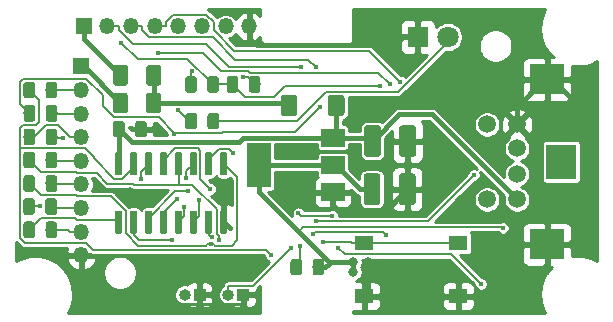
<source format=gbr>
G04 #@! TF.GenerationSoftware,KiCad,Pcbnew,(5.1.2-1)-1*
G04 #@! TF.CreationDate,2022-01-26T01:19:45+00:00*
G04 #@! TF.ProjectId,mz25key,6d7a3235-6b65-4792-9e6b-696361645f70,rev?*
G04 #@! TF.SameCoordinates,Original*
G04 #@! TF.FileFunction,Copper,L1,Top*
G04 #@! TF.FilePolarity,Positive*
%FSLAX46Y46*%
G04 Gerber Fmt 4.6, Leading zero omitted, Abs format (unit mm)*
G04 Created by KiCad (PCBNEW (5.1.2-1)-1) date 2022-01-26 01:19:45*
%MOMM*%
%LPD*%
G04 APERTURE LIST*
%ADD10C,0.100000*%
%ADD11C,0.975000*%
%ADD12O,1.000000X1.000000*%
%ADD13R,1.000000X1.000000*%
%ADD14O,1.350000X1.350000*%
%ADD15R,1.350000X1.350000*%
%ADD16C,1.250000*%
%ADD17C,1.500000*%
%ADD18R,2.500000X3.000000*%
%ADD19R,3.000000X2.500000*%
%ADD20C,0.600000*%
%ADD21R,2.000000X1.500000*%
%ADD22R,2.000000X3.800000*%
%ADD23R,1.550000X1.300000*%
%ADD24C,1.425000*%
%ADD25C,1.800000*%
%ADD26R,1.800000X1.800000*%
%ADD27C,1.400000*%
%ADD28C,0.800000*%
%ADD29C,0.500000*%
%ADD30C,0.400000*%
%ADD31C,0.381000*%
%ADD32C,0.254000*%
%ADD33C,0.152400*%
G04 APERTURE END LIST*
D10*
G36*
X67345142Y-86051174D02*
G01*
X67368803Y-86054684D01*
X67392007Y-86060496D01*
X67414529Y-86068554D01*
X67436153Y-86078782D01*
X67456670Y-86091079D01*
X67475883Y-86105329D01*
X67493607Y-86121393D01*
X67509671Y-86139117D01*
X67523921Y-86158330D01*
X67536218Y-86178847D01*
X67546446Y-86200471D01*
X67554504Y-86222993D01*
X67560316Y-86246197D01*
X67563826Y-86269858D01*
X67565000Y-86293750D01*
X67565000Y-87206250D01*
X67563826Y-87230142D01*
X67560316Y-87253803D01*
X67554504Y-87277007D01*
X67546446Y-87299529D01*
X67536218Y-87321153D01*
X67523921Y-87341670D01*
X67509671Y-87360883D01*
X67493607Y-87378607D01*
X67475883Y-87394671D01*
X67456670Y-87408921D01*
X67436153Y-87421218D01*
X67414529Y-87431446D01*
X67392007Y-87439504D01*
X67368803Y-87445316D01*
X67345142Y-87448826D01*
X67321250Y-87450000D01*
X66833750Y-87450000D01*
X66809858Y-87448826D01*
X66786197Y-87445316D01*
X66762993Y-87439504D01*
X66740471Y-87431446D01*
X66718847Y-87421218D01*
X66698330Y-87408921D01*
X66679117Y-87394671D01*
X66661393Y-87378607D01*
X66645329Y-87360883D01*
X66631079Y-87341670D01*
X66618782Y-87321153D01*
X66608554Y-87299529D01*
X66600496Y-87277007D01*
X66594684Y-87253803D01*
X66591174Y-87230142D01*
X66590000Y-87206250D01*
X66590000Y-86293750D01*
X66591174Y-86269858D01*
X66594684Y-86246197D01*
X66600496Y-86222993D01*
X66608554Y-86200471D01*
X66618782Y-86178847D01*
X66631079Y-86158330D01*
X66645329Y-86139117D01*
X66661393Y-86121393D01*
X66679117Y-86105329D01*
X66698330Y-86091079D01*
X66718847Y-86078782D01*
X66740471Y-86068554D01*
X66762993Y-86060496D01*
X66786197Y-86054684D01*
X66809858Y-86051174D01*
X66833750Y-86050000D01*
X67321250Y-86050000D01*
X67345142Y-86051174D01*
X67345142Y-86051174D01*
G37*
D11*
X67077500Y-86750000D03*
D10*
G36*
X65470142Y-86051174D02*
G01*
X65493803Y-86054684D01*
X65517007Y-86060496D01*
X65539529Y-86068554D01*
X65561153Y-86078782D01*
X65581670Y-86091079D01*
X65600883Y-86105329D01*
X65618607Y-86121393D01*
X65634671Y-86139117D01*
X65648921Y-86158330D01*
X65661218Y-86178847D01*
X65671446Y-86200471D01*
X65679504Y-86222993D01*
X65685316Y-86246197D01*
X65688826Y-86269858D01*
X65690000Y-86293750D01*
X65690000Y-87206250D01*
X65688826Y-87230142D01*
X65685316Y-87253803D01*
X65679504Y-87277007D01*
X65671446Y-87299529D01*
X65661218Y-87321153D01*
X65648921Y-87341670D01*
X65634671Y-87360883D01*
X65618607Y-87378607D01*
X65600883Y-87394671D01*
X65581670Y-87408921D01*
X65561153Y-87421218D01*
X65539529Y-87431446D01*
X65517007Y-87439504D01*
X65493803Y-87445316D01*
X65470142Y-87448826D01*
X65446250Y-87450000D01*
X64958750Y-87450000D01*
X64934858Y-87448826D01*
X64911197Y-87445316D01*
X64887993Y-87439504D01*
X64865471Y-87431446D01*
X64843847Y-87421218D01*
X64823330Y-87408921D01*
X64804117Y-87394671D01*
X64786393Y-87378607D01*
X64770329Y-87360883D01*
X64756079Y-87341670D01*
X64743782Y-87321153D01*
X64733554Y-87299529D01*
X64725496Y-87277007D01*
X64719684Y-87253803D01*
X64716174Y-87230142D01*
X64715000Y-87206250D01*
X64715000Y-86293750D01*
X64716174Y-86269858D01*
X64719684Y-86246197D01*
X64725496Y-86222993D01*
X64733554Y-86200471D01*
X64743782Y-86178847D01*
X64756079Y-86158330D01*
X64770329Y-86139117D01*
X64786393Y-86121393D01*
X64804117Y-86105329D01*
X64823330Y-86091079D01*
X64843847Y-86078782D01*
X64865471Y-86068554D01*
X64887993Y-86060496D01*
X64911197Y-86054684D01*
X64934858Y-86051174D01*
X64958750Y-86050000D01*
X65446250Y-86050000D01*
X65470142Y-86051174D01*
X65470142Y-86051174D01*
G37*
D11*
X65202500Y-86750000D03*
D10*
G36*
X68990142Y-86051174D02*
G01*
X69013803Y-86054684D01*
X69037007Y-86060496D01*
X69059529Y-86068554D01*
X69081153Y-86078782D01*
X69101670Y-86091079D01*
X69120883Y-86105329D01*
X69138607Y-86121393D01*
X69154671Y-86139117D01*
X69168921Y-86158330D01*
X69181218Y-86178847D01*
X69191446Y-86200471D01*
X69199504Y-86222993D01*
X69205316Y-86246197D01*
X69208826Y-86269858D01*
X69210000Y-86293750D01*
X69210000Y-87206250D01*
X69208826Y-87230142D01*
X69205316Y-87253803D01*
X69199504Y-87277007D01*
X69191446Y-87299529D01*
X69181218Y-87321153D01*
X69168921Y-87341670D01*
X69154671Y-87360883D01*
X69138607Y-87378607D01*
X69120883Y-87394671D01*
X69101670Y-87408921D01*
X69081153Y-87421218D01*
X69059529Y-87431446D01*
X69037007Y-87439504D01*
X69013803Y-87445316D01*
X68990142Y-87448826D01*
X68966250Y-87450000D01*
X68478750Y-87450000D01*
X68454858Y-87448826D01*
X68431197Y-87445316D01*
X68407993Y-87439504D01*
X68385471Y-87431446D01*
X68363847Y-87421218D01*
X68343330Y-87408921D01*
X68324117Y-87394671D01*
X68306393Y-87378607D01*
X68290329Y-87360883D01*
X68276079Y-87341670D01*
X68263782Y-87321153D01*
X68253554Y-87299529D01*
X68245496Y-87277007D01*
X68239684Y-87253803D01*
X68236174Y-87230142D01*
X68235000Y-87206250D01*
X68235000Y-86293750D01*
X68236174Y-86269858D01*
X68239684Y-86246197D01*
X68245496Y-86222993D01*
X68253554Y-86200471D01*
X68263782Y-86178847D01*
X68276079Y-86158330D01*
X68290329Y-86139117D01*
X68306393Y-86121393D01*
X68324117Y-86105329D01*
X68343330Y-86091079D01*
X68363847Y-86078782D01*
X68385471Y-86068554D01*
X68407993Y-86060496D01*
X68431197Y-86054684D01*
X68454858Y-86051174D01*
X68478750Y-86050000D01*
X68966250Y-86050000D01*
X68990142Y-86051174D01*
X68990142Y-86051174D01*
G37*
D11*
X68722500Y-86750000D03*
D10*
G36*
X70865142Y-86051174D02*
G01*
X70888803Y-86054684D01*
X70912007Y-86060496D01*
X70934529Y-86068554D01*
X70956153Y-86078782D01*
X70976670Y-86091079D01*
X70995883Y-86105329D01*
X71013607Y-86121393D01*
X71029671Y-86139117D01*
X71043921Y-86158330D01*
X71056218Y-86178847D01*
X71066446Y-86200471D01*
X71074504Y-86222993D01*
X71080316Y-86246197D01*
X71083826Y-86269858D01*
X71085000Y-86293750D01*
X71085000Y-87206250D01*
X71083826Y-87230142D01*
X71080316Y-87253803D01*
X71074504Y-87277007D01*
X71066446Y-87299529D01*
X71056218Y-87321153D01*
X71043921Y-87341670D01*
X71029671Y-87360883D01*
X71013607Y-87378607D01*
X70995883Y-87394671D01*
X70976670Y-87408921D01*
X70956153Y-87421218D01*
X70934529Y-87431446D01*
X70912007Y-87439504D01*
X70888803Y-87445316D01*
X70865142Y-87448826D01*
X70841250Y-87450000D01*
X70353750Y-87450000D01*
X70329858Y-87448826D01*
X70306197Y-87445316D01*
X70282993Y-87439504D01*
X70260471Y-87431446D01*
X70238847Y-87421218D01*
X70218330Y-87408921D01*
X70199117Y-87394671D01*
X70181393Y-87378607D01*
X70165329Y-87360883D01*
X70151079Y-87341670D01*
X70138782Y-87321153D01*
X70128554Y-87299529D01*
X70120496Y-87277007D01*
X70114684Y-87253803D01*
X70111174Y-87230142D01*
X70110000Y-87206250D01*
X70110000Y-86293750D01*
X70111174Y-86269858D01*
X70114684Y-86246197D01*
X70120496Y-86222993D01*
X70128554Y-86200471D01*
X70138782Y-86178847D01*
X70151079Y-86158330D01*
X70165329Y-86139117D01*
X70181393Y-86121393D01*
X70199117Y-86105329D01*
X70218330Y-86091079D01*
X70238847Y-86078782D01*
X70260471Y-86068554D01*
X70282993Y-86060496D01*
X70306197Y-86054684D01*
X70329858Y-86051174D01*
X70353750Y-86050000D01*
X70841250Y-86050000D01*
X70865142Y-86051174D01*
X70865142Y-86051174D01*
G37*
D11*
X70597500Y-86750000D03*
D12*
X64670000Y-104560000D03*
D13*
X65940000Y-104560000D03*
D12*
X68370000Y-104560000D03*
D13*
X69640000Y-104560000D03*
D10*
G36*
X76265142Y-101531174D02*
G01*
X76288803Y-101534684D01*
X76312007Y-101540496D01*
X76334529Y-101548554D01*
X76356153Y-101558782D01*
X76376670Y-101571079D01*
X76395883Y-101585329D01*
X76413607Y-101601393D01*
X76429671Y-101619117D01*
X76443921Y-101638330D01*
X76456218Y-101658847D01*
X76466446Y-101680471D01*
X76474504Y-101702993D01*
X76480316Y-101726197D01*
X76483826Y-101749858D01*
X76485000Y-101773750D01*
X76485000Y-102686250D01*
X76483826Y-102710142D01*
X76480316Y-102733803D01*
X76474504Y-102757007D01*
X76466446Y-102779529D01*
X76456218Y-102801153D01*
X76443921Y-102821670D01*
X76429671Y-102840883D01*
X76413607Y-102858607D01*
X76395883Y-102874671D01*
X76376670Y-102888921D01*
X76356153Y-102901218D01*
X76334529Y-102911446D01*
X76312007Y-102919504D01*
X76288803Y-102925316D01*
X76265142Y-102928826D01*
X76241250Y-102930000D01*
X75753750Y-102930000D01*
X75729858Y-102928826D01*
X75706197Y-102925316D01*
X75682993Y-102919504D01*
X75660471Y-102911446D01*
X75638847Y-102901218D01*
X75618330Y-102888921D01*
X75599117Y-102874671D01*
X75581393Y-102858607D01*
X75565329Y-102840883D01*
X75551079Y-102821670D01*
X75538782Y-102801153D01*
X75528554Y-102779529D01*
X75520496Y-102757007D01*
X75514684Y-102733803D01*
X75511174Y-102710142D01*
X75510000Y-102686250D01*
X75510000Y-101773750D01*
X75511174Y-101749858D01*
X75514684Y-101726197D01*
X75520496Y-101702993D01*
X75528554Y-101680471D01*
X75538782Y-101658847D01*
X75551079Y-101638330D01*
X75565329Y-101619117D01*
X75581393Y-101601393D01*
X75599117Y-101585329D01*
X75618330Y-101571079D01*
X75638847Y-101558782D01*
X75660471Y-101548554D01*
X75682993Y-101540496D01*
X75706197Y-101534684D01*
X75729858Y-101531174D01*
X75753750Y-101530000D01*
X76241250Y-101530000D01*
X76265142Y-101531174D01*
X76265142Y-101531174D01*
G37*
D11*
X75997500Y-102230000D03*
D10*
G36*
X74390142Y-101531174D02*
G01*
X74413803Y-101534684D01*
X74437007Y-101540496D01*
X74459529Y-101548554D01*
X74481153Y-101558782D01*
X74501670Y-101571079D01*
X74520883Y-101585329D01*
X74538607Y-101601393D01*
X74554671Y-101619117D01*
X74568921Y-101638330D01*
X74581218Y-101658847D01*
X74591446Y-101680471D01*
X74599504Y-101702993D01*
X74605316Y-101726197D01*
X74608826Y-101749858D01*
X74610000Y-101773750D01*
X74610000Y-102686250D01*
X74608826Y-102710142D01*
X74605316Y-102733803D01*
X74599504Y-102757007D01*
X74591446Y-102779529D01*
X74581218Y-102801153D01*
X74568921Y-102821670D01*
X74554671Y-102840883D01*
X74538607Y-102858607D01*
X74520883Y-102874671D01*
X74501670Y-102888921D01*
X74481153Y-102901218D01*
X74459529Y-102911446D01*
X74437007Y-102919504D01*
X74413803Y-102925316D01*
X74390142Y-102928826D01*
X74366250Y-102930000D01*
X73878750Y-102930000D01*
X73854858Y-102928826D01*
X73831197Y-102925316D01*
X73807993Y-102919504D01*
X73785471Y-102911446D01*
X73763847Y-102901218D01*
X73743330Y-102888921D01*
X73724117Y-102874671D01*
X73706393Y-102858607D01*
X73690329Y-102840883D01*
X73676079Y-102821670D01*
X73663782Y-102801153D01*
X73653554Y-102779529D01*
X73645496Y-102757007D01*
X73639684Y-102733803D01*
X73636174Y-102710142D01*
X73635000Y-102686250D01*
X73635000Y-101773750D01*
X73636174Y-101749858D01*
X73639684Y-101726197D01*
X73645496Y-101702993D01*
X73653554Y-101680471D01*
X73663782Y-101658847D01*
X73676079Y-101638330D01*
X73690329Y-101619117D01*
X73706393Y-101601393D01*
X73724117Y-101585329D01*
X73743330Y-101571079D01*
X73763847Y-101558782D01*
X73785471Y-101548554D01*
X73807993Y-101540496D01*
X73831197Y-101534684D01*
X73854858Y-101531174D01*
X73878750Y-101530000D01*
X74366250Y-101530000D01*
X74390142Y-101531174D01*
X74390142Y-101531174D01*
G37*
D11*
X74122500Y-102230000D03*
D14*
X70140000Y-81830000D03*
X68140000Y-81830000D03*
X66140000Y-81830000D03*
X64140000Y-81830000D03*
X62140000Y-81830000D03*
X60140000Y-81830000D03*
X58140000Y-81830000D03*
D15*
X56140000Y-81830000D03*
D10*
G36*
X59649504Y-85106204D02*
G01*
X59673773Y-85109804D01*
X59697571Y-85115765D01*
X59720671Y-85124030D01*
X59742849Y-85134520D01*
X59763893Y-85147133D01*
X59783598Y-85161747D01*
X59801777Y-85178223D01*
X59818253Y-85196402D01*
X59832867Y-85216107D01*
X59845480Y-85237151D01*
X59855970Y-85259329D01*
X59864235Y-85282429D01*
X59870196Y-85306227D01*
X59873796Y-85330496D01*
X59875000Y-85355000D01*
X59875000Y-86605000D01*
X59873796Y-86629504D01*
X59870196Y-86653773D01*
X59864235Y-86677571D01*
X59855970Y-86700671D01*
X59845480Y-86722849D01*
X59832867Y-86743893D01*
X59818253Y-86763598D01*
X59801777Y-86781777D01*
X59783598Y-86798253D01*
X59763893Y-86812867D01*
X59742849Y-86825480D01*
X59720671Y-86835970D01*
X59697571Y-86844235D01*
X59673773Y-86850196D01*
X59649504Y-86853796D01*
X59625000Y-86855000D01*
X58875000Y-86855000D01*
X58850496Y-86853796D01*
X58826227Y-86850196D01*
X58802429Y-86844235D01*
X58779329Y-86835970D01*
X58757151Y-86825480D01*
X58736107Y-86812867D01*
X58716402Y-86798253D01*
X58698223Y-86781777D01*
X58681747Y-86763598D01*
X58667133Y-86743893D01*
X58654520Y-86722849D01*
X58644030Y-86700671D01*
X58635765Y-86677571D01*
X58629804Y-86653773D01*
X58626204Y-86629504D01*
X58625000Y-86605000D01*
X58625000Y-85355000D01*
X58626204Y-85330496D01*
X58629804Y-85306227D01*
X58635765Y-85282429D01*
X58644030Y-85259329D01*
X58654520Y-85237151D01*
X58667133Y-85216107D01*
X58681747Y-85196402D01*
X58698223Y-85178223D01*
X58716402Y-85161747D01*
X58736107Y-85147133D01*
X58757151Y-85134520D01*
X58779329Y-85124030D01*
X58802429Y-85115765D01*
X58826227Y-85109804D01*
X58850496Y-85106204D01*
X58875000Y-85105000D01*
X59625000Y-85105000D01*
X59649504Y-85106204D01*
X59649504Y-85106204D01*
G37*
D16*
X59250000Y-85980000D03*
D10*
G36*
X62449504Y-85106204D02*
G01*
X62473773Y-85109804D01*
X62497571Y-85115765D01*
X62520671Y-85124030D01*
X62542849Y-85134520D01*
X62563893Y-85147133D01*
X62583598Y-85161747D01*
X62601777Y-85178223D01*
X62618253Y-85196402D01*
X62632867Y-85216107D01*
X62645480Y-85237151D01*
X62655970Y-85259329D01*
X62664235Y-85282429D01*
X62670196Y-85306227D01*
X62673796Y-85330496D01*
X62675000Y-85355000D01*
X62675000Y-86605000D01*
X62673796Y-86629504D01*
X62670196Y-86653773D01*
X62664235Y-86677571D01*
X62655970Y-86700671D01*
X62645480Y-86722849D01*
X62632867Y-86743893D01*
X62618253Y-86763598D01*
X62601777Y-86781777D01*
X62583598Y-86798253D01*
X62563893Y-86812867D01*
X62542849Y-86825480D01*
X62520671Y-86835970D01*
X62497571Y-86844235D01*
X62473773Y-86850196D01*
X62449504Y-86853796D01*
X62425000Y-86855000D01*
X61675000Y-86855000D01*
X61650496Y-86853796D01*
X61626227Y-86850196D01*
X61602429Y-86844235D01*
X61579329Y-86835970D01*
X61557151Y-86825480D01*
X61536107Y-86812867D01*
X61516402Y-86798253D01*
X61498223Y-86781777D01*
X61481747Y-86763598D01*
X61467133Y-86743893D01*
X61454520Y-86722849D01*
X61444030Y-86700671D01*
X61435765Y-86677571D01*
X61429804Y-86653773D01*
X61426204Y-86629504D01*
X61425000Y-86605000D01*
X61425000Y-85355000D01*
X61426204Y-85330496D01*
X61429804Y-85306227D01*
X61435765Y-85282429D01*
X61444030Y-85259329D01*
X61454520Y-85237151D01*
X61467133Y-85216107D01*
X61481747Y-85196402D01*
X61498223Y-85178223D01*
X61516402Y-85161747D01*
X61536107Y-85147133D01*
X61557151Y-85134520D01*
X61579329Y-85124030D01*
X61602429Y-85115765D01*
X61626227Y-85109804D01*
X61650496Y-85106204D01*
X61675000Y-85105000D01*
X62425000Y-85105000D01*
X62449504Y-85106204D01*
X62449504Y-85106204D01*
G37*
D16*
X62050000Y-85980000D03*
D17*
X92820000Y-94336000D03*
X92820000Y-92177000D03*
X90280000Y-90145000D03*
X90280000Y-96495000D03*
X92820000Y-96495000D03*
X92820000Y-90145000D03*
D18*
X96567800Y-93320000D03*
D19*
X95360000Y-86335000D03*
X95360000Y-100305000D03*
D10*
G36*
X61245142Y-89841174D02*
G01*
X61268803Y-89844684D01*
X61292007Y-89850496D01*
X61314529Y-89858554D01*
X61336153Y-89868782D01*
X61356670Y-89881079D01*
X61375883Y-89895329D01*
X61393607Y-89911393D01*
X61409671Y-89929117D01*
X61423921Y-89948330D01*
X61436218Y-89968847D01*
X61446446Y-89990471D01*
X61454504Y-90012993D01*
X61460316Y-90036197D01*
X61463826Y-90059858D01*
X61465000Y-90083750D01*
X61465000Y-90996250D01*
X61463826Y-91020142D01*
X61460316Y-91043803D01*
X61454504Y-91067007D01*
X61446446Y-91089529D01*
X61436218Y-91111153D01*
X61423921Y-91131670D01*
X61409671Y-91150883D01*
X61393607Y-91168607D01*
X61375883Y-91184671D01*
X61356670Y-91198921D01*
X61336153Y-91211218D01*
X61314529Y-91221446D01*
X61292007Y-91229504D01*
X61268803Y-91235316D01*
X61245142Y-91238826D01*
X61221250Y-91240000D01*
X60733750Y-91240000D01*
X60709858Y-91238826D01*
X60686197Y-91235316D01*
X60662993Y-91229504D01*
X60640471Y-91221446D01*
X60618847Y-91211218D01*
X60598330Y-91198921D01*
X60579117Y-91184671D01*
X60561393Y-91168607D01*
X60545329Y-91150883D01*
X60531079Y-91131670D01*
X60518782Y-91111153D01*
X60508554Y-91089529D01*
X60500496Y-91067007D01*
X60494684Y-91043803D01*
X60491174Y-91020142D01*
X60490000Y-90996250D01*
X60490000Y-90083750D01*
X60491174Y-90059858D01*
X60494684Y-90036197D01*
X60500496Y-90012993D01*
X60508554Y-89990471D01*
X60518782Y-89968847D01*
X60531079Y-89948330D01*
X60545329Y-89929117D01*
X60561393Y-89911393D01*
X60579117Y-89895329D01*
X60598330Y-89881079D01*
X60618847Y-89868782D01*
X60640471Y-89858554D01*
X60662993Y-89850496D01*
X60686197Y-89844684D01*
X60709858Y-89841174D01*
X60733750Y-89840000D01*
X61221250Y-89840000D01*
X61245142Y-89841174D01*
X61245142Y-89841174D01*
G37*
D11*
X60977500Y-90540000D03*
D10*
G36*
X59370142Y-89841174D02*
G01*
X59393803Y-89844684D01*
X59417007Y-89850496D01*
X59439529Y-89858554D01*
X59461153Y-89868782D01*
X59481670Y-89881079D01*
X59500883Y-89895329D01*
X59518607Y-89911393D01*
X59534671Y-89929117D01*
X59548921Y-89948330D01*
X59561218Y-89968847D01*
X59571446Y-89990471D01*
X59579504Y-90012993D01*
X59585316Y-90036197D01*
X59588826Y-90059858D01*
X59590000Y-90083750D01*
X59590000Y-90996250D01*
X59588826Y-91020142D01*
X59585316Y-91043803D01*
X59579504Y-91067007D01*
X59571446Y-91089529D01*
X59561218Y-91111153D01*
X59548921Y-91131670D01*
X59534671Y-91150883D01*
X59518607Y-91168607D01*
X59500883Y-91184671D01*
X59481670Y-91198921D01*
X59461153Y-91211218D01*
X59439529Y-91221446D01*
X59417007Y-91229504D01*
X59393803Y-91235316D01*
X59370142Y-91238826D01*
X59346250Y-91240000D01*
X58858750Y-91240000D01*
X58834858Y-91238826D01*
X58811197Y-91235316D01*
X58787993Y-91229504D01*
X58765471Y-91221446D01*
X58743847Y-91211218D01*
X58723330Y-91198921D01*
X58704117Y-91184671D01*
X58686393Y-91168607D01*
X58670329Y-91150883D01*
X58656079Y-91131670D01*
X58643782Y-91111153D01*
X58633554Y-91089529D01*
X58625496Y-91067007D01*
X58619684Y-91043803D01*
X58616174Y-91020142D01*
X58615000Y-90996250D01*
X58615000Y-90083750D01*
X58616174Y-90059858D01*
X58619684Y-90036197D01*
X58625496Y-90012993D01*
X58633554Y-89990471D01*
X58643782Y-89968847D01*
X58656079Y-89948330D01*
X58670329Y-89929117D01*
X58686393Y-89911393D01*
X58704117Y-89895329D01*
X58723330Y-89881079D01*
X58743847Y-89868782D01*
X58765471Y-89858554D01*
X58787993Y-89850496D01*
X58811197Y-89844684D01*
X58834858Y-89841174D01*
X58858750Y-89840000D01*
X59346250Y-89840000D01*
X59370142Y-89841174D01*
X59370142Y-89841174D01*
G37*
D11*
X59102500Y-90540000D03*
D10*
G36*
X59639504Y-87466204D02*
G01*
X59663773Y-87469804D01*
X59687571Y-87475765D01*
X59710671Y-87484030D01*
X59732849Y-87494520D01*
X59753893Y-87507133D01*
X59773598Y-87521747D01*
X59791777Y-87538223D01*
X59808253Y-87556402D01*
X59822867Y-87576107D01*
X59835480Y-87597151D01*
X59845970Y-87619329D01*
X59854235Y-87642429D01*
X59860196Y-87666227D01*
X59863796Y-87690496D01*
X59865000Y-87715000D01*
X59865000Y-88965000D01*
X59863796Y-88989504D01*
X59860196Y-89013773D01*
X59854235Y-89037571D01*
X59845970Y-89060671D01*
X59835480Y-89082849D01*
X59822867Y-89103893D01*
X59808253Y-89123598D01*
X59791777Y-89141777D01*
X59773598Y-89158253D01*
X59753893Y-89172867D01*
X59732849Y-89185480D01*
X59710671Y-89195970D01*
X59687571Y-89204235D01*
X59663773Y-89210196D01*
X59639504Y-89213796D01*
X59615000Y-89215000D01*
X58865000Y-89215000D01*
X58840496Y-89213796D01*
X58816227Y-89210196D01*
X58792429Y-89204235D01*
X58769329Y-89195970D01*
X58747151Y-89185480D01*
X58726107Y-89172867D01*
X58706402Y-89158253D01*
X58688223Y-89141777D01*
X58671747Y-89123598D01*
X58657133Y-89103893D01*
X58644520Y-89082849D01*
X58634030Y-89060671D01*
X58625765Y-89037571D01*
X58619804Y-89013773D01*
X58616204Y-88989504D01*
X58615000Y-88965000D01*
X58615000Y-87715000D01*
X58616204Y-87690496D01*
X58619804Y-87666227D01*
X58625765Y-87642429D01*
X58634030Y-87619329D01*
X58644520Y-87597151D01*
X58657133Y-87576107D01*
X58671747Y-87556402D01*
X58688223Y-87538223D01*
X58706402Y-87521747D01*
X58726107Y-87507133D01*
X58747151Y-87494520D01*
X58769329Y-87484030D01*
X58792429Y-87475765D01*
X58816227Y-87469804D01*
X58840496Y-87466204D01*
X58865000Y-87465000D01*
X59615000Y-87465000D01*
X59639504Y-87466204D01*
X59639504Y-87466204D01*
G37*
D16*
X59240000Y-88340000D03*
D10*
G36*
X62439504Y-87466204D02*
G01*
X62463773Y-87469804D01*
X62487571Y-87475765D01*
X62510671Y-87484030D01*
X62532849Y-87494520D01*
X62553893Y-87507133D01*
X62573598Y-87521747D01*
X62591777Y-87538223D01*
X62608253Y-87556402D01*
X62622867Y-87576107D01*
X62635480Y-87597151D01*
X62645970Y-87619329D01*
X62654235Y-87642429D01*
X62660196Y-87666227D01*
X62663796Y-87690496D01*
X62665000Y-87715000D01*
X62665000Y-88965000D01*
X62663796Y-88989504D01*
X62660196Y-89013773D01*
X62654235Y-89037571D01*
X62645970Y-89060671D01*
X62635480Y-89082849D01*
X62622867Y-89103893D01*
X62608253Y-89123598D01*
X62591777Y-89141777D01*
X62573598Y-89158253D01*
X62553893Y-89172867D01*
X62532849Y-89185480D01*
X62510671Y-89195970D01*
X62487571Y-89204235D01*
X62463773Y-89210196D01*
X62439504Y-89213796D01*
X62415000Y-89215000D01*
X61665000Y-89215000D01*
X61640496Y-89213796D01*
X61616227Y-89210196D01*
X61592429Y-89204235D01*
X61569329Y-89195970D01*
X61547151Y-89185480D01*
X61526107Y-89172867D01*
X61506402Y-89158253D01*
X61488223Y-89141777D01*
X61471747Y-89123598D01*
X61457133Y-89103893D01*
X61444520Y-89082849D01*
X61434030Y-89060671D01*
X61425765Y-89037571D01*
X61419804Y-89013773D01*
X61416204Y-88989504D01*
X61415000Y-88965000D01*
X61415000Y-87715000D01*
X61416204Y-87690496D01*
X61419804Y-87666227D01*
X61425765Y-87642429D01*
X61434030Y-87619329D01*
X61444520Y-87597151D01*
X61457133Y-87576107D01*
X61471747Y-87556402D01*
X61488223Y-87538223D01*
X61506402Y-87521747D01*
X61526107Y-87507133D01*
X61547151Y-87494520D01*
X61569329Y-87484030D01*
X61592429Y-87475765D01*
X61616227Y-87469804D01*
X61640496Y-87466204D01*
X61665000Y-87465000D01*
X62415000Y-87465000D01*
X62439504Y-87466204D01*
X62439504Y-87466204D01*
G37*
D16*
X62040000Y-88340000D03*
D10*
G36*
X59249703Y-92490722D02*
G01*
X59264264Y-92492882D01*
X59278543Y-92496459D01*
X59292403Y-92501418D01*
X59305710Y-92507712D01*
X59318336Y-92515280D01*
X59330159Y-92524048D01*
X59341066Y-92533934D01*
X59350952Y-92544841D01*
X59359720Y-92556664D01*
X59367288Y-92569290D01*
X59373582Y-92582597D01*
X59378541Y-92596457D01*
X59382118Y-92610736D01*
X59384278Y-92625297D01*
X59385000Y-92640000D01*
X59385000Y-94290000D01*
X59384278Y-94304703D01*
X59382118Y-94319264D01*
X59378541Y-94333543D01*
X59373582Y-94347403D01*
X59367288Y-94360710D01*
X59359720Y-94373336D01*
X59350952Y-94385159D01*
X59341066Y-94396066D01*
X59330159Y-94405952D01*
X59318336Y-94414720D01*
X59305710Y-94422288D01*
X59292403Y-94428582D01*
X59278543Y-94433541D01*
X59264264Y-94437118D01*
X59249703Y-94439278D01*
X59235000Y-94440000D01*
X58935000Y-94440000D01*
X58920297Y-94439278D01*
X58905736Y-94437118D01*
X58891457Y-94433541D01*
X58877597Y-94428582D01*
X58864290Y-94422288D01*
X58851664Y-94414720D01*
X58839841Y-94405952D01*
X58828934Y-94396066D01*
X58819048Y-94385159D01*
X58810280Y-94373336D01*
X58802712Y-94360710D01*
X58796418Y-94347403D01*
X58791459Y-94333543D01*
X58787882Y-94319264D01*
X58785722Y-94304703D01*
X58785000Y-94290000D01*
X58785000Y-92640000D01*
X58785722Y-92625297D01*
X58787882Y-92610736D01*
X58791459Y-92596457D01*
X58796418Y-92582597D01*
X58802712Y-92569290D01*
X58810280Y-92556664D01*
X58819048Y-92544841D01*
X58828934Y-92533934D01*
X58839841Y-92524048D01*
X58851664Y-92515280D01*
X58864290Y-92507712D01*
X58877597Y-92501418D01*
X58891457Y-92496459D01*
X58905736Y-92492882D01*
X58920297Y-92490722D01*
X58935000Y-92490000D01*
X59235000Y-92490000D01*
X59249703Y-92490722D01*
X59249703Y-92490722D01*
G37*
D20*
X59085000Y-93465000D03*
D10*
G36*
X60519703Y-92490722D02*
G01*
X60534264Y-92492882D01*
X60548543Y-92496459D01*
X60562403Y-92501418D01*
X60575710Y-92507712D01*
X60588336Y-92515280D01*
X60600159Y-92524048D01*
X60611066Y-92533934D01*
X60620952Y-92544841D01*
X60629720Y-92556664D01*
X60637288Y-92569290D01*
X60643582Y-92582597D01*
X60648541Y-92596457D01*
X60652118Y-92610736D01*
X60654278Y-92625297D01*
X60655000Y-92640000D01*
X60655000Y-94290000D01*
X60654278Y-94304703D01*
X60652118Y-94319264D01*
X60648541Y-94333543D01*
X60643582Y-94347403D01*
X60637288Y-94360710D01*
X60629720Y-94373336D01*
X60620952Y-94385159D01*
X60611066Y-94396066D01*
X60600159Y-94405952D01*
X60588336Y-94414720D01*
X60575710Y-94422288D01*
X60562403Y-94428582D01*
X60548543Y-94433541D01*
X60534264Y-94437118D01*
X60519703Y-94439278D01*
X60505000Y-94440000D01*
X60205000Y-94440000D01*
X60190297Y-94439278D01*
X60175736Y-94437118D01*
X60161457Y-94433541D01*
X60147597Y-94428582D01*
X60134290Y-94422288D01*
X60121664Y-94414720D01*
X60109841Y-94405952D01*
X60098934Y-94396066D01*
X60089048Y-94385159D01*
X60080280Y-94373336D01*
X60072712Y-94360710D01*
X60066418Y-94347403D01*
X60061459Y-94333543D01*
X60057882Y-94319264D01*
X60055722Y-94304703D01*
X60055000Y-94290000D01*
X60055000Y-92640000D01*
X60055722Y-92625297D01*
X60057882Y-92610736D01*
X60061459Y-92596457D01*
X60066418Y-92582597D01*
X60072712Y-92569290D01*
X60080280Y-92556664D01*
X60089048Y-92544841D01*
X60098934Y-92533934D01*
X60109841Y-92524048D01*
X60121664Y-92515280D01*
X60134290Y-92507712D01*
X60147597Y-92501418D01*
X60161457Y-92496459D01*
X60175736Y-92492882D01*
X60190297Y-92490722D01*
X60205000Y-92490000D01*
X60505000Y-92490000D01*
X60519703Y-92490722D01*
X60519703Y-92490722D01*
G37*
D20*
X60355000Y-93465000D03*
D10*
G36*
X61789703Y-92490722D02*
G01*
X61804264Y-92492882D01*
X61818543Y-92496459D01*
X61832403Y-92501418D01*
X61845710Y-92507712D01*
X61858336Y-92515280D01*
X61870159Y-92524048D01*
X61881066Y-92533934D01*
X61890952Y-92544841D01*
X61899720Y-92556664D01*
X61907288Y-92569290D01*
X61913582Y-92582597D01*
X61918541Y-92596457D01*
X61922118Y-92610736D01*
X61924278Y-92625297D01*
X61925000Y-92640000D01*
X61925000Y-94290000D01*
X61924278Y-94304703D01*
X61922118Y-94319264D01*
X61918541Y-94333543D01*
X61913582Y-94347403D01*
X61907288Y-94360710D01*
X61899720Y-94373336D01*
X61890952Y-94385159D01*
X61881066Y-94396066D01*
X61870159Y-94405952D01*
X61858336Y-94414720D01*
X61845710Y-94422288D01*
X61832403Y-94428582D01*
X61818543Y-94433541D01*
X61804264Y-94437118D01*
X61789703Y-94439278D01*
X61775000Y-94440000D01*
X61475000Y-94440000D01*
X61460297Y-94439278D01*
X61445736Y-94437118D01*
X61431457Y-94433541D01*
X61417597Y-94428582D01*
X61404290Y-94422288D01*
X61391664Y-94414720D01*
X61379841Y-94405952D01*
X61368934Y-94396066D01*
X61359048Y-94385159D01*
X61350280Y-94373336D01*
X61342712Y-94360710D01*
X61336418Y-94347403D01*
X61331459Y-94333543D01*
X61327882Y-94319264D01*
X61325722Y-94304703D01*
X61325000Y-94290000D01*
X61325000Y-92640000D01*
X61325722Y-92625297D01*
X61327882Y-92610736D01*
X61331459Y-92596457D01*
X61336418Y-92582597D01*
X61342712Y-92569290D01*
X61350280Y-92556664D01*
X61359048Y-92544841D01*
X61368934Y-92533934D01*
X61379841Y-92524048D01*
X61391664Y-92515280D01*
X61404290Y-92507712D01*
X61417597Y-92501418D01*
X61431457Y-92496459D01*
X61445736Y-92492882D01*
X61460297Y-92490722D01*
X61475000Y-92490000D01*
X61775000Y-92490000D01*
X61789703Y-92490722D01*
X61789703Y-92490722D01*
G37*
D20*
X61625000Y-93465000D03*
D10*
G36*
X63059703Y-92490722D02*
G01*
X63074264Y-92492882D01*
X63088543Y-92496459D01*
X63102403Y-92501418D01*
X63115710Y-92507712D01*
X63128336Y-92515280D01*
X63140159Y-92524048D01*
X63151066Y-92533934D01*
X63160952Y-92544841D01*
X63169720Y-92556664D01*
X63177288Y-92569290D01*
X63183582Y-92582597D01*
X63188541Y-92596457D01*
X63192118Y-92610736D01*
X63194278Y-92625297D01*
X63195000Y-92640000D01*
X63195000Y-94290000D01*
X63194278Y-94304703D01*
X63192118Y-94319264D01*
X63188541Y-94333543D01*
X63183582Y-94347403D01*
X63177288Y-94360710D01*
X63169720Y-94373336D01*
X63160952Y-94385159D01*
X63151066Y-94396066D01*
X63140159Y-94405952D01*
X63128336Y-94414720D01*
X63115710Y-94422288D01*
X63102403Y-94428582D01*
X63088543Y-94433541D01*
X63074264Y-94437118D01*
X63059703Y-94439278D01*
X63045000Y-94440000D01*
X62745000Y-94440000D01*
X62730297Y-94439278D01*
X62715736Y-94437118D01*
X62701457Y-94433541D01*
X62687597Y-94428582D01*
X62674290Y-94422288D01*
X62661664Y-94414720D01*
X62649841Y-94405952D01*
X62638934Y-94396066D01*
X62629048Y-94385159D01*
X62620280Y-94373336D01*
X62612712Y-94360710D01*
X62606418Y-94347403D01*
X62601459Y-94333543D01*
X62597882Y-94319264D01*
X62595722Y-94304703D01*
X62595000Y-94290000D01*
X62595000Y-92640000D01*
X62595722Y-92625297D01*
X62597882Y-92610736D01*
X62601459Y-92596457D01*
X62606418Y-92582597D01*
X62612712Y-92569290D01*
X62620280Y-92556664D01*
X62629048Y-92544841D01*
X62638934Y-92533934D01*
X62649841Y-92524048D01*
X62661664Y-92515280D01*
X62674290Y-92507712D01*
X62687597Y-92501418D01*
X62701457Y-92496459D01*
X62715736Y-92492882D01*
X62730297Y-92490722D01*
X62745000Y-92490000D01*
X63045000Y-92490000D01*
X63059703Y-92490722D01*
X63059703Y-92490722D01*
G37*
D20*
X62895000Y-93465000D03*
D10*
G36*
X64329703Y-92490722D02*
G01*
X64344264Y-92492882D01*
X64358543Y-92496459D01*
X64372403Y-92501418D01*
X64385710Y-92507712D01*
X64398336Y-92515280D01*
X64410159Y-92524048D01*
X64421066Y-92533934D01*
X64430952Y-92544841D01*
X64439720Y-92556664D01*
X64447288Y-92569290D01*
X64453582Y-92582597D01*
X64458541Y-92596457D01*
X64462118Y-92610736D01*
X64464278Y-92625297D01*
X64465000Y-92640000D01*
X64465000Y-94290000D01*
X64464278Y-94304703D01*
X64462118Y-94319264D01*
X64458541Y-94333543D01*
X64453582Y-94347403D01*
X64447288Y-94360710D01*
X64439720Y-94373336D01*
X64430952Y-94385159D01*
X64421066Y-94396066D01*
X64410159Y-94405952D01*
X64398336Y-94414720D01*
X64385710Y-94422288D01*
X64372403Y-94428582D01*
X64358543Y-94433541D01*
X64344264Y-94437118D01*
X64329703Y-94439278D01*
X64315000Y-94440000D01*
X64015000Y-94440000D01*
X64000297Y-94439278D01*
X63985736Y-94437118D01*
X63971457Y-94433541D01*
X63957597Y-94428582D01*
X63944290Y-94422288D01*
X63931664Y-94414720D01*
X63919841Y-94405952D01*
X63908934Y-94396066D01*
X63899048Y-94385159D01*
X63890280Y-94373336D01*
X63882712Y-94360710D01*
X63876418Y-94347403D01*
X63871459Y-94333543D01*
X63867882Y-94319264D01*
X63865722Y-94304703D01*
X63865000Y-94290000D01*
X63865000Y-92640000D01*
X63865722Y-92625297D01*
X63867882Y-92610736D01*
X63871459Y-92596457D01*
X63876418Y-92582597D01*
X63882712Y-92569290D01*
X63890280Y-92556664D01*
X63899048Y-92544841D01*
X63908934Y-92533934D01*
X63919841Y-92524048D01*
X63931664Y-92515280D01*
X63944290Y-92507712D01*
X63957597Y-92501418D01*
X63971457Y-92496459D01*
X63985736Y-92492882D01*
X64000297Y-92490722D01*
X64015000Y-92490000D01*
X64315000Y-92490000D01*
X64329703Y-92490722D01*
X64329703Y-92490722D01*
G37*
D20*
X64165000Y-93465000D03*
D10*
G36*
X65599703Y-92490722D02*
G01*
X65614264Y-92492882D01*
X65628543Y-92496459D01*
X65642403Y-92501418D01*
X65655710Y-92507712D01*
X65668336Y-92515280D01*
X65680159Y-92524048D01*
X65691066Y-92533934D01*
X65700952Y-92544841D01*
X65709720Y-92556664D01*
X65717288Y-92569290D01*
X65723582Y-92582597D01*
X65728541Y-92596457D01*
X65732118Y-92610736D01*
X65734278Y-92625297D01*
X65735000Y-92640000D01*
X65735000Y-94290000D01*
X65734278Y-94304703D01*
X65732118Y-94319264D01*
X65728541Y-94333543D01*
X65723582Y-94347403D01*
X65717288Y-94360710D01*
X65709720Y-94373336D01*
X65700952Y-94385159D01*
X65691066Y-94396066D01*
X65680159Y-94405952D01*
X65668336Y-94414720D01*
X65655710Y-94422288D01*
X65642403Y-94428582D01*
X65628543Y-94433541D01*
X65614264Y-94437118D01*
X65599703Y-94439278D01*
X65585000Y-94440000D01*
X65285000Y-94440000D01*
X65270297Y-94439278D01*
X65255736Y-94437118D01*
X65241457Y-94433541D01*
X65227597Y-94428582D01*
X65214290Y-94422288D01*
X65201664Y-94414720D01*
X65189841Y-94405952D01*
X65178934Y-94396066D01*
X65169048Y-94385159D01*
X65160280Y-94373336D01*
X65152712Y-94360710D01*
X65146418Y-94347403D01*
X65141459Y-94333543D01*
X65137882Y-94319264D01*
X65135722Y-94304703D01*
X65135000Y-94290000D01*
X65135000Y-92640000D01*
X65135722Y-92625297D01*
X65137882Y-92610736D01*
X65141459Y-92596457D01*
X65146418Y-92582597D01*
X65152712Y-92569290D01*
X65160280Y-92556664D01*
X65169048Y-92544841D01*
X65178934Y-92533934D01*
X65189841Y-92524048D01*
X65201664Y-92515280D01*
X65214290Y-92507712D01*
X65227597Y-92501418D01*
X65241457Y-92496459D01*
X65255736Y-92492882D01*
X65270297Y-92490722D01*
X65285000Y-92490000D01*
X65585000Y-92490000D01*
X65599703Y-92490722D01*
X65599703Y-92490722D01*
G37*
D20*
X65435000Y-93465000D03*
D10*
G36*
X66869703Y-92490722D02*
G01*
X66884264Y-92492882D01*
X66898543Y-92496459D01*
X66912403Y-92501418D01*
X66925710Y-92507712D01*
X66938336Y-92515280D01*
X66950159Y-92524048D01*
X66961066Y-92533934D01*
X66970952Y-92544841D01*
X66979720Y-92556664D01*
X66987288Y-92569290D01*
X66993582Y-92582597D01*
X66998541Y-92596457D01*
X67002118Y-92610736D01*
X67004278Y-92625297D01*
X67005000Y-92640000D01*
X67005000Y-94290000D01*
X67004278Y-94304703D01*
X67002118Y-94319264D01*
X66998541Y-94333543D01*
X66993582Y-94347403D01*
X66987288Y-94360710D01*
X66979720Y-94373336D01*
X66970952Y-94385159D01*
X66961066Y-94396066D01*
X66950159Y-94405952D01*
X66938336Y-94414720D01*
X66925710Y-94422288D01*
X66912403Y-94428582D01*
X66898543Y-94433541D01*
X66884264Y-94437118D01*
X66869703Y-94439278D01*
X66855000Y-94440000D01*
X66555000Y-94440000D01*
X66540297Y-94439278D01*
X66525736Y-94437118D01*
X66511457Y-94433541D01*
X66497597Y-94428582D01*
X66484290Y-94422288D01*
X66471664Y-94414720D01*
X66459841Y-94405952D01*
X66448934Y-94396066D01*
X66439048Y-94385159D01*
X66430280Y-94373336D01*
X66422712Y-94360710D01*
X66416418Y-94347403D01*
X66411459Y-94333543D01*
X66407882Y-94319264D01*
X66405722Y-94304703D01*
X66405000Y-94290000D01*
X66405000Y-92640000D01*
X66405722Y-92625297D01*
X66407882Y-92610736D01*
X66411459Y-92596457D01*
X66416418Y-92582597D01*
X66422712Y-92569290D01*
X66430280Y-92556664D01*
X66439048Y-92544841D01*
X66448934Y-92533934D01*
X66459841Y-92524048D01*
X66471664Y-92515280D01*
X66484290Y-92507712D01*
X66497597Y-92501418D01*
X66511457Y-92496459D01*
X66525736Y-92492882D01*
X66540297Y-92490722D01*
X66555000Y-92490000D01*
X66855000Y-92490000D01*
X66869703Y-92490722D01*
X66869703Y-92490722D01*
G37*
D20*
X66705000Y-93465000D03*
D10*
G36*
X68139703Y-92490722D02*
G01*
X68154264Y-92492882D01*
X68168543Y-92496459D01*
X68182403Y-92501418D01*
X68195710Y-92507712D01*
X68208336Y-92515280D01*
X68220159Y-92524048D01*
X68231066Y-92533934D01*
X68240952Y-92544841D01*
X68249720Y-92556664D01*
X68257288Y-92569290D01*
X68263582Y-92582597D01*
X68268541Y-92596457D01*
X68272118Y-92610736D01*
X68274278Y-92625297D01*
X68275000Y-92640000D01*
X68275000Y-94290000D01*
X68274278Y-94304703D01*
X68272118Y-94319264D01*
X68268541Y-94333543D01*
X68263582Y-94347403D01*
X68257288Y-94360710D01*
X68249720Y-94373336D01*
X68240952Y-94385159D01*
X68231066Y-94396066D01*
X68220159Y-94405952D01*
X68208336Y-94414720D01*
X68195710Y-94422288D01*
X68182403Y-94428582D01*
X68168543Y-94433541D01*
X68154264Y-94437118D01*
X68139703Y-94439278D01*
X68125000Y-94440000D01*
X67825000Y-94440000D01*
X67810297Y-94439278D01*
X67795736Y-94437118D01*
X67781457Y-94433541D01*
X67767597Y-94428582D01*
X67754290Y-94422288D01*
X67741664Y-94414720D01*
X67729841Y-94405952D01*
X67718934Y-94396066D01*
X67709048Y-94385159D01*
X67700280Y-94373336D01*
X67692712Y-94360710D01*
X67686418Y-94347403D01*
X67681459Y-94333543D01*
X67677882Y-94319264D01*
X67675722Y-94304703D01*
X67675000Y-94290000D01*
X67675000Y-92640000D01*
X67675722Y-92625297D01*
X67677882Y-92610736D01*
X67681459Y-92596457D01*
X67686418Y-92582597D01*
X67692712Y-92569290D01*
X67700280Y-92556664D01*
X67709048Y-92544841D01*
X67718934Y-92533934D01*
X67729841Y-92524048D01*
X67741664Y-92515280D01*
X67754290Y-92507712D01*
X67767597Y-92501418D01*
X67781457Y-92496459D01*
X67795736Y-92492882D01*
X67810297Y-92490722D01*
X67825000Y-92490000D01*
X68125000Y-92490000D01*
X68139703Y-92490722D01*
X68139703Y-92490722D01*
G37*
D20*
X67975000Y-93465000D03*
D10*
G36*
X68139703Y-97440722D02*
G01*
X68154264Y-97442882D01*
X68168543Y-97446459D01*
X68182403Y-97451418D01*
X68195710Y-97457712D01*
X68208336Y-97465280D01*
X68220159Y-97474048D01*
X68231066Y-97483934D01*
X68240952Y-97494841D01*
X68249720Y-97506664D01*
X68257288Y-97519290D01*
X68263582Y-97532597D01*
X68268541Y-97546457D01*
X68272118Y-97560736D01*
X68274278Y-97575297D01*
X68275000Y-97590000D01*
X68275000Y-99240000D01*
X68274278Y-99254703D01*
X68272118Y-99269264D01*
X68268541Y-99283543D01*
X68263582Y-99297403D01*
X68257288Y-99310710D01*
X68249720Y-99323336D01*
X68240952Y-99335159D01*
X68231066Y-99346066D01*
X68220159Y-99355952D01*
X68208336Y-99364720D01*
X68195710Y-99372288D01*
X68182403Y-99378582D01*
X68168543Y-99383541D01*
X68154264Y-99387118D01*
X68139703Y-99389278D01*
X68125000Y-99390000D01*
X67825000Y-99390000D01*
X67810297Y-99389278D01*
X67795736Y-99387118D01*
X67781457Y-99383541D01*
X67767597Y-99378582D01*
X67754290Y-99372288D01*
X67741664Y-99364720D01*
X67729841Y-99355952D01*
X67718934Y-99346066D01*
X67709048Y-99335159D01*
X67700280Y-99323336D01*
X67692712Y-99310710D01*
X67686418Y-99297403D01*
X67681459Y-99283543D01*
X67677882Y-99269264D01*
X67675722Y-99254703D01*
X67675000Y-99240000D01*
X67675000Y-97590000D01*
X67675722Y-97575297D01*
X67677882Y-97560736D01*
X67681459Y-97546457D01*
X67686418Y-97532597D01*
X67692712Y-97519290D01*
X67700280Y-97506664D01*
X67709048Y-97494841D01*
X67718934Y-97483934D01*
X67729841Y-97474048D01*
X67741664Y-97465280D01*
X67754290Y-97457712D01*
X67767597Y-97451418D01*
X67781457Y-97446459D01*
X67795736Y-97442882D01*
X67810297Y-97440722D01*
X67825000Y-97440000D01*
X68125000Y-97440000D01*
X68139703Y-97440722D01*
X68139703Y-97440722D01*
G37*
D20*
X67975000Y-98415000D03*
D10*
G36*
X66869703Y-97440722D02*
G01*
X66884264Y-97442882D01*
X66898543Y-97446459D01*
X66912403Y-97451418D01*
X66925710Y-97457712D01*
X66938336Y-97465280D01*
X66950159Y-97474048D01*
X66961066Y-97483934D01*
X66970952Y-97494841D01*
X66979720Y-97506664D01*
X66987288Y-97519290D01*
X66993582Y-97532597D01*
X66998541Y-97546457D01*
X67002118Y-97560736D01*
X67004278Y-97575297D01*
X67005000Y-97590000D01*
X67005000Y-99240000D01*
X67004278Y-99254703D01*
X67002118Y-99269264D01*
X66998541Y-99283543D01*
X66993582Y-99297403D01*
X66987288Y-99310710D01*
X66979720Y-99323336D01*
X66970952Y-99335159D01*
X66961066Y-99346066D01*
X66950159Y-99355952D01*
X66938336Y-99364720D01*
X66925710Y-99372288D01*
X66912403Y-99378582D01*
X66898543Y-99383541D01*
X66884264Y-99387118D01*
X66869703Y-99389278D01*
X66855000Y-99390000D01*
X66555000Y-99390000D01*
X66540297Y-99389278D01*
X66525736Y-99387118D01*
X66511457Y-99383541D01*
X66497597Y-99378582D01*
X66484290Y-99372288D01*
X66471664Y-99364720D01*
X66459841Y-99355952D01*
X66448934Y-99346066D01*
X66439048Y-99335159D01*
X66430280Y-99323336D01*
X66422712Y-99310710D01*
X66416418Y-99297403D01*
X66411459Y-99283543D01*
X66407882Y-99269264D01*
X66405722Y-99254703D01*
X66405000Y-99240000D01*
X66405000Y-97590000D01*
X66405722Y-97575297D01*
X66407882Y-97560736D01*
X66411459Y-97546457D01*
X66416418Y-97532597D01*
X66422712Y-97519290D01*
X66430280Y-97506664D01*
X66439048Y-97494841D01*
X66448934Y-97483934D01*
X66459841Y-97474048D01*
X66471664Y-97465280D01*
X66484290Y-97457712D01*
X66497597Y-97451418D01*
X66511457Y-97446459D01*
X66525736Y-97442882D01*
X66540297Y-97440722D01*
X66555000Y-97440000D01*
X66855000Y-97440000D01*
X66869703Y-97440722D01*
X66869703Y-97440722D01*
G37*
D20*
X66705000Y-98415000D03*
D10*
G36*
X65599703Y-97440722D02*
G01*
X65614264Y-97442882D01*
X65628543Y-97446459D01*
X65642403Y-97451418D01*
X65655710Y-97457712D01*
X65668336Y-97465280D01*
X65680159Y-97474048D01*
X65691066Y-97483934D01*
X65700952Y-97494841D01*
X65709720Y-97506664D01*
X65717288Y-97519290D01*
X65723582Y-97532597D01*
X65728541Y-97546457D01*
X65732118Y-97560736D01*
X65734278Y-97575297D01*
X65735000Y-97590000D01*
X65735000Y-99240000D01*
X65734278Y-99254703D01*
X65732118Y-99269264D01*
X65728541Y-99283543D01*
X65723582Y-99297403D01*
X65717288Y-99310710D01*
X65709720Y-99323336D01*
X65700952Y-99335159D01*
X65691066Y-99346066D01*
X65680159Y-99355952D01*
X65668336Y-99364720D01*
X65655710Y-99372288D01*
X65642403Y-99378582D01*
X65628543Y-99383541D01*
X65614264Y-99387118D01*
X65599703Y-99389278D01*
X65585000Y-99390000D01*
X65285000Y-99390000D01*
X65270297Y-99389278D01*
X65255736Y-99387118D01*
X65241457Y-99383541D01*
X65227597Y-99378582D01*
X65214290Y-99372288D01*
X65201664Y-99364720D01*
X65189841Y-99355952D01*
X65178934Y-99346066D01*
X65169048Y-99335159D01*
X65160280Y-99323336D01*
X65152712Y-99310710D01*
X65146418Y-99297403D01*
X65141459Y-99283543D01*
X65137882Y-99269264D01*
X65135722Y-99254703D01*
X65135000Y-99240000D01*
X65135000Y-97590000D01*
X65135722Y-97575297D01*
X65137882Y-97560736D01*
X65141459Y-97546457D01*
X65146418Y-97532597D01*
X65152712Y-97519290D01*
X65160280Y-97506664D01*
X65169048Y-97494841D01*
X65178934Y-97483934D01*
X65189841Y-97474048D01*
X65201664Y-97465280D01*
X65214290Y-97457712D01*
X65227597Y-97451418D01*
X65241457Y-97446459D01*
X65255736Y-97442882D01*
X65270297Y-97440722D01*
X65285000Y-97440000D01*
X65585000Y-97440000D01*
X65599703Y-97440722D01*
X65599703Y-97440722D01*
G37*
D20*
X65435000Y-98415000D03*
D10*
G36*
X64329703Y-97440722D02*
G01*
X64344264Y-97442882D01*
X64358543Y-97446459D01*
X64372403Y-97451418D01*
X64385710Y-97457712D01*
X64398336Y-97465280D01*
X64410159Y-97474048D01*
X64421066Y-97483934D01*
X64430952Y-97494841D01*
X64439720Y-97506664D01*
X64447288Y-97519290D01*
X64453582Y-97532597D01*
X64458541Y-97546457D01*
X64462118Y-97560736D01*
X64464278Y-97575297D01*
X64465000Y-97590000D01*
X64465000Y-99240000D01*
X64464278Y-99254703D01*
X64462118Y-99269264D01*
X64458541Y-99283543D01*
X64453582Y-99297403D01*
X64447288Y-99310710D01*
X64439720Y-99323336D01*
X64430952Y-99335159D01*
X64421066Y-99346066D01*
X64410159Y-99355952D01*
X64398336Y-99364720D01*
X64385710Y-99372288D01*
X64372403Y-99378582D01*
X64358543Y-99383541D01*
X64344264Y-99387118D01*
X64329703Y-99389278D01*
X64315000Y-99390000D01*
X64015000Y-99390000D01*
X64000297Y-99389278D01*
X63985736Y-99387118D01*
X63971457Y-99383541D01*
X63957597Y-99378582D01*
X63944290Y-99372288D01*
X63931664Y-99364720D01*
X63919841Y-99355952D01*
X63908934Y-99346066D01*
X63899048Y-99335159D01*
X63890280Y-99323336D01*
X63882712Y-99310710D01*
X63876418Y-99297403D01*
X63871459Y-99283543D01*
X63867882Y-99269264D01*
X63865722Y-99254703D01*
X63865000Y-99240000D01*
X63865000Y-97590000D01*
X63865722Y-97575297D01*
X63867882Y-97560736D01*
X63871459Y-97546457D01*
X63876418Y-97532597D01*
X63882712Y-97519290D01*
X63890280Y-97506664D01*
X63899048Y-97494841D01*
X63908934Y-97483934D01*
X63919841Y-97474048D01*
X63931664Y-97465280D01*
X63944290Y-97457712D01*
X63957597Y-97451418D01*
X63971457Y-97446459D01*
X63985736Y-97442882D01*
X64000297Y-97440722D01*
X64015000Y-97440000D01*
X64315000Y-97440000D01*
X64329703Y-97440722D01*
X64329703Y-97440722D01*
G37*
D20*
X64165000Y-98415000D03*
D10*
G36*
X63059703Y-97440722D02*
G01*
X63074264Y-97442882D01*
X63088543Y-97446459D01*
X63102403Y-97451418D01*
X63115710Y-97457712D01*
X63128336Y-97465280D01*
X63140159Y-97474048D01*
X63151066Y-97483934D01*
X63160952Y-97494841D01*
X63169720Y-97506664D01*
X63177288Y-97519290D01*
X63183582Y-97532597D01*
X63188541Y-97546457D01*
X63192118Y-97560736D01*
X63194278Y-97575297D01*
X63195000Y-97590000D01*
X63195000Y-99240000D01*
X63194278Y-99254703D01*
X63192118Y-99269264D01*
X63188541Y-99283543D01*
X63183582Y-99297403D01*
X63177288Y-99310710D01*
X63169720Y-99323336D01*
X63160952Y-99335159D01*
X63151066Y-99346066D01*
X63140159Y-99355952D01*
X63128336Y-99364720D01*
X63115710Y-99372288D01*
X63102403Y-99378582D01*
X63088543Y-99383541D01*
X63074264Y-99387118D01*
X63059703Y-99389278D01*
X63045000Y-99390000D01*
X62745000Y-99390000D01*
X62730297Y-99389278D01*
X62715736Y-99387118D01*
X62701457Y-99383541D01*
X62687597Y-99378582D01*
X62674290Y-99372288D01*
X62661664Y-99364720D01*
X62649841Y-99355952D01*
X62638934Y-99346066D01*
X62629048Y-99335159D01*
X62620280Y-99323336D01*
X62612712Y-99310710D01*
X62606418Y-99297403D01*
X62601459Y-99283543D01*
X62597882Y-99269264D01*
X62595722Y-99254703D01*
X62595000Y-99240000D01*
X62595000Y-97590000D01*
X62595722Y-97575297D01*
X62597882Y-97560736D01*
X62601459Y-97546457D01*
X62606418Y-97532597D01*
X62612712Y-97519290D01*
X62620280Y-97506664D01*
X62629048Y-97494841D01*
X62638934Y-97483934D01*
X62649841Y-97474048D01*
X62661664Y-97465280D01*
X62674290Y-97457712D01*
X62687597Y-97451418D01*
X62701457Y-97446459D01*
X62715736Y-97442882D01*
X62730297Y-97440722D01*
X62745000Y-97440000D01*
X63045000Y-97440000D01*
X63059703Y-97440722D01*
X63059703Y-97440722D01*
G37*
D20*
X62895000Y-98415000D03*
D10*
G36*
X61789703Y-97440722D02*
G01*
X61804264Y-97442882D01*
X61818543Y-97446459D01*
X61832403Y-97451418D01*
X61845710Y-97457712D01*
X61858336Y-97465280D01*
X61870159Y-97474048D01*
X61881066Y-97483934D01*
X61890952Y-97494841D01*
X61899720Y-97506664D01*
X61907288Y-97519290D01*
X61913582Y-97532597D01*
X61918541Y-97546457D01*
X61922118Y-97560736D01*
X61924278Y-97575297D01*
X61925000Y-97590000D01*
X61925000Y-99240000D01*
X61924278Y-99254703D01*
X61922118Y-99269264D01*
X61918541Y-99283543D01*
X61913582Y-99297403D01*
X61907288Y-99310710D01*
X61899720Y-99323336D01*
X61890952Y-99335159D01*
X61881066Y-99346066D01*
X61870159Y-99355952D01*
X61858336Y-99364720D01*
X61845710Y-99372288D01*
X61832403Y-99378582D01*
X61818543Y-99383541D01*
X61804264Y-99387118D01*
X61789703Y-99389278D01*
X61775000Y-99390000D01*
X61475000Y-99390000D01*
X61460297Y-99389278D01*
X61445736Y-99387118D01*
X61431457Y-99383541D01*
X61417597Y-99378582D01*
X61404290Y-99372288D01*
X61391664Y-99364720D01*
X61379841Y-99355952D01*
X61368934Y-99346066D01*
X61359048Y-99335159D01*
X61350280Y-99323336D01*
X61342712Y-99310710D01*
X61336418Y-99297403D01*
X61331459Y-99283543D01*
X61327882Y-99269264D01*
X61325722Y-99254703D01*
X61325000Y-99240000D01*
X61325000Y-97590000D01*
X61325722Y-97575297D01*
X61327882Y-97560736D01*
X61331459Y-97546457D01*
X61336418Y-97532597D01*
X61342712Y-97519290D01*
X61350280Y-97506664D01*
X61359048Y-97494841D01*
X61368934Y-97483934D01*
X61379841Y-97474048D01*
X61391664Y-97465280D01*
X61404290Y-97457712D01*
X61417597Y-97451418D01*
X61431457Y-97446459D01*
X61445736Y-97442882D01*
X61460297Y-97440722D01*
X61475000Y-97440000D01*
X61775000Y-97440000D01*
X61789703Y-97440722D01*
X61789703Y-97440722D01*
G37*
D20*
X61625000Y-98415000D03*
D10*
G36*
X60519703Y-97440722D02*
G01*
X60534264Y-97442882D01*
X60548543Y-97446459D01*
X60562403Y-97451418D01*
X60575710Y-97457712D01*
X60588336Y-97465280D01*
X60600159Y-97474048D01*
X60611066Y-97483934D01*
X60620952Y-97494841D01*
X60629720Y-97506664D01*
X60637288Y-97519290D01*
X60643582Y-97532597D01*
X60648541Y-97546457D01*
X60652118Y-97560736D01*
X60654278Y-97575297D01*
X60655000Y-97590000D01*
X60655000Y-99240000D01*
X60654278Y-99254703D01*
X60652118Y-99269264D01*
X60648541Y-99283543D01*
X60643582Y-99297403D01*
X60637288Y-99310710D01*
X60629720Y-99323336D01*
X60620952Y-99335159D01*
X60611066Y-99346066D01*
X60600159Y-99355952D01*
X60588336Y-99364720D01*
X60575710Y-99372288D01*
X60562403Y-99378582D01*
X60548543Y-99383541D01*
X60534264Y-99387118D01*
X60519703Y-99389278D01*
X60505000Y-99390000D01*
X60205000Y-99390000D01*
X60190297Y-99389278D01*
X60175736Y-99387118D01*
X60161457Y-99383541D01*
X60147597Y-99378582D01*
X60134290Y-99372288D01*
X60121664Y-99364720D01*
X60109841Y-99355952D01*
X60098934Y-99346066D01*
X60089048Y-99335159D01*
X60080280Y-99323336D01*
X60072712Y-99310710D01*
X60066418Y-99297403D01*
X60061459Y-99283543D01*
X60057882Y-99269264D01*
X60055722Y-99254703D01*
X60055000Y-99240000D01*
X60055000Y-97590000D01*
X60055722Y-97575297D01*
X60057882Y-97560736D01*
X60061459Y-97546457D01*
X60066418Y-97532597D01*
X60072712Y-97519290D01*
X60080280Y-97506664D01*
X60089048Y-97494841D01*
X60098934Y-97483934D01*
X60109841Y-97474048D01*
X60121664Y-97465280D01*
X60134290Y-97457712D01*
X60147597Y-97451418D01*
X60161457Y-97446459D01*
X60175736Y-97442882D01*
X60190297Y-97440722D01*
X60205000Y-97440000D01*
X60505000Y-97440000D01*
X60519703Y-97440722D01*
X60519703Y-97440722D01*
G37*
D20*
X60355000Y-98415000D03*
D10*
G36*
X59249703Y-97440722D02*
G01*
X59264264Y-97442882D01*
X59278543Y-97446459D01*
X59292403Y-97451418D01*
X59305710Y-97457712D01*
X59318336Y-97465280D01*
X59330159Y-97474048D01*
X59341066Y-97483934D01*
X59350952Y-97494841D01*
X59359720Y-97506664D01*
X59367288Y-97519290D01*
X59373582Y-97532597D01*
X59378541Y-97546457D01*
X59382118Y-97560736D01*
X59384278Y-97575297D01*
X59385000Y-97590000D01*
X59385000Y-99240000D01*
X59384278Y-99254703D01*
X59382118Y-99269264D01*
X59378541Y-99283543D01*
X59373582Y-99297403D01*
X59367288Y-99310710D01*
X59359720Y-99323336D01*
X59350952Y-99335159D01*
X59341066Y-99346066D01*
X59330159Y-99355952D01*
X59318336Y-99364720D01*
X59305710Y-99372288D01*
X59292403Y-99378582D01*
X59278543Y-99383541D01*
X59264264Y-99387118D01*
X59249703Y-99389278D01*
X59235000Y-99390000D01*
X58935000Y-99390000D01*
X58920297Y-99389278D01*
X58905736Y-99387118D01*
X58891457Y-99383541D01*
X58877597Y-99378582D01*
X58864290Y-99372288D01*
X58851664Y-99364720D01*
X58839841Y-99355952D01*
X58828934Y-99346066D01*
X58819048Y-99335159D01*
X58810280Y-99323336D01*
X58802712Y-99310710D01*
X58796418Y-99297403D01*
X58791459Y-99283543D01*
X58787882Y-99269264D01*
X58785722Y-99254703D01*
X58785000Y-99240000D01*
X58785000Y-97590000D01*
X58785722Y-97575297D01*
X58787882Y-97560736D01*
X58791459Y-97546457D01*
X58796418Y-97532597D01*
X58802712Y-97519290D01*
X58810280Y-97506664D01*
X58819048Y-97494841D01*
X58828934Y-97483934D01*
X58839841Y-97474048D01*
X58851664Y-97465280D01*
X58864290Y-97457712D01*
X58877597Y-97451418D01*
X58891457Y-97446459D01*
X58905736Y-97442882D01*
X58920297Y-97440722D01*
X58935000Y-97440000D01*
X59235000Y-97440000D01*
X59249703Y-97440722D01*
X59249703Y-97440722D01*
G37*
D20*
X59085000Y-98415000D03*
D21*
X77230000Y-95870000D03*
X77230000Y-91270000D03*
X77230000Y-93570000D03*
D22*
X70930000Y-93570000D03*
D23*
X79895000Y-100190000D03*
X87845000Y-100190000D03*
X79895000Y-104690000D03*
X87845000Y-104690000D03*
D10*
G36*
X84004504Y-94296204D02*
G01*
X84028773Y-94299804D01*
X84052571Y-94305765D01*
X84075671Y-94314030D01*
X84097849Y-94324520D01*
X84118893Y-94337133D01*
X84138598Y-94351747D01*
X84156777Y-94368223D01*
X84173253Y-94386402D01*
X84187867Y-94406107D01*
X84200480Y-94427151D01*
X84210970Y-94449329D01*
X84219235Y-94472429D01*
X84225196Y-94496227D01*
X84228796Y-94520496D01*
X84230000Y-94545000D01*
X84230000Y-96695000D01*
X84228796Y-96719504D01*
X84225196Y-96743773D01*
X84219235Y-96767571D01*
X84210970Y-96790671D01*
X84200480Y-96812849D01*
X84187867Y-96833893D01*
X84173253Y-96853598D01*
X84156777Y-96871777D01*
X84138598Y-96888253D01*
X84118893Y-96902867D01*
X84097849Y-96915480D01*
X84075671Y-96925970D01*
X84052571Y-96934235D01*
X84028773Y-96940196D01*
X84004504Y-96943796D01*
X83980000Y-96945000D01*
X83055000Y-96945000D01*
X83030496Y-96943796D01*
X83006227Y-96940196D01*
X82982429Y-96934235D01*
X82959329Y-96925970D01*
X82937151Y-96915480D01*
X82916107Y-96902867D01*
X82896402Y-96888253D01*
X82878223Y-96871777D01*
X82861747Y-96853598D01*
X82847133Y-96833893D01*
X82834520Y-96812849D01*
X82824030Y-96790671D01*
X82815765Y-96767571D01*
X82809804Y-96743773D01*
X82806204Y-96719504D01*
X82805000Y-96695000D01*
X82805000Y-94545000D01*
X82806204Y-94520496D01*
X82809804Y-94496227D01*
X82815765Y-94472429D01*
X82824030Y-94449329D01*
X82834520Y-94427151D01*
X82847133Y-94406107D01*
X82861747Y-94386402D01*
X82878223Y-94368223D01*
X82896402Y-94351747D01*
X82916107Y-94337133D01*
X82937151Y-94324520D01*
X82959329Y-94314030D01*
X82982429Y-94305765D01*
X83006227Y-94299804D01*
X83030496Y-94296204D01*
X83055000Y-94295000D01*
X83980000Y-94295000D01*
X84004504Y-94296204D01*
X84004504Y-94296204D01*
G37*
D24*
X83517500Y-95620000D03*
D10*
G36*
X81029504Y-94296204D02*
G01*
X81053773Y-94299804D01*
X81077571Y-94305765D01*
X81100671Y-94314030D01*
X81122849Y-94324520D01*
X81143893Y-94337133D01*
X81163598Y-94351747D01*
X81181777Y-94368223D01*
X81198253Y-94386402D01*
X81212867Y-94406107D01*
X81225480Y-94427151D01*
X81235970Y-94449329D01*
X81244235Y-94472429D01*
X81250196Y-94496227D01*
X81253796Y-94520496D01*
X81255000Y-94545000D01*
X81255000Y-96695000D01*
X81253796Y-96719504D01*
X81250196Y-96743773D01*
X81244235Y-96767571D01*
X81235970Y-96790671D01*
X81225480Y-96812849D01*
X81212867Y-96833893D01*
X81198253Y-96853598D01*
X81181777Y-96871777D01*
X81163598Y-96888253D01*
X81143893Y-96902867D01*
X81122849Y-96915480D01*
X81100671Y-96925970D01*
X81077571Y-96934235D01*
X81053773Y-96940196D01*
X81029504Y-96943796D01*
X81005000Y-96945000D01*
X80080000Y-96945000D01*
X80055496Y-96943796D01*
X80031227Y-96940196D01*
X80007429Y-96934235D01*
X79984329Y-96925970D01*
X79962151Y-96915480D01*
X79941107Y-96902867D01*
X79921402Y-96888253D01*
X79903223Y-96871777D01*
X79886747Y-96853598D01*
X79872133Y-96833893D01*
X79859520Y-96812849D01*
X79849030Y-96790671D01*
X79840765Y-96767571D01*
X79834804Y-96743773D01*
X79831204Y-96719504D01*
X79830000Y-96695000D01*
X79830000Y-94545000D01*
X79831204Y-94520496D01*
X79834804Y-94496227D01*
X79840765Y-94472429D01*
X79849030Y-94449329D01*
X79859520Y-94427151D01*
X79872133Y-94406107D01*
X79886747Y-94386402D01*
X79903223Y-94368223D01*
X79921402Y-94351747D01*
X79941107Y-94337133D01*
X79962151Y-94324520D01*
X79984329Y-94314030D01*
X80007429Y-94305765D01*
X80031227Y-94299804D01*
X80055496Y-94296204D01*
X80080000Y-94295000D01*
X81005000Y-94295000D01*
X81029504Y-94296204D01*
X81029504Y-94296204D01*
G37*
D24*
X80542500Y-95620000D03*
D10*
G36*
X84044504Y-90226204D02*
G01*
X84068773Y-90229804D01*
X84092571Y-90235765D01*
X84115671Y-90244030D01*
X84137849Y-90254520D01*
X84158893Y-90267133D01*
X84178598Y-90281747D01*
X84196777Y-90298223D01*
X84213253Y-90316402D01*
X84227867Y-90336107D01*
X84240480Y-90357151D01*
X84250970Y-90379329D01*
X84259235Y-90402429D01*
X84265196Y-90426227D01*
X84268796Y-90450496D01*
X84270000Y-90475000D01*
X84270000Y-92625000D01*
X84268796Y-92649504D01*
X84265196Y-92673773D01*
X84259235Y-92697571D01*
X84250970Y-92720671D01*
X84240480Y-92742849D01*
X84227867Y-92763893D01*
X84213253Y-92783598D01*
X84196777Y-92801777D01*
X84178598Y-92818253D01*
X84158893Y-92832867D01*
X84137849Y-92845480D01*
X84115671Y-92855970D01*
X84092571Y-92864235D01*
X84068773Y-92870196D01*
X84044504Y-92873796D01*
X84020000Y-92875000D01*
X83095000Y-92875000D01*
X83070496Y-92873796D01*
X83046227Y-92870196D01*
X83022429Y-92864235D01*
X82999329Y-92855970D01*
X82977151Y-92845480D01*
X82956107Y-92832867D01*
X82936402Y-92818253D01*
X82918223Y-92801777D01*
X82901747Y-92783598D01*
X82887133Y-92763893D01*
X82874520Y-92742849D01*
X82864030Y-92720671D01*
X82855765Y-92697571D01*
X82849804Y-92673773D01*
X82846204Y-92649504D01*
X82845000Y-92625000D01*
X82845000Y-90475000D01*
X82846204Y-90450496D01*
X82849804Y-90426227D01*
X82855765Y-90402429D01*
X82864030Y-90379329D01*
X82874520Y-90357151D01*
X82887133Y-90336107D01*
X82901747Y-90316402D01*
X82918223Y-90298223D01*
X82936402Y-90281747D01*
X82956107Y-90267133D01*
X82977151Y-90254520D01*
X82999329Y-90244030D01*
X83022429Y-90235765D01*
X83046227Y-90229804D01*
X83070496Y-90226204D01*
X83095000Y-90225000D01*
X84020000Y-90225000D01*
X84044504Y-90226204D01*
X84044504Y-90226204D01*
G37*
D24*
X83557500Y-91550000D03*
D10*
G36*
X81069504Y-90226204D02*
G01*
X81093773Y-90229804D01*
X81117571Y-90235765D01*
X81140671Y-90244030D01*
X81162849Y-90254520D01*
X81183893Y-90267133D01*
X81203598Y-90281747D01*
X81221777Y-90298223D01*
X81238253Y-90316402D01*
X81252867Y-90336107D01*
X81265480Y-90357151D01*
X81275970Y-90379329D01*
X81284235Y-90402429D01*
X81290196Y-90426227D01*
X81293796Y-90450496D01*
X81295000Y-90475000D01*
X81295000Y-92625000D01*
X81293796Y-92649504D01*
X81290196Y-92673773D01*
X81284235Y-92697571D01*
X81275970Y-92720671D01*
X81265480Y-92742849D01*
X81252867Y-92763893D01*
X81238253Y-92783598D01*
X81221777Y-92801777D01*
X81203598Y-92818253D01*
X81183893Y-92832867D01*
X81162849Y-92845480D01*
X81140671Y-92855970D01*
X81117571Y-92864235D01*
X81093773Y-92870196D01*
X81069504Y-92873796D01*
X81045000Y-92875000D01*
X80120000Y-92875000D01*
X80095496Y-92873796D01*
X80071227Y-92870196D01*
X80047429Y-92864235D01*
X80024329Y-92855970D01*
X80002151Y-92845480D01*
X79981107Y-92832867D01*
X79961402Y-92818253D01*
X79943223Y-92801777D01*
X79926747Y-92783598D01*
X79912133Y-92763893D01*
X79899520Y-92742849D01*
X79889030Y-92720671D01*
X79880765Y-92697571D01*
X79874804Y-92673773D01*
X79871204Y-92649504D01*
X79870000Y-92625000D01*
X79870000Y-90475000D01*
X79871204Y-90450496D01*
X79874804Y-90426227D01*
X79880765Y-90402429D01*
X79889030Y-90379329D01*
X79899520Y-90357151D01*
X79912133Y-90336107D01*
X79926747Y-90316402D01*
X79943223Y-90298223D01*
X79961402Y-90281747D01*
X79981107Y-90267133D01*
X80002151Y-90254520D01*
X80024329Y-90244030D01*
X80047429Y-90235765D01*
X80071227Y-90229804D01*
X80095496Y-90226204D01*
X80120000Y-90225000D01*
X81045000Y-90225000D01*
X81069504Y-90226204D01*
X81069504Y-90226204D01*
G37*
D24*
X80582500Y-91550000D03*
D25*
X86960000Y-82740000D03*
D26*
X84420000Y-82740000D03*
D10*
G36*
X67365142Y-89171174D02*
G01*
X67388803Y-89174684D01*
X67412007Y-89180496D01*
X67434529Y-89188554D01*
X67456153Y-89198782D01*
X67476670Y-89211079D01*
X67495883Y-89225329D01*
X67513607Y-89241393D01*
X67529671Y-89259117D01*
X67543921Y-89278330D01*
X67556218Y-89298847D01*
X67566446Y-89320471D01*
X67574504Y-89342993D01*
X67580316Y-89366197D01*
X67583826Y-89389858D01*
X67585000Y-89413750D01*
X67585000Y-90326250D01*
X67583826Y-90350142D01*
X67580316Y-90373803D01*
X67574504Y-90397007D01*
X67566446Y-90419529D01*
X67556218Y-90441153D01*
X67543921Y-90461670D01*
X67529671Y-90480883D01*
X67513607Y-90498607D01*
X67495883Y-90514671D01*
X67476670Y-90528921D01*
X67456153Y-90541218D01*
X67434529Y-90551446D01*
X67412007Y-90559504D01*
X67388803Y-90565316D01*
X67365142Y-90568826D01*
X67341250Y-90570000D01*
X66853750Y-90570000D01*
X66829858Y-90568826D01*
X66806197Y-90565316D01*
X66782993Y-90559504D01*
X66760471Y-90551446D01*
X66738847Y-90541218D01*
X66718330Y-90528921D01*
X66699117Y-90514671D01*
X66681393Y-90498607D01*
X66665329Y-90480883D01*
X66651079Y-90461670D01*
X66638782Y-90441153D01*
X66628554Y-90419529D01*
X66620496Y-90397007D01*
X66614684Y-90373803D01*
X66611174Y-90350142D01*
X66610000Y-90326250D01*
X66610000Y-89413750D01*
X66611174Y-89389858D01*
X66614684Y-89366197D01*
X66620496Y-89342993D01*
X66628554Y-89320471D01*
X66638782Y-89298847D01*
X66651079Y-89278330D01*
X66665329Y-89259117D01*
X66681393Y-89241393D01*
X66699117Y-89225329D01*
X66718330Y-89211079D01*
X66738847Y-89198782D01*
X66760471Y-89188554D01*
X66782993Y-89180496D01*
X66806197Y-89174684D01*
X66829858Y-89171174D01*
X66853750Y-89170000D01*
X67341250Y-89170000D01*
X67365142Y-89171174D01*
X67365142Y-89171174D01*
G37*
D11*
X67097500Y-89870000D03*
D10*
G36*
X65490142Y-89171174D02*
G01*
X65513803Y-89174684D01*
X65537007Y-89180496D01*
X65559529Y-89188554D01*
X65581153Y-89198782D01*
X65601670Y-89211079D01*
X65620883Y-89225329D01*
X65638607Y-89241393D01*
X65654671Y-89259117D01*
X65668921Y-89278330D01*
X65681218Y-89298847D01*
X65691446Y-89320471D01*
X65699504Y-89342993D01*
X65705316Y-89366197D01*
X65708826Y-89389858D01*
X65710000Y-89413750D01*
X65710000Y-90326250D01*
X65708826Y-90350142D01*
X65705316Y-90373803D01*
X65699504Y-90397007D01*
X65691446Y-90419529D01*
X65681218Y-90441153D01*
X65668921Y-90461670D01*
X65654671Y-90480883D01*
X65638607Y-90498607D01*
X65620883Y-90514671D01*
X65601670Y-90528921D01*
X65581153Y-90541218D01*
X65559529Y-90551446D01*
X65537007Y-90559504D01*
X65513803Y-90565316D01*
X65490142Y-90568826D01*
X65466250Y-90570000D01*
X64978750Y-90570000D01*
X64954858Y-90568826D01*
X64931197Y-90565316D01*
X64907993Y-90559504D01*
X64885471Y-90551446D01*
X64863847Y-90541218D01*
X64843330Y-90528921D01*
X64824117Y-90514671D01*
X64806393Y-90498607D01*
X64790329Y-90480883D01*
X64776079Y-90461670D01*
X64763782Y-90441153D01*
X64753554Y-90419529D01*
X64745496Y-90397007D01*
X64739684Y-90373803D01*
X64736174Y-90350142D01*
X64735000Y-90326250D01*
X64735000Y-89413750D01*
X64736174Y-89389858D01*
X64739684Y-89366197D01*
X64745496Y-89342993D01*
X64753554Y-89320471D01*
X64763782Y-89298847D01*
X64776079Y-89278330D01*
X64790329Y-89259117D01*
X64806393Y-89241393D01*
X64824117Y-89225329D01*
X64843330Y-89211079D01*
X64863847Y-89198782D01*
X64885471Y-89188554D01*
X64907993Y-89180496D01*
X64931197Y-89174684D01*
X64954858Y-89171174D01*
X64978750Y-89170000D01*
X65466250Y-89170000D01*
X65490142Y-89171174D01*
X65490142Y-89171174D01*
G37*
D11*
X65222500Y-89870000D03*
D10*
G36*
X51780142Y-98361174D02*
G01*
X51803803Y-98364684D01*
X51827007Y-98370496D01*
X51849529Y-98378554D01*
X51871153Y-98388782D01*
X51891670Y-98401079D01*
X51910883Y-98415329D01*
X51928607Y-98431393D01*
X51944671Y-98449117D01*
X51958921Y-98468330D01*
X51971218Y-98488847D01*
X51981446Y-98510471D01*
X51989504Y-98532993D01*
X51995316Y-98556197D01*
X51998826Y-98579858D01*
X52000000Y-98603750D01*
X52000000Y-99516250D01*
X51998826Y-99540142D01*
X51995316Y-99563803D01*
X51989504Y-99587007D01*
X51981446Y-99609529D01*
X51971218Y-99631153D01*
X51958921Y-99651670D01*
X51944671Y-99670883D01*
X51928607Y-99688607D01*
X51910883Y-99704671D01*
X51891670Y-99718921D01*
X51871153Y-99731218D01*
X51849529Y-99741446D01*
X51827007Y-99749504D01*
X51803803Y-99755316D01*
X51780142Y-99758826D01*
X51756250Y-99760000D01*
X51268750Y-99760000D01*
X51244858Y-99758826D01*
X51221197Y-99755316D01*
X51197993Y-99749504D01*
X51175471Y-99741446D01*
X51153847Y-99731218D01*
X51133330Y-99718921D01*
X51114117Y-99704671D01*
X51096393Y-99688607D01*
X51080329Y-99670883D01*
X51066079Y-99651670D01*
X51053782Y-99631153D01*
X51043554Y-99609529D01*
X51035496Y-99587007D01*
X51029684Y-99563803D01*
X51026174Y-99540142D01*
X51025000Y-99516250D01*
X51025000Y-98603750D01*
X51026174Y-98579858D01*
X51029684Y-98556197D01*
X51035496Y-98532993D01*
X51043554Y-98510471D01*
X51053782Y-98488847D01*
X51066079Y-98468330D01*
X51080329Y-98449117D01*
X51096393Y-98431393D01*
X51114117Y-98415329D01*
X51133330Y-98401079D01*
X51153847Y-98388782D01*
X51175471Y-98378554D01*
X51197993Y-98370496D01*
X51221197Y-98364684D01*
X51244858Y-98361174D01*
X51268750Y-98360000D01*
X51756250Y-98360000D01*
X51780142Y-98361174D01*
X51780142Y-98361174D01*
G37*
D11*
X51512500Y-99060000D03*
D10*
G36*
X53655142Y-98361174D02*
G01*
X53678803Y-98364684D01*
X53702007Y-98370496D01*
X53724529Y-98378554D01*
X53746153Y-98388782D01*
X53766670Y-98401079D01*
X53785883Y-98415329D01*
X53803607Y-98431393D01*
X53819671Y-98449117D01*
X53833921Y-98468330D01*
X53846218Y-98488847D01*
X53856446Y-98510471D01*
X53864504Y-98532993D01*
X53870316Y-98556197D01*
X53873826Y-98579858D01*
X53875000Y-98603750D01*
X53875000Y-99516250D01*
X53873826Y-99540142D01*
X53870316Y-99563803D01*
X53864504Y-99587007D01*
X53856446Y-99609529D01*
X53846218Y-99631153D01*
X53833921Y-99651670D01*
X53819671Y-99670883D01*
X53803607Y-99688607D01*
X53785883Y-99704671D01*
X53766670Y-99718921D01*
X53746153Y-99731218D01*
X53724529Y-99741446D01*
X53702007Y-99749504D01*
X53678803Y-99755316D01*
X53655142Y-99758826D01*
X53631250Y-99760000D01*
X53143750Y-99760000D01*
X53119858Y-99758826D01*
X53096197Y-99755316D01*
X53072993Y-99749504D01*
X53050471Y-99741446D01*
X53028847Y-99731218D01*
X53008330Y-99718921D01*
X52989117Y-99704671D01*
X52971393Y-99688607D01*
X52955329Y-99670883D01*
X52941079Y-99651670D01*
X52928782Y-99631153D01*
X52918554Y-99609529D01*
X52910496Y-99587007D01*
X52904684Y-99563803D01*
X52901174Y-99540142D01*
X52900000Y-99516250D01*
X52900000Y-98603750D01*
X52901174Y-98579858D01*
X52904684Y-98556197D01*
X52910496Y-98532993D01*
X52918554Y-98510471D01*
X52928782Y-98488847D01*
X52941079Y-98468330D01*
X52955329Y-98449117D01*
X52971393Y-98431393D01*
X52989117Y-98415329D01*
X53008330Y-98401079D01*
X53028847Y-98388782D01*
X53050471Y-98378554D01*
X53072993Y-98370496D01*
X53096197Y-98364684D01*
X53119858Y-98361174D01*
X53143750Y-98360000D01*
X53631250Y-98360000D01*
X53655142Y-98361174D01*
X53655142Y-98361174D01*
G37*
D11*
X53387500Y-99060000D03*
D10*
G36*
X51760142Y-96401174D02*
G01*
X51783803Y-96404684D01*
X51807007Y-96410496D01*
X51829529Y-96418554D01*
X51851153Y-96428782D01*
X51871670Y-96441079D01*
X51890883Y-96455329D01*
X51908607Y-96471393D01*
X51924671Y-96489117D01*
X51938921Y-96508330D01*
X51951218Y-96528847D01*
X51961446Y-96550471D01*
X51969504Y-96572993D01*
X51975316Y-96596197D01*
X51978826Y-96619858D01*
X51980000Y-96643750D01*
X51980000Y-97556250D01*
X51978826Y-97580142D01*
X51975316Y-97603803D01*
X51969504Y-97627007D01*
X51961446Y-97649529D01*
X51951218Y-97671153D01*
X51938921Y-97691670D01*
X51924671Y-97710883D01*
X51908607Y-97728607D01*
X51890883Y-97744671D01*
X51871670Y-97758921D01*
X51851153Y-97771218D01*
X51829529Y-97781446D01*
X51807007Y-97789504D01*
X51783803Y-97795316D01*
X51760142Y-97798826D01*
X51736250Y-97800000D01*
X51248750Y-97800000D01*
X51224858Y-97798826D01*
X51201197Y-97795316D01*
X51177993Y-97789504D01*
X51155471Y-97781446D01*
X51133847Y-97771218D01*
X51113330Y-97758921D01*
X51094117Y-97744671D01*
X51076393Y-97728607D01*
X51060329Y-97710883D01*
X51046079Y-97691670D01*
X51033782Y-97671153D01*
X51023554Y-97649529D01*
X51015496Y-97627007D01*
X51009684Y-97603803D01*
X51006174Y-97580142D01*
X51005000Y-97556250D01*
X51005000Y-96643750D01*
X51006174Y-96619858D01*
X51009684Y-96596197D01*
X51015496Y-96572993D01*
X51023554Y-96550471D01*
X51033782Y-96528847D01*
X51046079Y-96508330D01*
X51060329Y-96489117D01*
X51076393Y-96471393D01*
X51094117Y-96455329D01*
X51113330Y-96441079D01*
X51133847Y-96428782D01*
X51155471Y-96418554D01*
X51177993Y-96410496D01*
X51201197Y-96404684D01*
X51224858Y-96401174D01*
X51248750Y-96400000D01*
X51736250Y-96400000D01*
X51760142Y-96401174D01*
X51760142Y-96401174D01*
G37*
D11*
X51492500Y-97100000D03*
D10*
G36*
X53635142Y-96401174D02*
G01*
X53658803Y-96404684D01*
X53682007Y-96410496D01*
X53704529Y-96418554D01*
X53726153Y-96428782D01*
X53746670Y-96441079D01*
X53765883Y-96455329D01*
X53783607Y-96471393D01*
X53799671Y-96489117D01*
X53813921Y-96508330D01*
X53826218Y-96528847D01*
X53836446Y-96550471D01*
X53844504Y-96572993D01*
X53850316Y-96596197D01*
X53853826Y-96619858D01*
X53855000Y-96643750D01*
X53855000Y-97556250D01*
X53853826Y-97580142D01*
X53850316Y-97603803D01*
X53844504Y-97627007D01*
X53836446Y-97649529D01*
X53826218Y-97671153D01*
X53813921Y-97691670D01*
X53799671Y-97710883D01*
X53783607Y-97728607D01*
X53765883Y-97744671D01*
X53746670Y-97758921D01*
X53726153Y-97771218D01*
X53704529Y-97781446D01*
X53682007Y-97789504D01*
X53658803Y-97795316D01*
X53635142Y-97798826D01*
X53611250Y-97800000D01*
X53123750Y-97800000D01*
X53099858Y-97798826D01*
X53076197Y-97795316D01*
X53052993Y-97789504D01*
X53030471Y-97781446D01*
X53008847Y-97771218D01*
X52988330Y-97758921D01*
X52969117Y-97744671D01*
X52951393Y-97728607D01*
X52935329Y-97710883D01*
X52921079Y-97691670D01*
X52908782Y-97671153D01*
X52898554Y-97649529D01*
X52890496Y-97627007D01*
X52884684Y-97603803D01*
X52881174Y-97580142D01*
X52880000Y-97556250D01*
X52880000Y-96643750D01*
X52881174Y-96619858D01*
X52884684Y-96596197D01*
X52890496Y-96572993D01*
X52898554Y-96550471D01*
X52908782Y-96528847D01*
X52921079Y-96508330D01*
X52935329Y-96489117D01*
X52951393Y-96471393D01*
X52969117Y-96455329D01*
X52988330Y-96441079D01*
X53008847Y-96428782D01*
X53030471Y-96418554D01*
X53052993Y-96410496D01*
X53076197Y-96404684D01*
X53099858Y-96401174D01*
X53123750Y-96400000D01*
X53611250Y-96400000D01*
X53635142Y-96401174D01*
X53635142Y-96401174D01*
G37*
D11*
X53367500Y-97100000D03*
D10*
G36*
X51780142Y-94441174D02*
G01*
X51803803Y-94444684D01*
X51827007Y-94450496D01*
X51849529Y-94458554D01*
X51871153Y-94468782D01*
X51891670Y-94481079D01*
X51910883Y-94495329D01*
X51928607Y-94511393D01*
X51944671Y-94529117D01*
X51958921Y-94548330D01*
X51971218Y-94568847D01*
X51981446Y-94590471D01*
X51989504Y-94612993D01*
X51995316Y-94636197D01*
X51998826Y-94659858D01*
X52000000Y-94683750D01*
X52000000Y-95596250D01*
X51998826Y-95620142D01*
X51995316Y-95643803D01*
X51989504Y-95667007D01*
X51981446Y-95689529D01*
X51971218Y-95711153D01*
X51958921Y-95731670D01*
X51944671Y-95750883D01*
X51928607Y-95768607D01*
X51910883Y-95784671D01*
X51891670Y-95798921D01*
X51871153Y-95811218D01*
X51849529Y-95821446D01*
X51827007Y-95829504D01*
X51803803Y-95835316D01*
X51780142Y-95838826D01*
X51756250Y-95840000D01*
X51268750Y-95840000D01*
X51244858Y-95838826D01*
X51221197Y-95835316D01*
X51197993Y-95829504D01*
X51175471Y-95821446D01*
X51153847Y-95811218D01*
X51133330Y-95798921D01*
X51114117Y-95784671D01*
X51096393Y-95768607D01*
X51080329Y-95750883D01*
X51066079Y-95731670D01*
X51053782Y-95711153D01*
X51043554Y-95689529D01*
X51035496Y-95667007D01*
X51029684Y-95643803D01*
X51026174Y-95620142D01*
X51025000Y-95596250D01*
X51025000Y-94683750D01*
X51026174Y-94659858D01*
X51029684Y-94636197D01*
X51035496Y-94612993D01*
X51043554Y-94590471D01*
X51053782Y-94568847D01*
X51066079Y-94548330D01*
X51080329Y-94529117D01*
X51096393Y-94511393D01*
X51114117Y-94495329D01*
X51133330Y-94481079D01*
X51153847Y-94468782D01*
X51175471Y-94458554D01*
X51197993Y-94450496D01*
X51221197Y-94444684D01*
X51244858Y-94441174D01*
X51268750Y-94440000D01*
X51756250Y-94440000D01*
X51780142Y-94441174D01*
X51780142Y-94441174D01*
G37*
D11*
X51512500Y-95140000D03*
D10*
G36*
X53655142Y-94441174D02*
G01*
X53678803Y-94444684D01*
X53702007Y-94450496D01*
X53724529Y-94458554D01*
X53746153Y-94468782D01*
X53766670Y-94481079D01*
X53785883Y-94495329D01*
X53803607Y-94511393D01*
X53819671Y-94529117D01*
X53833921Y-94548330D01*
X53846218Y-94568847D01*
X53856446Y-94590471D01*
X53864504Y-94612993D01*
X53870316Y-94636197D01*
X53873826Y-94659858D01*
X53875000Y-94683750D01*
X53875000Y-95596250D01*
X53873826Y-95620142D01*
X53870316Y-95643803D01*
X53864504Y-95667007D01*
X53856446Y-95689529D01*
X53846218Y-95711153D01*
X53833921Y-95731670D01*
X53819671Y-95750883D01*
X53803607Y-95768607D01*
X53785883Y-95784671D01*
X53766670Y-95798921D01*
X53746153Y-95811218D01*
X53724529Y-95821446D01*
X53702007Y-95829504D01*
X53678803Y-95835316D01*
X53655142Y-95838826D01*
X53631250Y-95840000D01*
X53143750Y-95840000D01*
X53119858Y-95838826D01*
X53096197Y-95835316D01*
X53072993Y-95829504D01*
X53050471Y-95821446D01*
X53028847Y-95811218D01*
X53008330Y-95798921D01*
X52989117Y-95784671D01*
X52971393Y-95768607D01*
X52955329Y-95750883D01*
X52941079Y-95731670D01*
X52928782Y-95711153D01*
X52918554Y-95689529D01*
X52910496Y-95667007D01*
X52904684Y-95643803D01*
X52901174Y-95620142D01*
X52900000Y-95596250D01*
X52900000Y-94683750D01*
X52901174Y-94659858D01*
X52904684Y-94636197D01*
X52910496Y-94612993D01*
X52918554Y-94590471D01*
X52928782Y-94568847D01*
X52941079Y-94548330D01*
X52955329Y-94529117D01*
X52971393Y-94511393D01*
X52989117Y-94495329D01*
X53008330Y-94481079D01*
X53028847Y-94468782D01*
X53050471Y-94458554D01*
X53072993Y-94450496D01*
X53096197Y-94444684D01*
X53119858Y-94441174D01*
X53143750Y-94440000D01*
X53631250Y-94440000D01*
X53655142Y-94441174D01*
X53655142Y-94441174D01*
G37*
D11*
X53387500Y-95140000D03*
D10*
G36*
X51780142Y-92461174D02*
G01*
X51803803Y-92464684D01*
X51827007Y-92470496D01*
X51849529Y-92478554D01*
X51871153Y-92488782D01*
X51891670Y-92501079D01*
X51910883Y-92515329D01*
X51928607Y-92531393D01*
X51944671Y-92549117D01*
X51958921Y-92568330D01*
X51971218Y-92588847D01*
X51981446Y-92610471D01*
X51989504Y-92632993D01*
X51995316Y-92656197D01*
X51998826Y-92679858D01*
X52000000Y-92703750D01*
X52000000Y-93616250D01*
X51998826Y-93640142D01*
X51995316Y-93663803D01*
X51989504Y-93687007D01*
X51981446Y-93709529D01*
X51971218Y-93731153D01*
X51958921Y-93751670D01*
X51944671Y-93770883D01*
X51928607Y-93788607D01*
X51910883Y-93804671D01*
X51891670Y-93818921D01*
X51871153Y-93831218D01*
X51849529Y-93841446D01*
X51827007Y-93849504D01*
X51803803Y-93855316D01*
X51780142Y-93858826D01*
X51756250Y-93860000D01*
X51268750Y-93860000D01*
X51244858Y-93858826D01*
X51221197Y-93855316D01*
X51197993Y-93849504D01*
X51175471Y-93841446D01*
X51153847Y-93831218D01*
X51133330Y-93818921D01*
X51114117Y-93804671D01*
X51096393Y-93788607D01*
X51080329Y-93770883D01*
X51066079Y-93751670D01*
X51053782Y-93731153D01*
X51043554Y-93709529D01*
X51035496Y-93687007D01*
X51029684Y-93663803D01*
X51026174Y-93640142D01*
X51025000Y-93616250D01*
X51025000Y-92703750D01*
X51026174Y-92679858D01*
X51029684Y-92656197D01*
X51035496Y-92632993D01*
X51043554Y-92610471D01*
X51053782Y-92588847D01*
X51066079Y-92568330D01*
X51080329Y-92549117D01*
X51096393Y-92531393D01*
X51114117Y-92515329D01*
X51133330Y-92501079D01*
X51153847Y-92488782D01*
X51175471Y-92478554D01*
X51197993Y-92470496D01*
X51221197Y-92464684D01*
X51244858Y-92461174D01*
X51268750Y-92460000D01*
X51756250Y-92460000D01*
X51780142Y-92461174D01*
X51780142Y-92461174D01*
G37*
D11*
X51512500Y-93160000D03*
D10*
G36*
X53655142Y-92461174D02*
G01*
X53678803Y-92464684D01*
X53702007Y-92470496D01*
X53724529Y-92478554D01*
X53746153Y-92488782D01*
X53766670Y-92501079D01*
X53785883Y-92515329D01*
X53803607Y-92531393D01*
X53819671Y-92549117D01*
X53833921Y-92568330D01*
X53846218Y-92588847D01*
X53856446Y-92610471D01*
X53864504Y-92632993D01*
X53870316Y-92656197D01*
X53873826Y-92679858D01*
X53875000Y-92703750D01*
X53875000Y-93616250D01*
X53873826Y-93640142D01*
X53870316Y-93663803D01*
X53864504Y-93687007D01*
X53856446Y-93709529D01*
X53846218Y-93731153D01*
X53833921Y-93751670D01*
X53819671Y-93770883D01*
X53803607Y-93788607D01*
X53785883Y-93804671D01*
X53766670Y-93818921D01*
X53746153Y-93831218D01*
X53724529Y-93841446D01*
X53702007Y-93849504D01*
X53678803Y-93855316D01*
X53655142Y-93858826D01*
X53631250Y-93860000D01*
X53143750Y-93860000D01*
X53119858Y-93858826D01*
X53096197Y-93855316D01*
X53072993Y-93849504D01*
X53050471Y-93841446D01*
X53028847Y-93831218D01*
X53008330Y-93818921D01*
X52989117Y-93804671D01*
X52971393Y-93788607D01*
X52955329Y-93770883D01*
X52941079Y-93751670D01*
X52928782Y-93731153D01*
X52918554Y-93709529D01*
X52910496Y-93687007D01*
X52904684Y-93663803D01*
X52901174Y-93640142D01*
X52900000Y-93616250D01*
X52900000Y-92703750D01*
X52901174Y-92679858D01*
X52904684Y-92656197D01*
X52910496Y-92632993D01*
X52918554Y-92610471D01*
X52928782Y-92588847D01*
X52941079Y-92568330D01*
X52955329Y-92549117D01*
X52971393Y-92531393D01*
X52989117Y-92515329D01*
X53008330Y-92501079D01*
X53028847Y-92488782D01*
X53050471Y-92478554D01*
X53072993Y-92470496D01*
X53096197Y-92464684D01*
X53119858Y-92461174D01*
X53143750Y-92460000D01*
X53631250Y-92460000D01*
X53655142Y-92461174D01*
X53655142Y-92461174D01*
G37*
D11*
X53387500Y-93160000D03*
D10*
G36*
X53675142Y-90501174D02*
G01*
X53698803Y-90504684D01*
X53722007Y-90510496D01*
X53744529Y-90518554D01*
X53766153Y-90528782D01*
X53786670Y-90541079D01*
X53805883Y-90555329D01*
X53823607Y-90571393D01*
X53839671Y-90589117D01*
X53853921Y-90608330D01*
X53866218Y-90628847D01*
X53876446Y-90650471D01*
X53884504Y-90672993D01*
X53890316Y-90696197D01*
X53893826Y-90719858D01*
X53895000Y-90743750D01*
X53895000Y-91656250D01*
X53893826Y-91680142D01*
X53890316Y-91703803D01*
X53884504Y-91727007D01*
X53876446Y-91749529D01*
X53866218Y-91771153D01*
X53853921Y-91791670D01*
X53839671Y-91810883D01*
X53823607Y-91828607D01*
X53805883Y-91844671D01*
X53786670Y-91858921D01*
X53766153Y-91871218D01*
X53744529Y-91881446D01*
X53722007Y-91889504D01*
X53698803Y-91895316D01*
X53675142Y-91898826D01*
X53651250Y-91900000D01*
X53163750Y-91900000D01*
X53139858Y-91898826D01*
X53116197Y-91895316D01*
X53092993Y-91889504D01*
X53070471Y-91881446D01*
X53048847Y-91871218D01*
X53028330Y-91858921D01*
X53009117Y-91844671D01*
X52991393Y-91828607D01*
X52975329Y-91810883D01*
X52961079Y-91791670D01*
X52948782Y-91771153D01*
X52938554Y-91749529D01*
X52930496Y-91727007D01*
X52924684Y-91703803D01*
X52921174Y-91680142D01*
X52920000Y-91656250D01*
X52920000Y-90743750D01*
X52921174Y-90719858D01*
X52924684Y-90696197D01*
X52930496Y-90672993D01*
X52938554Y-90650471D01*
X52948782Y-90628847D01*
X52961079Y-90608330D01*
X52975329Y-90589117D01*
X52991393Y-90571393D01*
X53009117Y-90555329D01*
X53028330Y-90541079D01*
X53048847Y-90528782D01*
X53070471Y-90518554D01*
X53092993Y-90510496D01*
X53116197Y-90504684D01*
X53139858Y-90501174D01*
X53163750Y-90500000D01*
X53651250Y-90500000D01*
X53675142Y-90501174D01*
X53675142Y-90501174D01*
G37*
D11*
X53407500Y-91200000D03*
D10*
G36*
X51800142Y-90501174D02*
G01*
X51823803Y-90504684D01*
X51847007Y-90510496D01*
X51869529Y-90518554D01*
X51891153Y-90528782D01*
X51911670Y-90541079D01*
X51930883Y-90555329D01*
X51948607Y-90571393D01*
X51964671Y-90589117D01*
X51978921Y-90608330D01*
X51991218Y-90628847D01*
X52001446Y-90650471D01*
X52009504Y-90672993D01*
X52015316Y-90696197D01*
X52018826Y-90719858D01*
X52020000Y-90743750D01*
X52020000Y-91656250D01*
X52018826Y-91680142D01*
X52015316Y-91703803D01*
X52009504Y-91727007D01*
X52001446Y-91749529D01*
X51991218Y-91771153D01*
X51978921Y-91791670D01*
X51964671Y-91810883D01*
X51948607Y-91828607D01*
X51930883Y-91844671D01*
X51911670Y-91858921D01*
X51891153Y-91871218D01*
X51869529Y-91881446D01*
X51847007Y-91889504D01*
X51823803Y-91895316D01*
X51800142Y-91898826D01*
X51776250Y-91900000D01*
X51288750Y-91900000D01*
X51264858Y-91898826D01*
X51241197Y-91895316D01*
X51217993Y-91889504D01*
X51195471Y-91881446D01*
X51173847Y-91871218D01*
X51153330Y-91858921D01*
X51134117Y-91844671D01*
X51116393Y-91828607D01*
X51100329Y-91810883D01*
X51086079Y-91791670D01*
X51073782Y-91771153D01*
X51063554Y-91749529D01*
X51055496Y-91727007D01*
X51049684Y-91703803D01*
X51046174Y-91680142D01*
X51045000Y-91656250D01*
X51045000Y-90743750D01*
X51046174Y-90719858D01*
X51049684Y-90696197D01*
X51055496Y-90672993D01*
X51063554Y-90650471D01*
X51073782Y-90628847D01*
X51086079Y-90608330D01*
X51100329Y-90589117D01*
X51116393Y-90571393D01*
X51134117Y-90555329D01*
X51153330Y-90541079D01*
X51173847Y-90528782D01*
X51195471Y-90518554D01*
X51217993Y-90510496D01*
X51241197Y-90504684D01*
X51264858Y-90501174D01*
X51288750Y-90500000D01*
X51776250Y-90500000D01*
X51800142Y-90501174D01*
X51800142Y-90501174D01*
G37*
D11*
X51532500Y-91200000D03*
D10*
G36*
X51800142Y-88511174D02*
G01*
X51823803Y-88514684D01*
X51847007Y-88520496D01*
X51869529Y-88528554D01*
X51891153Y-88538782D01*
X51911670Y-88551079D01*
X51930883Y-88565329D01*
X51948607Y-88581393D01*
X51964671Y-88599117D01*
X51978921Y-88618330D01*
X51991218Y-88638847D01*
X52001446Y-88660471D01*
X52009504Y-88682993D01*
X52015316Y-88706197D01*
X52018826Y-88729858D01*
X52020000Y-88753750D01*
X52020000Y-89666250D01*
X52018826Y-89690142D01*
X52015316Y-89713803D01*
X52009504Y-89737007D01*
X52001446Y-89759529D01*
X51991218Y-89781153D01*
X51978921Y-89801670D01*
X51964671Y-89820883D01*
X51948607Y-89838607D01*
X51930883Y-89854671D01*
X51911670Y-89868921D01*
X51891153Y-89881218D01*
X51869529Y-89891446D01*
X51847007Y-89899504D01*
X51823803Y-89905316D01*
X51800142Y-89908826D01*
X51776250Y-89910000D01*
X51288750Y-89910000D01*
X51264858Y-89908826D01*
X51241197Y-89905316D01*
X51217993Y-89899504D01*
X51195471Y-89891446D01*
X51173847Y-89881218D01*
X51153330Y-89868921D01*
X51134117Y-89854671D01*
X51116393Y-89838607D01*
X51100329Y-89820883D01*
X51086079Y-89801670D01*
X51073782Y-89781153D01*
X51063554Y-89759529D01*
X51055496Y-89737007D01*
X51049684Y-89713803D01*
X51046174Y-89690142D01*
X51045000Y-89666250D01*
X51045000Y-88753750D01*
X51046174Y-88729858D01*
X51049684Y-88706197D01*
X51055496Y-88682993D01*
X51063554Y-88660471D01*
X51073782Y-88638847D01*
X51086079Y-88618330D01*
X51100329Y-88599117D01*
X51116393Y-88581393D01*
X51134117Y-88565329D01*
X51153330Y-88551079D01*
X51173847Y-88538782D01*
X51195471Y-88528554D01*
X51217993Y-88520496D01*
X51241197Y-88514684D01*
X51264858Y-88511174D01*
X51288750Y-88510000D01*
X51776250Y-88510000D01*
X51800142Y-88511174D01*
X51800142Y-88511174D01*
G37*
D11*
X51532500Y-89210000D03*
D10*
G36*
X53675142Y-88511174D02*
G01*
X53698803Y-88514684D01*
X53722007Y-88520496D01*
X53744529Y-88528554D01*
X53766153Y-88538782D01*
X53786670Y-88551079D01*
X53805883Y-88565329D01*
X53823607Y-88581393D01*
X53839671Y-88599117D01*
X53853921Y-88618330D01*
X53866218Y-88638847D01*
X53876446Y-88660471D01*
X53884504Y-88682993D01*
X53890316Y-88706197D01*
X53893826Y-88729858D01*
X53895000Y-88753750D01*
X53895000Y-89666250D01*
X53893826Y-89690142D01*
X53890316Y-89713803D01*
X53884504Y-89737007D01*
X53876446Y-89759529D01*
X53866218Y-89781153D01*
X53853921Y-89801670D01*
X53839671Y-89820883D01*
X53823607Y-89838607D01*
X53805883Y-89854671D01*
X53786670Y-89868921D01*
X53766153Y-89881218D01*
X53744529Y-89891446D01*
X53722007Y-89899504D01*
X53698803Y-89905316D01*
X53675142Y-89908826D01*
X53651250Y-89910000D01*
X53163750Y-89910000D01*
X53139858Y-89908826D01*
X53116197Y-89905316D01*
X53092993Y-89899504D01*
X53070471Y-89891446D01*
X53048847Y-89881218D01*
X53028330Y-89868921D01*
X53009117Y-89854671D01*
X52991393Y-89838607D01*
X52975329Y-89820883D01*
X52961079Y-89801670D01*
X52948782Y-89781153D01*
X52938554Y-89759529D01*
X52930496Y-89737007D01*
X52924684Y-89713803D01*
X52921174Y-89690142D01*
X52920000Y-89666250D01*
X52920000Y-88753750D01*
X52921174Y-88729858D01*
X52924684Y-88706197D01*
X52930496Y-88682993D01*
X52938554Y-88660471D01*
X52948782Y-88638847D01*
X52961079Y-88618330D01*
X52975329Y-88599117D01*
X52991393Y-88581393D01*
X53009117Y-88565329D01*
X53028330Y-88551079D01*
X53048847Y-88538782D01*
X53070471Y-88528554D01*
X53092993Y-88520496D01*
X53116197Y-88514684D01*
X53139858Y-88511174D01*
X53163750Y-88510000D01*
X53651250Y-88510000D01*
X53675142Y-88511174D01*
X53675142Y-88511174D01*
G37*
D11*
X53407500Y-89210000D03*
D10*
G36*
X51780142Y-86541174D02*
G01*
X51803803Y-86544684D01*
X51827007Y-86550496D01*
X51849529Y-86558554D01*
X51871153Y-86568782D01*
X51891670Y-86581079D01*
X51910883Y-86595329D01*
X51928607Y-86611393D01*
X51944671Y-86629117D01*
X51958921Y-86648330D01*
X51971218Y-86668847D01*
X51981446Y-86690471D01*
X51989504Y-86712993D01*
X51995316Y-86736197D01*
X51998826Y-86759858D01*
X52000000Y-86783750D01*
X52000000Y-87696250D01*
X51998826Y-87720142D01*
X51995316Y-87743803D01*
X51989504Y-87767007D01*
X51981446Y-87789529D01*
X51971218Y-87811153D01*
X51958921Y-87831670D01*
X51944671Y-87850883D01*
X51928607Y-87868607D01*
X51910883Y-87884671D01*
X51891670Y-87898921D01*
X51871153Y-87911218D01*
X51849529Y-87921446D01*
X51827007Y-87929504D01*
X51803803Y-87935316D01*
X51780142Y-87938826D01*
X51756250Y-87940000D01*
X51268750Y-87940000D01*
X51244858Y-87938826D01*
X51221197Y-87935316D01*
X51197993Y-87929504D01*
X51175471Y-87921446D01*
X51153847Y-87911218D01*
X51133330Y-87898921D01*
X51114117Y-87884671D01*
X51096393Y-87868607D01*
X51080329Y-87850883D01*
X51066079Y-87831670D01*
X51053782Y-87811153D01*
X51043554Y-87789529D01*
X51035496Y-87767007D01*
X51029684Y-87743803D01*
X51026174Y-87720142D01*
X51025000Y-87696250D01*
X51025000Y-86783750D01*
X51026174Y-86759858D01*
X51029684Y-86736197D01*
X51035496Y-86712993D01*
X51043554Y-86690471D01*
X51053782Y-86668847D01*
X51066079Y-86648330D01*
X51080329Y-86629117D01*
X51096393Y-86611393D01*
X51114117Y-86595329D01*
X51133330Y-86581079D01*
X51153847Y-86568782D01*
X51175471Y-86558554D01*
X51197993Y-86550496D01*
X51221197Y-86544684D01*
X51244858Y-86541174D01*
X51268750Y-86540000D01*
X51756250Y-86540000D01*
X51780142Y-86541174D01*
X51780142Y-86541174D01*
G37*
D11*
X51512500Y-87240000D03*
D10*
G36*
X53655142Y-86541174D02*
G01*
X53678803Y-86544684D01*
X53702007Y-86550496D01*
X53724529Y-86558554D01*
X53746153Y-86568782D01*
X53766670Y-86581079D01*
X53785883Y-86595329D01*
X53803607Y-86611393D01*
X53819671Y-86629117D01*
X53833921Y-86648330D01*
X53846218Y-86668847D01*
X53856446Y-86690471D01*
X53864504Y-86712993D01*
X53870316Y-86736197D01*
X53873826Y-86759858D01*
X53875000Y-86783750D01*
X53875000Y-87696250D01*
X53873826Y-87720142D01*
X53870316Y-87743803D01*
X53864504Y-87767007D01*
X53856446Y-87789529D01*
X53846218Y-87811153D01*
X53833921Y-87831670D01*
X53819671Y-87850883D01*
X53803607Y-87868607D01*
X53785883Y-87884671D01*
X53766670Y-87898921D01*
X53746153Y-87911218D01*
X53724529Y-87921446D01*
X53702007Y-87929504D01*
X53678803Y-87935316D01*
X53655142Y-87938826D01*
X53631250Y-87940000D01*
X53143750Y-87940000D01*
X53119858Y-87938826D01*
X53096197Y-87935316D01*
X53072993Y-87929504D01*
X53050471Y-87921446D01*
X53028847Y-87911218D01*
X53008330Y-87898921D01*
X52989117Y-87884671D01*
X52971393Y-87868607D01*
X52955329Y-87850883D01*
X52941079Y-87831670D01*
X52928782Y-87811153D01*
X52918554Y-87789529D01*
X52910496Y-87767007D01*
X52904684Y-87743803D01*
X52901174Y-87720142D01*
X52900000Y-87696250D01*
X52900000Y-86783750D01*
X52901174Y-86759858D01*
X52904684Y-86736197D01*
X52910496Y-86712993D01*
X52918554Y-86690471D01*
X52928782Y-86668847D01*
X52941079Y-86648330D01*
X52955329Y-86629117D01*
X52971393Y-86611393D01*
X52989117Y-86595329D01*
X53008330Y-86581079D01*
X53028847Y-86568782D01*
X53050471Y-86558554D01*
X53072993Y-86550496D01*
X53096197Y-86544684D01*
X53119858Y-86541174D01*
X53143750Y-86540000D01*
X53631250Y-86540000D01*
X53655142Y-86541174D01*
X53655142Y-86541174D01*
G37*
D11*
X53387500Y-87240000D03*
D14*
X55920000Y-101220000D03*
X55920000Y-99220000D03*
X55920000Y-97220000D03*
X55920000Y-95220000D03*
X55920000Y-93220000D03*
X55920000Y-91220000D03*
X55920000Y-89220000D03*
X55920000Y-87220000D03*
D15*
X55920000Y-85220000D03*
D10*
G36*
X77984505Y-87641204D02*
G01*
X78008773Y-87644804D01*
X78032572Y-87650765D01*
X78055671Y-87659030D01*
X78077850Y-87669520D01*
X78098893Y-87682132D01*
X78118599Y-87696747D01*
X78136777Y-87713223D01*
X78153253Y-87731401D01*
X78167868Y-87751107D01*
X78180480Y-87772150D01*
X78190970Y-87794329D01*
X78199235Y-87817428D01*
X78205196Y-87841227D01*
X78208796Y-87865495D01*
X78210000Y-87889999D01*
X78210000Y-89190001D01*
X78208796Y-89214505D01*
X78205196Y-89238773D01*
X78199235Y-89262572D01*
X78190970Y-89285671D01*
X78180480Y-89307850D01*
X78167868Y-89328893D01*
X78153253Y-89348599D01*
X78136777Y-89366777D01*
X78118599Y-89383253D01*
X78098893Y-89397868D01*
X78077850Y-89410480D01*
X78055671Y-89420970D01*
X78032572Y-89429235D01*
X78008773Y-89435196D01*
X77984505Y-89438796D01*
X77960001Y-89440000D01*
X77059999Y-89440000D01*
X77035495Y-89438796D01*
X77011227Y-89435196D01*
X76987428Y-89429235D01*
X76964329Y-89420970D01*
X76942150Y-89410480D01*
X76921107Y-89397868D01*
X76901401Y-89383253D01*
X76883223Y-89366777D01*
X76866747Y-89348599D01*
X76852132Y-89328893D01*
X76839520Y-89307850D01*
X76829030Y-89285671D01*
X76820765Y-89262572D01*
X76814804Y-89238773D01*
X76811204Y-89214505D01*
X76810000Y-89190001D01*
X76810000Y-87889999D01*
X76811204Y-87865495D01*
X76814804Y-87841227D01*
X76820765Y-87817428D01*
X76829030Y-87794329D01*
X76839520Y-87772150D01*
X76852132Y-87751107D01*
X76866747Y-87731401D01*
X76883223Y-87713223D01*
X76901401Y-87696747D01*
X76921107Y-87682132D01*
X76942150Y-87669520D01*
X76964329Y-87659030D01*
X76987428Y-87650765D01*
X77011227Y-87644804D01*
X77035495Y-87641204D01*
X77059999Y-87640000D01*
X77960001Y-87640000D01*
X77984505Y-87641204D01*
X77984505Y-87641204D01*
G37*
D27*
X77510000Y-88540000D03*
D10*
G36*
X73984505Y-87641204D02*
G01*
X74008773Y-87644804D01*
X74032572Y-87650765D01*
X74055671Y-87659030D01*
X74077850Y-87669520D01*
X74098893Y-87682132D01*
X74118599Y-87696747D01*
X74136777Y-87713223D01*
X74153253Y-87731401D01*
X74167868Y-87751107D01*
X74180480Y-87772150D01*
X74190970Y-87794329D01*
X74199235Y-87817428D01*
X74205196Y-87841227D01*
X74208796Y-87865495D01*
X74210000Y-87889999D01*
X74210000Y-89190001D01*
X74208796Y-89214505D01*
X74205196Y-89238773D01*
X74199235Y-89262572D01*
X74190970Y-89285671D01*
X74180480Y-89307850D01*
X74167868Y-89328893D01*
X74153253Y-89348599D01*
X74136777Y-89366777D01*
X74118599Y-89383253D01*
X74098893Y-89397868D01*
X74077850Y-89410480D01*
X74055671Y-89420970D01*
X74032572Y-89429235D01*
X74008773Y-89435196D01*
X73984505Y-89438796D01*
X73960001Y-89440000D01*
X73059999Y-89440000D01*
X73035495Y-89438796D01*
X73011227Y-89435196D01*
X72987428Y-89429235D01*
X72964329Y-89420970D01*
X72942150Y-89410480D01*
X72921107Y-89397868D01*
X72901401Y-89383253D01*
X72883223Y-89366777D01*
X72866747Y-89348599D01*
X72852132Y-89328893D01*
X72839520Y-89307850D01*
X72829030Y-89285671D01*
X72820765Y-89262572D01*
X72814804Y-89238773D01*
X72811204Y-89214505D01*
X72810000Y-89190001D01*
X72810000Y-87889999D01*
X72811204Y-87865495D01*
X72814804Y-87841227D01*
X72820765Y-87817428D01*
X72829030Y-87794329D01*
X72839520Y-87772150D01*
X72852132Y-87751107D01*
X72866747Y-87731401D01*
X72883223Y-87713223D01*
X72901401Y-87696747D01*
X72921107Y-87682132D01*
X72942150Y-87669520D01*
X72964329Y-87659030D01*
X72987428Y-87650765D01*
X73011227Y-87644804D01*
X73035495Y-87641204D01*
X73059999Y-87640000D01*
X73960001Y-87640000D01*
X73984505Y-87641204D01*
X73984505Y-87641204D01*
G37*
D27*
X73510000Y-88540000D03*
D28*
X80230000Y-102650000D03*
X73640000Y-94760000D03*
X73130000Y-95680000D03*
X74170000Y-95640000D03*
X80200000Y-101810000D03*
D29*
X68520000Y-98940000D03*
X60190000Y-90540000D03*
X60070006Y-96730006D03*
X60070000Y-95677588D03*
X85800000Y-94040000D03*
X61970000Y-103050000D03*
D30*
X74515000Y-85279500D03*
X75785000Y-85279500D03*
X62377400Y-84112400D03*
X82022800Y-86735400D03*
X59328500Y-83231600D03*
X81195400Y-86877600D03*
X91620000Y-98904800D03*
D28*
X78970000Y-102650000D03*
X78960000Y-101810000D03*
D30*
X75808600Y-98342800D03*
X89163600Y-94425600D03*
X74307700Y-97665300D03*
X77183300Y-97863700D03*
X77669000Y-100572300D03*
X89780900Y-103650100D03*
X69635900Y-86156600D03*
X65261000Y-85616700D03*
X71975000Y-101190100D03*
X76105300Y-88682200D03*
X63775900Y-90988900D03*
X64026900Y-96460500D03*
X54362500Y-91265400D03*
X67017195Y-99701511D03*
X67578300Y-99931379D03*
X66872400Y-100283790D03*
X60956600Y-94765300D03*
X66853100Y-95610900D03*
X64794700Y-94712700D03*
X68741800Y-92535300D03*
X65920000Y-96501600D03*
X64652500Y-97093900D03*
X64987000Y-95815900D03*
X63627300Y-99931379D03*
X81758200Y-99542500D03*
X75547800Y-99429100D03*
X73667300Y-100585100D03*
X82937800Y-86511700D03*
X74471600Y-100468500D03*
X76370100Y-100135300D03*
X64127600Y-88938600D03*
X52430000Y-97043900D03*
D31*
X80200000Y-101810000D02*
X80200000Y-104385000D01*
X80200000Y-104385000D02*
X79895000Y-104690000D01*
X95360000Y-86335000D02*
X95110000Y-86335000D01*
X95110000Y-86335000D02*
X92820000Y-88625000D01*
X92820000Y-88625000D02*
X92820000Y-90145000D01*
X87845000Y-104690000D02*
X92606000Y-104690000D01*
X92606000Y-104690000D02*
X95360000Y-101936000D01*
X95360000Y-101936000D02*
X95360000Y-100305000D01*
X84420000Y-82740000D02*
X83139000Y-82740000D01*
X83139000Y-82740000D02*
X82463500Y-83415500D01*
X82463500Y-83415500D02*
X70770900Y-83415500D01*
X70770900Y-83415500D02*
X70140000Y-82784600D01*
X70140000Y-82784600D02*
X70140000Y-81830000D01*
X79895000Y-104690000D02*
X87845000Y-104690000D01*
X74170000Y-95640000D02*
X73170000Y-95640000D01*
X73170000Y-95640000D02*
X73130000Y-95680000D01*
X74170000Y-95640000D02*
X74170000Y-95290000D01*
X74170000Y-95290000D02*
X73640000Y-94760000D01*
X77230000Y-95870000D02*
X74400000Y-95870000D01*
X74400000Y-95870000D02*
X74170000Y-95640000D01*
X77230000Y-95870000D02*
X77230000Y-97001000D01*
X77230000Y-97001000D02*
X78019000Y-97790000D01*
X78019000Y-97790000D02*
X81347500Y-97790000D01*
X81347500Y-97790000D02*
X83517500Y-95620000D01*
X83517500Y-95620000D02*
X83517500Y-91590000D01*
X83517500Y-91590000D02*
X83557500Y-91550000D01*
D32*
X66013001Y-105387001D02*
X65940000Y-105314000D01*
X69566999Y-105387001D02*
X66013001Y-105387001D01*
X69640000Y-105314000D02*
X69566999Y-105387001D01*
X69640000Y-104560000D02*
X69640000Y-105314000D01*
X65940000Y-104560000D02*
X65940000Y-105314000D01*
X65866999Y-105387001D02*
X59132407Y-105387001D01*
X57950000Y-105390000D02*
X55920000Y-103360000D01*
X55920000Y-103360000D02*
X55920000Y-101220000D01*
X59132407Y-105387001D02*
X59129408Y-105390000D01*
X59129408Y-105390000D02*
X57950000Y-105390000D01*
X65940000Y-105314000D02*
X65866999Y-105387001D01*
D31*
X68500000Y-98940000D02*
X67975000Y-98415000D01*
X68520000Y-98940000D02*
X68500000Y-98940000D01*
X98980000Y-89540000D02*
X95775000Y-86335000D01*
X98980000Y-98566000D02*
X98980000Y-89540000D01*
X95775000Y-86335000D02*
X95360000Y-86335000D01*
X97241000Y-100305000D02*
X98980000Y-98566000D01*
X95360000Y-100305000D02*
X97241000Y-100305000D01*
X60977500Y-90540000D02*
X60190000Y-90540000D01*
X60070000Y-96730000D02*
X60070006Y-96730006D01*
X60070000Y-95677588D02*
X60070000Y-96730000D01*
X59085000Y-90832500D02*
X59085000Y-90557500D01*
X59085000Y-90557500D02*
X59102500Y-90540000D01*
X59085000Y-93465000D02*
X59085000Y-90832500D01*
X59085000Y-90832500D02*
X59082500Y-90830000D01*
X80582500Y-91550000D02*
X82842500Y-89290000D01*
X82842500Y-89290000D02*
X85615000Y-89290000D01*
X85615000Y-89290000D02*
X92820000Y-96495000D01*
X77230000Y-91270000D02*
X80302500Y-91270000D01*
X80302500Y-91270000D02*
X80582500Y-91550000D01*
X77510000Y-88540000D02*
X77510000Y-90990000D01*
X77510000Y-90990000D02*
X77230000Y-91270000D01*
X69627100Y-91270000D02*
X77230000Y-91270000D01*
X69266600Y-91630500D02*
X69627100Y-91270000D01*
X60193000Y-91630500D02*
X69266600Y-91630500D01*
X59102500Y-90540000D02*
X60193000Y-91630500D01*
D33*
X58140000Y-81830000D02*
X59091500Y-81830000D01*
X59091500Y-81830000D02*
X59091500Y-82127200D01*
X59091500Y-82127200D02*
X60285700Y-83321400D01*
X60285700Y-83321400D02*
X66450200Y-83321400D01*
X66450200Y-83321400D02*
X68408300Y-85279500D01*
X68408300Y-85279500D02*
X74515000Y-85279500D01*
X60140000Y-81830000D02*
X61091500Y-81830000D01*
X61091500Y-81830000D02*
X61091500Y-82186900D01*
X61091500Y-82186900D02*
X61686100Y-82781500D01*
X61686100Y-82781500D02*
X67061600Y-82781500D01*
X67061600Y-82781500D02*
X68929100Y-84649000D01*
X68929100Y-84649000D02*
X75154500Y-84649000D01*
X75154500Y-84649000D02*
X75785000Y-85279500D01*
X82022800Y-86735400D02*
X81059900Y-85772500D01*
X81059900Y-85772500D02*
X70181800Y-85772500D01*
X70181800Y-85772500D02*
X70044400Y-85635100D01*
X70044400Y-85635100D02*
X67740500Y-85635100D01*
X67740500Y-85635100D02*
X66217800Y-84112400D01*
X66217800Y-84112400D02*
X62377400Y-84112400D01*
X55920000Y-87220000D02*
X53407500Y-87220000D01*
X53407500Y-87220000D02*
X53387500Y-87240000D01*
X55920000Y-89220000D02*
X53417500Y-89220000D01*
X53417500Y-89220000D02*
X53407500Y-89210000D01*
X54968500Y-91220000D02*
X54968500Y-91197400D01*
X54968500Y-91197400D02*
X53976100Y-90205000D01*
X53976100Y-90205000D02*
X52930300Y-90205000D01*
X52930300Y-90205000D02*
X51935300Y-91200000D01*
X51935300Y-91200000D02*
X51532500Y-91200000D01*
X55920000Y-91220000D02*
X54968500Y-91220000D01*
X55920000Y-93220000D02*
X53447500Y-93220000D01*
X53447500Y-93220000D02*
X53387500Y-93160000D01*
X55920000Y-95220000D02*
X53467500Y-95220000D01*
X53467500Y-95220000D02*
X53387500Y-95140000D01*
X55920000Y-97220000D02*
X53487500Y-97220000D01*
X53487500Y-97220000D02*
X53367500Y-97100000D01*
X55920000Y-99220000D02*
X54968500Y-99220000D01*
X54968500Y-99220000D02*
X54808500Y-99060000D01*
X54808500Y-99060000D02*
X53387500Y-99060000D01*
D31*
X62040000Y-88340000D02*
X73310000Y-88340000D01*
X73310000Y-88340000D02*
X73510000Y-88540000D01*
X62050000Y-85980000D02*
X62050000Y-88330000D01*
X62050000Y-88330000D02*
X62040000Y-88340000D01*
X73460000Y-88590000D02*
X73510000Y-88540000D01*
D33*
X59328500Y-83231600D02*
X60685800Y-84588900D01*
X60685800Y-84588900D02*
X64916400Y-84588900D01*
X64916400Y-84588900D02*
X67077500Y-86750000D01*
X68722500Y-86750000D02*
X67077500Y-86750000D01*
X68722500Y-86750000D02*
X69750400Y-87777900D01*
X69750400Y-87777900D02*
X72258500Y-87777900D01*
X72258500Y-87777900D02*
X73158800Y-86877600D01*
X73158800Y-86877600D02*
X81195400Y-86877600D01*
X74315900Y-99236900D02*
X74733400Y-98819400D01*
X74733400Y-98819400D02*
X91534600Y-98819400D01*
X91534600Y-98819400D02*
X91620000Y-98904800D01*
D31*
X74315900Y-99236900D02*
X70930000Y-95851000D01*
X70930000Y-95851000D02*
X70930000Y-93570000D01*
X76889000Y-101810000D02*
X74315900Y-99236900D01*
X77230000Y-93570000D02*
X77480000Y-93570000D01*
X77480000Y-93570000D02*
X79530000Y-95620000D01*
X79530000Y-95620000D02*
X80542500Y-95620000D01*
X78960000Y-101810000D02*
X78960000Y-102640000D01*
X78960000Y-102640000D02*
X78970000Y-102650000D01*
X75997500Y-102230000D02*
X76585000Y-102230000D01*
X76585000Y-102230000D02*
X76889000Y-101926000D01*
X76889000Y-101926000D02*
X76889000Y-101810000D01*
X78960000Y-101810000D02*
X76889000Y-101810000D01*
X70930000Y-93570000D02*
X77230000Y-93570000D01*
D33*
X75808600Y-98342800D02*
X85246400Y-98342800D01*
X85246400Y-98342800D02*
X89163600Y-94425600D01*
X77183300Y-97863700D02*
X74506100Y-97863700D01*
X74506100Y-97863700D02*
X74307700Y-97665300D01*
X89780900Y-103650100D02*
X87264200Y-101133400D01*
X87264200Y-101133400D02*
X78230100Y-101133400D01*
X78230100Y-101133400D02*
X77669000Y-100572300D01*
X69635900Y-86156600D02*
X70004100Y-86156600D01*
X70004100Y-86156600D02*
X70597500Y-86750000D01*
X65202500Y-86750000D02*
X65202500Y-85675200D01*
X65202500Y-85675200D02*
X65261000Y-85616700D01*
D31*
X55920000Y-85220000D02*
X56120000Y-85220000D01*
X56120000Y-85220000D02*
X59240000Y-88340000D01*
X55920000Y-85220000D02*
X55920000Y-85260000D01*
D33*
X50723700Y-92180000D02*
X56265200Y-92180000D01*
X56265200Y-92180000D02*
X56960700Y-92875500D01*
X56960700Y-92875500D02*
X56960700Y-92975000D01*
X56960700Y-92975000D02*
X58714200Y-94728500D01*
X58714200Y-94728500D02*
X59402300Y-94728500D01*
X59402300Y-94728500D02*
X60355000Y-93775800D01*
X60355000Y-93775800D02*
X60355000Y-93465000D01*
X51512500Y-87240000D02*
X52338900Y-88066400D01*
X52338900Y-88066400D02*
X52338900Y-89929500D01*
X52338900Y-89929500D02*
X52063400Y-90205000D01*
X52063400Y-90205000D02*
X50993500Y-90205000D01*
X50993500Y-90205000D02*
X50723700Y-90474800D01*
X50723700Y-90474800D02*
X50723700Y-92180000D01*
X56920300Y-100760000D02*
X71544900Y-100760000D01*
X56331900Y-100171600D02*
X56920300Y-100760000D01*
X51120200Y-100171600D02*
X56331900Y-100171600D01*
X50723700Y-99775100D02*
X51120200Y-100171600D01*
X50723700Y-92180000D02*
X50723700Y-99775100D01*
X71544900Y-100760000D02*
X71975000Y-101190100D01*
X63775900Y-90847500D02*
X67817900Y-90847500D01*
X67817900Y-90847500D02*
X67862500Y-90802900D01*
X67862500Y-90802900D02*
X73984600Y-90802900D01*
X73984600Y-90802900D02*
X76105300Y-88682200D01*
X51532500Y-89210000D02*
X50711700Y-88389200D01*
X50711700Y-88389200D02*
X50711700Y-86541100D01*
X50711700Y-86541100D02*
X50997800Y-86255000D01*
X50997800Y-86255000D02*
X56335500Y-86255000D01*
X56335500Y-86255000D02*
X57729300Y-87648800D01*
X57729300Y-87648800D02*
X57729300Y-88585300D01*
X57729300Y-88585300D02*
X58679100Y-89535100D01*
X58679100Y-89535100D02*
X62463500Y-89535100D01*
X62463500Y-89535100D02*
X63775900Y-90847500D01*
X63775900Y-90847500D02*
X63775900Y-90988900D01*
X62895000Y-98415000D02*
X62895000Y-97592400D01*
X62895000Y-97592400D02*
X64026900Y-96460500D01*
X54362500Y-91265400D02*
X53472900Y-91265400D01*
X53472900Y-91265400D02*
X53407500Y-91200000D01*
X66705000Y-98415000D02*
X66705000Y-99490000D01*
X66916511Y-99701511D02*
X67017195Y-99701511D01*
X66705000Y-99490000D02*
X66916511Y-99701511D01*
X64165000Y-95241800D02*
X64165000Y-93465000D01*
X67398790Y-97306390D02*
X67398790Y-99416544D01*
X64165000Y-95241800D02*
X65334200Y-95241800D01*
X65334200Y-95241800D02*
X67398790Y-97306390D01*
X67398790Y-99416544D02*
X67578300Y-99596054D01*
X67578300Y-99648537D02*
X67578300Y-99931379D01*
X67578300Y-99596054D02*
X67578300Y-99648537D01*
X52502500Y-94150000D02*
X52068737Y-93716237D01*
X58121086Y-95151386D02*
X57214400Y-94244700D01*
X52068737Y-93716237D02*
X51512500Y-93160000D01*
X60412992Y-95241800D02*
X60322578Y-95151386D01*
X60322578Y-95151386D02*
X58121086Y-95151386D01*
X64165000Y-95241800D02*
X60412992Y-95241800D01*
X55598900Y-94244700D02*
X55504200Y-94150000D01*
X57214400Y-94244700D02*
X55598900Y-94244700D01*
X55504200Y-94150000D02*
X52502500Y-94150000D01*
X68682411Y-100407589D02*
X67279041Y-100407589D01*
X67155242Y-100283790D02*
X66872400Y-100283790D01*
X69130000Y-99960000D02*
X68682411Y-100407589D01*
X69130000Y-94620000D02*
X69130000Y-99960000D01*
X67975000Y-93465000D02*
X69130000Y-94620000D01*
X67279041Y-100407589D02*
X67155242Y-100283790D01*
X51512500Y-95140000D02*
X52492500Y-96120000D01*
X60753389Y-100407589D02*
X66465759Y-100407589D01*
X52492500Y-96120000D02*
X55474200Y-96120000D01*
X66465759Y-100407589D02*
X66589558Y-100283790D01*
X55577300Y-96223100D02*
X58470854Y-96223100D01*
X66589558Y-100283790D02*
X66872400Y-100283790D01*
X59720000Y-99374200D02*
X60753389Y-100407589D01*
X59720000Y-97472246D02*
X59720000Y-99374200D01*
X55474200Y-96120000D02*
X55577300Y-96223100D01*
X58470854Y-96223100D02*
X59720000Y-97472246D01*
X51512500Y-99060000D02*
X52492500Y-98080000D01*
X52492500Y-98080000D02*
X55434200Y-98080000D01*
X55434200Y-98080000D02*
X55547300Y-98193100D01*
X55547300Y-98193100D02*
X58863100Y-98193100D01*
X58863100Y-98193100D02*
X59085000Y-98415000D01*
X61625000Y-93465000D02*
X60956600Y-94133400D01*
X60956600Y-94133400D02*
X60956600Y-94765300D01*
X66853100Y-95610900D02*
X66012200Y-94770000D01*
X66012200Y-94770000D02*
X66012200Y-92355500D01*
X66012200Y-92355500D02*
X65818800Y-92162100D01*
X65818800Y-92162100D02*
X63884700Y-92162100D01*
X63884700Y-92162100D02*
X62895000Y-93151800D01*
X62895000Y-93151800D02*
X62895000Y-93465000D01*
X65435000Y-93465000D02*
X64794700Y-94105300D01*
X64794700Y-94105300D02*
X64794700Y-94712700D01*
X66705000Y-93465000D02*
X66705000Y-93082100D01*
X66705000Y-93082100D02*
X67574300Y-92212800D01*
X67574300Y-92212800D02*
X68419300Y-92212800D01*
X68419300Y-92212800D02*
X68741800Y-92535300D01*
X65435000Y-98415000D02*
X65920000Y-97930000D01*
X65920000Y-97930000D02*
X65920000Y-96501600D01*
X64165000Y-98415000D02*
X64652500Y-97927500D01*
X64652500Y-97927500D02*
X64652500Y-97093900D01*
X61625000Y-98415000D02*
X61625000Y-98026300D01*
X61625000Y-98026300D02*
X63835400Y-95815900D01*
X63835400Y-95815900D02*
X64987000Y-95815900D01*
X60355000Y-98415000D02*
X60355000Y-99490000D01*
X63344458Y-99931379D02*
X63627300Y-99931379D01*
X60796379Y-99931379D02*
X63344458Y-99931379D01*
X60355000Y-99490000D02*
X60796379Y-99931379D01*
D31*
X56140000Y-81830000D02*
X56140000Y-82886000D01*
X56140000Y-82886000D02*
X59234000Y-85980000D01*
X59234000Y-85980000D02*
X59250000Y-85980000D01*
D33*
X68370000Y-104560000D02*
X68370000Y-103783500D01*
X75547800Y-99429100D02*
X75741400Y-99235500D01*
X75741400Y-99235500D02*
X81451200Y-99235500D01*
X81451200Y-99235500D02*
X81758200Y-99542500D01*
X68370000Y-103783500D02*
X70468900Y-103783500D01*
X70468900Y-103783500D02*
X73667300Y-100585100D01*
X82937800Y-86511700D02*
X80312200Y-83886100D01*
X80312200Y-83886100D02*
X68840100Y-83886100D01*
X68840100Y-83886100D02*
X67140000Y-82186000D01*
X67140000Y-82186000D02*
X67140000Y-81484200D01*
X67140000Y-81484200D02*
X66507900Y-80852100D01*
X66507900Y-80852100D02*
X63712600Y-80852100D01*
X63712600Y-80852100D02*
X63091500Y-81473200D01*
X63091500Y-81473200D02*
X63091500Y-81830000D01*
X62140000Y-81830000D02*
X63091500Y-81830000D01*
X67097500Y-89870000D02*
X74155500Y-89870000D01*
X74155500Y-89870000D02*
X76663300Y-87362200D01*
X76663300Y-87362200D02*
X82761300Y-87362200D01*
X82761300Y-87362200D02*
X86960000Y-83163500D01*
X86960000Y-83163500D02*
X86960000Y-82740000D01*
X74471600Y-100468500D02*
X74471600Y-101880900D01*
X74471600Y-101880900D02*
X74122500Y-102230000D01*
X79895000Y-100190000D02*
X78843500Y-100190000D01*
X78843500Y-100190000D02*
X78749200Y-100095700D01*
X78749200Y-100095700D02*
X76409700Y-100095700D01*
X76409700Y-100095700D02*
X76370100Y-100135300D01*
X87845000Y-100190000D02*
X79895000Y-100190000D01*
X65222500Y-89870000D02*
X65059000Y-89870000D01*
X65059000Y-89870000D02*
X64127600Y-88938600D01*
X52430000Y-97043900D02*
X51548600Y-97043900D01*
X51548600Y-97043900D02*
X51492500Y-97100000D01*
D32*
G36*
X50416292Y-100114269D02*
G01*
X50781034Y-100479013D01*
X50795347Y-100496453D01*
X50812786Y-100510765D01*
X50812792Y-100510771D01*
X50864964Y-100553587D01*
X50944390Y-100596041D01*
X50964449Y-100602126D01*
X51030573Y-100622185D01*
X51097740Y-100628800D01*
X51097750Y-100628800D01*
X51120200Y-100631011D01*
X51142650Y-100628800D01*
X54757042Y-100628800D01*
X54682762Y-100789472D01*
X54652090Y-100890600D01*
X54775776Y-101093000D01*
X55793000Y-101093000D01*
X55793000Y-101073000D01*
X56047000Y-101073000D01*
X56047000Y-101093000D01*
X56605374Y-101093000D01*
X56612892Y-101099170D01*
X56665063Y-101141987D01*
X56686229Y-101153300D01*
X56744491Y-101184441D01*
X56830673Y-101210585D01*
X56897840Y-101217200D01*
X56897849Y-101217200D01*
X56920299Y-101219411D01*
X56942749Y-101217200D01*
X71355523Y-101217200D01*
X71396074Y-101257752D01*
X71416328Y-101359571D01*
X71460125Y-101465307D01*
X71523708Y-101560466D01*
X71604634Y-101641392D01*
X71699793Y-101704975D01*
X71805529Y-101748772D01*
X71848502Y-101757320D01*
X70279523Y-103326300D01*
X68392460Y-103326300D01*
X68370000Y-103324088D01*
X68347540Y-103326300D01*
X68280373Y-103332915D01*
X68194191Y-103359059D01*
X68114764Y-103401513D01*
X68045147Y-103458647D01*
X67988013Y-103528264D01*
X67945559Y-103607691D01*
X67919415Y-103693873D01*
X67910588Y-103783500D01*
X67912750Y-103805451D01*
X67878175Y-103823932D01*
X67744025Y-103934025D01*
X67633932Y-104068175D01*
X67552125Y-104221225D01*
X67501748Y-104387294D01*
X67484738Y-104560000D01*
X67501748Y-104732706D01*
X67552125Y-104898775D01*
X67633932Y-105051825D01*
X67744025Y-105185975D01*
X67878175Y-105296068D01*
X68031225Y-105377875D01*
X68197294Y-105428252D01*
X68326727Y-105441000D01*
X68413273Y-105441000D01*
X68542706Y-105428252D01*
X68606477Y-105408907D01*
X68609463Y-105414494D01*
X68688815Y-105511185D01*
X68785506Y-105590537D01*
X68895820Y-105649502D01*
X69015518Y-105685812D01*
X69140000Y-105698072D01*
X69354250Y-105695000D01*
X69513000Y-105536250D01*
X69513000Y-104687000D01*
X69767000Y-104687000D01*
X69767000Y-105536250D01*
X69925750Y-105695000D01*
X70140000Y-105698072D01*
X70264482Y-105685812D01*
X70384180Y-105649502D01*
X70494494Y-105590537D01*
X70591185Y-105511185D01*
X70670537Y-105414494D01*
X70729502Y-105304180D01*
X70765812Y-105184482D01*
X70778072Y-105060000D01*
X70775000Y-104845750D01*
X70616250Y-104687000D01*
X69767000Y-104687000D01*
X69513000Y-104687000D01*
X69493000Y-104687000D01*
X69493000Y-104433000D01*
X69513000Y-104433000D01*
X69513000Y-104413000D01*
X69767000Y-104413000D01*
X69767000Y-104433000D01*
X70616250Y-104433000D01*
X70775000Y-104274250D01*
X70777184Y-104121951D01*
X70793753Y-104108353D01*
X70808074Y-104090903D01*
X71094001Y-103804976D01*
X71094000Y-106094000D01*
X54801677Y-106094000D01*
X54986608Y-105737229D01*
X55000284Y-105703039D01*
X55014414Y-105669092D01*
X55016032Y-105663666D01*
X55016035Y-105663659D01*
X55016036Y-105663652D01*
X55170041Y-105133565D01*
X55176809Y-105097399D01*
X55184083Y-105061324D01*
X55184617Y-105055680D01*
X55227983Y-104560000D01*
X63784738Y-104560000D01*
X63801748Y-104732706D01*
X63852125Y-104898775D01*
X63933932Y-105051825D01*
X64044025Y-105185975D01*
X64178175Y-105296068D01*
X64331225Y-105377875D01*
X64497294Y-105428252D01*
X64626727Y-105441000D01*
X64713273Y-105441000D01*
X64842706Y-105428252D01*
X64906477Y-105408907D01*
X64909463Y-105414494D01*
X64988815Y-105511185D01*
X65085506Y-105590537D01*
X65195820Y-105649502D01*
X65315518Y-105685812D01*
X65440000Y-105698072D01*
X65654250Y-105695000D01*
X65813000Y-105536250D01*
X65813000Y-104687000D01*
X66067000Y-104687000D01*
X66067000Y-105536250D01*
X66225750Y-105695000D01*
X66440000Y-105698072D01*
X66564482Y-105685812D01*
X66684180Y-105649502D01*
X66794494Y-105590537D01*
X66891185Y-105511185D01*
X66970537Y-105414494D01*
X67029502Y-105304180D01*
X67065812Y-105184482D01*
X67078072Y-105060000D01*
X67075000Y-104845750D01*
X66916250Y-104687000D01*
X66067000Y-104687000D01*
X65813000Y-104687000D01*
X65793000Y-104687000D01*
X65793000Y-104433000D01*
X65813000Y-104433000D01*
X65813000Y-103583750D01*
X66067000Y-103583750D01*
X66067000Y-104433000D01*
X66916250Y-104433000D01*
X67075000Y-104274250D01*
X67078072Y-104060000D01*
X67065812Y-103935518D01*
X67029502Y-103815820D01*
X66970537Y-103705506D01*
X66891185Y-103608815D01*
X66794494Y-103529463D01*
X66684180Y-103470498D01*
X66564482Y-103434188D01*
X66440000Y-103421928D01*
X66225750Y-103425000D01*
X66067000Y-103583750D01*
X65813000Y-103583750D01*
X65654250Y-103425000D01*
X65440000Y-103421928D01*
X65315518Y-103434188D01*
X65195820Y-103470498D01*
X65085506Y-103529463D01*
X64988815Y-103608815D01*
X64909463Y-103705506D01*
X64906477Y-103711093D01*
X64842706Y-103691748D01*
X64713273Y-103679000D01*
X64626727Y-103679000D01*
X64497294Y-103691748D01*
X64331225Y-103742125D01*
X64178175Y-103823932D01*
X64044025Y-103934025D01*
X63933932Y-104068175D01*
X63852125Y-104221225D01*
X63801748Y-104387294D01*
X63784738Y-104560000D01*
X55227983Y-104560000D01*
X55232728Y-104505768D01*
X55232343Y-104468959D01*
X55232471Y-104432176D01*
X55231899Y-104426546D01*
X55231899Y-104426535D01*
X55231897Y-104426525D01*
X55172281Y-103877752D01*
X55164755Y-103841724D01*
X55157735Y-103805611D01*
X55156078Y-103800190D01*
X54991004Y-103273437D01*
X54976628Y-103239570D01*
X54962722Y-103205494D01*
X54960043Y-103200498D01*
X54695799Y-102715841D01*
X54675098Y-102685380D01*
X54654859Y-102654687D01*
X54651265Y-102650311D01*
X54651261Y-102650305D01*
X54651256Y-102650300D01*
X54575237Y-102559059D01*
X57769000Y-102559059D01*
X57769000Y-102840941D01*
X57823993Y-103117407D01*
X57931864Y-103377833D01*
X58088470Y-103612209D01*
X58287791Y-103811530D01*
X58522167Y-103968136D01*
X58782593Y-104076007D01*
X59059059Y-104131000D01*
X59340941Y-104131000D01*
X59617407Y-104076007D01*
X59877833Y-103968136D01*
X60112209Y-103811530D01*
X60311530Y-103612209D01*
X60468136Y-103377833D01*
X60576007Y-103117407D01*
X60631000Y-102840941D01*
X60631000Y-102559059D01*
X60576007Y-102282593D01*
X60468136Y-102022167D01*
X60311530Y-101787791D01*
X60112209Y-101588470D01*
X59877833Y-101431864D01*
X59617407Y-101323993D01*
X59340941Y-101269000D01*
X59059059Y-101269000D01*
X58782593Y-101323993D01*
X58522167Y-101431864D01*
X58287791Y-101588470D01*
X58088470Y-101787791D01*
X57931864Y-102022167D01*
X57823993Y-102282593D01*
X57769000Y-102559059D01*
X54575237Y-102559059D01*
X54297913Y-102226204D01*
X54271696Y-102200349D01*
X54245874Y-102174165D01*
X54241500Y-102170572D01*
X54241495Y-102170567D01*
X54241490Y-102170563D01*
X53812500Y-101823175D01*
X53781762Y-101802907D01*
X53751345Y-101782236D01*
X53746349Y-101779556D01*
X53309819Y-101549400D01*
X54652090Y-101549400D01*
X54682762Y-101650528D01*
X54790527Y-101883629D01*
X54941697Y-102091227D01*
X55130463Y-102265344D01*
X55349570Y-102399289D01*
X55590599Y-102487915D01*
X55793000Y-102365085D01*
X55793000Y-101347000D01*
X56047000Y-101347000D01*
X56047000Y-102365085D01*
X56249401Y-102487915D01*
X56490430Y-102399289D01*
X56709537Y-102265344D01*
X56898303Y-102091227D01*
X57049473Y-101883629D01*
X57157238Y-101650528D01*
X57187910Y-101549400D01*
X57064224Y-101347000D01*
X56047000Y-101347000D01*
X55793000Y-101347000D01*
X54775776Y-101347000D01*
X54652090Y-101549400D01*
X53309819Y-101549400D01*
X53258049Y-101522105D01*
X53223965Y-101508196D01*
X53190107Y-101493824D01*
X53184686Y-101492166D01*
X52655680Y-101334462D01*
X52619566Y-101327442D01*
X52583538Y-101319916D01*
X52577898Y-101319343D01*
X52028336Y-101267394D01*
X51991519Y-101267522D01*
X51954743Y-101267137D01*
X51949099Y-101267670D01*
X51399913Y-101323454D01*
X51363807Y-101330734D01*
X51327672Y-101337497D01*
X51322239Y-101339116D01*
X50794347Y-101500509D01*
X50760339Y-101514665D01*
X50726210Y-101528316D01*
X50721199Y-101530958D01*
X50721194Y-101530960D01*
X50721190Y-101530963D01*
X50406000Y-101699966D01*
X50406000Y-100105823D01*
X50416292Y-100114269D01*
X50416292Y-100114269D01*
G37*
X50416292Y-100114269D02*
X50781034Y-100479013D01*
X50795347Y-100496453D01*
X50812786Y-100510765D01*
X50812792Y-100510771D01*
X50864964Y-100553587D01*
X50944390Y-100596041D01*
X50964449Y-100602126D01*
X51030573Y-100622185D01*
X51097740Y-100628800D01*
X51097750Y-100628800D01*
X51120200Y-100631011D01*
X51142650Y-100628800D01*
X54757042Y-100628800D01*
X54682762Y-100789472D01*
X54652090Y-100890600D01*
X54775776Y-101093000D01*
X55793000Y-101093000D01*
X55793000Y-101073000D01*
X56047000Y-101073000D01*
X56047000Y-101093000D01*
X56605374Y-101093000D01*
X56612892Y-101099170D01*
X56665063Y-101141987D01*
X56686229Y-101153300D01*
X56744491Y-101184441D01*
X56830673Y-101210585D01*
X56897840Y-101217200D01*
X56897849Y-101217200D01*
X56920299Y-101219411D01*
X56942749Y-101217200D01*
X71355523Y-101217200D01*
X71396074Y-101257752D01*
X71416328Y-101359571D01*
X71460125Y-101465307D01*
X71523708Y-101560466D01*
X71604634Y-101641392D01*
X71699793Y-101704975D01*
X71805529Y-101748772D01*
X71848502Y-101757320D01*
X70279523Y-103326300D01*
X68392460Y-103326300D01*
X68370000Y-103324088D01*
X68347540Y-103326300D01*
X68280373Y-103332915D01*
X68194191Y-103359059D01*
X68114764Y-103401513D01*
X68045147Y-103458647D01*
X67988013Y-103528264D01*
X67945559Y-103607691D01*
X67919415Y-103693873D01*
X67910588Y-103783500D01*
X67912750Y-103805451D01*
X67878175Y-103823932D01*
X67744025Y-103934025D01*
X67633932Y-104068175D01*
X67552125Y-104221225D01*
X67501748Y-104387294D01*
X67484738Y-104560000D01*
X67501748Y-104732706D01*
X67552125Y-104898775D01*
X67633932Y-105051825D01*
X67744025Y-105185975D01*
X67878175Y-105296068D01*
X68031225Y-105377875D01*
X68197294Y-105428252D01*
X68326727Y-105441000D01*
X68413273Y-105441000D01*
X68542706Y-105428252D01*
X68606477Y-105408907D01*
X68609463Y-105414494D01*
X68688815Y-105511185D01*
X68785506Y-105590537D01*
X68895820Y-105649502D01*
X69015518Y-105685812D01*
X69140000Y-105698072D01*
X69354250Y-105695000D01*
X69513000Y-105536250D01*
X69513000Y-104687000D01*
X69767000Y-104687000D01*
X69767000Y-105536250D01*
X69925750Y-105695000D01*
X70140000Y-105698072D01*
X70264482Y-105685812D01*
X70384180Y-105649502D01*
X70494494Y-105590537D01*
X70591185Y-105511185D01*
X70670537Y-105414494D01*
X70729502Y-105304180D01*
X70765812Y-105184482D01*
X70778072Y-105060000D01*
X70775000Y-104845750D01*
X70616250Y-104687000D01*
X69767000Y-104687000D01*
X69513000Y-104687000D01*
X69493000Y-104687000D01*
X69493000Y-104433000D01*
X69513000Y-104433000D01*
X69513000Y-104413000D01*
X69767000Y-104413000D01*
X69767000Y-104433000D01*
X70616250Y-104433000D01*
X70775000Y-104274250D01*
X70777184Y-104121951D01*
X70793753Y-104108353D01*
X70808074Y-104090903D01*
X71094001Y-103804976D01*
X71094000Y-106094000D01*
X54801677Y-106094000D01*
X54986608Y-105737229D01*
X55000284Y-105703039D01*
X55014414Y-105669092D01*
X55016032Y-105663666D01*
X55016035Y-105663659D01*
X55016036Y-105663652D01*
X55170041Y-105133565D01*
X55176809Y-105097399D01*
X55184083Y-105061324D01*
X55184617Y-105055680D01*
X55227983Y-104560000D01*
X63784738Y-104560000D01*
X63801748Y-104732706D01*
X63852125Y-104898775D01*
X63933932Y-105051825D01*
X64044025Y-105185975D01*
X64178175Y-105296068D01*
X64331225Y-105377875D01*
X64497294Y-105428252D01*
X64626727Y-105441000D01*
X64713273Y-105441000D01*
X64842706Y-105428252D01*
X64906477Y-105408907D01*
X64909463Y-105414494D01*
X64988815Y-105511185D01*
X65085506Y-105590537D01*
X65195820Y-105649502D01*
X65315518Y-105685812D01*
X65440000Y-105698072D01*
X65654250Y-105695000D01*
X65813000Y-105536250D01*
X65813000Y-104687000D01*
X66067000Y-104687000D01*
X66067000Y-105536250D01*
X66225750Y-105695000D01*
X66440000Y-105698072D01*
X66564482Y-105685812D01*
X66684180Y-105649502D01*
X66794494Y-105590537D01*
X66891185Y-105511185D01*
X66970537Y-105414494D01*
X67029502Y-105304180D01*
X67065812Y-105184482D01*
X67078072Y-105060000D01*
X67075000Y-104845750D01*
X66916250Y-104687000D01*
X66067000Y-104687000D01*
X65813000Y-104687000D01*
X65793000Y-104687000D01*
X65793000Y-104433000D01*
X65813000Y-104433000D01*
X65813000Y-103583750D01*
X66067000Y-103583750D01*
X66067000Y-104433000D01*
X66916250Y-104433000D01*
X67075000Y-104274250D01*
X67078072Y-104060000D01*
X67065812Y-103935518D01*
X67029502Y-103815820D01*
X66970537Y-103705506D01*
X66891185Y-103608815D01*
X66794494Y-103529463D01*
X66684180Y-103470498D01*
X66564482Y-103434188D01*
X66440000Y-103421928D01*
X66225750Y-103425000D01*
X66067000Y-103583750D01*
X65813000Y-103583750D01*
X65654250Y-103425000D01*
X65440000Y-103421928D01*
X65315518Y-103434188D01*
X65195820Y-103470498D01*
X65085506Y-103529463D01*
X64988815Y-103608815D01*
X64909463Y-103705506D01*
X64906477Y-103711093D01*
X64842706Y-103691748D01*
X64713273Y-103679000D01*
X64626727Y-103679000D01*
X64497294Y-103691748D01*
X64331225Y-103742125D01*
X64178175Y-103823932D01*
X64044025Y-103934025D01*
X63933932Y-104068175D01*
X63852125Y-104221225D01*
X63801748Y-104387294D01*
X63784738Y-104560000D01*
X55227983Y-104560000D01*
X55232728Y-104505768D01*
X55232343Y-104468959D01*
X55232471Y-104432176D01*
X55231899Y-104426546D01*
X55231899Y-104426535D01*
X55231897Y-104426525D01*
X55172281Y-103877752D01*
X55164755Y-103841724D01*
X55157735Y-103805611D01*
X55156078Y-103800190D01*
X54991004Y-103273437D01*
X54976628Y-103239570D01*
X54962722Y-103205494D01*
X54960043Y-103200498D01*
X54695799Y-102715841D01*
X54675098Y-102685380D01*
X54654859Y-102654687D01*
X54651265Y-102650311D01*
X54651261Y-102650305D01*
X54651256Y-102650300D01*
X54575237Y-102559059D01*
X57769000Y-102559059D01*
X57769000Y-102840941D01*
X57823993Y-103117407D01*
X57931864Y-103377833D01*
X58088470Y-103612209D01*
X58287791Y-103811530D01*
X58522167Y-103968136D01*
X58782593Y-104076007D01*
X59059059Y-104131000D01*
X59340941Y-104131000D01*
X59617407Y-104076007D01*
X59877833Y-103968136D01*
X60112209Y-103811530D01*
X60311530Y-103612209D01*
X60468136Y-103377833D01*
X60576007Y-103117407D01*
X60631000Y-102840941D01*
X60631000Y-102559059D01*
X60576007Y-102282593D01*
X60468136Y-102022167D01*
X60311530Y-101787791D01*
X60112209Y-101588470D01*
X59877833Y-101431864D01*
X59617407Y-101323993D01*
X59340941Y-101269000D01*
X59059059Y-101269000D01*
X58782593Y-101323993D01*
X58522167Y-101431864D01*
X58287791Y-101588470D01*
X58088470Y-101787791D01*
X57931864Y-102022167D01*
X57823993Y-102282593D01*
X57769000Y-102559059D01*
X54575237Y-102559059D01*
X54297913Y-102226204D01*
X54271696Y-102200349D01*
X54245874Y-102174165D01*
X54241500Y-102170572D01*
X54241495Y-102170567D01*
X54241490Y-102170563D01*
X53812500Y-101823175D01*
X53781762Y-101802907D01*
X53751345Y-101782236D01*
X53746349Y-101779556D01*
X53309819Y-101549400D01*
X54652090Y-101549400D01*
X54682762Y-101650528D01*
X54790527Y-101883629D01*
X54941697Y-102091227D01*
X55130463Y-102265344D01*
X55349570Y-102399289D01*
X55590599Y-102487915D01*
X55793000Y-102365085D01*
X55793000Y-101347000D01*
X56047000Y-101347000D01*
X56047000Y-102365085D01*
X56249401Y-102487915D01*
X56490430Y-102399289D01*
X56709537Y-102265344D01*
X56898303Y-102091227D01*
X57049473Y-101883629D01*
X57157238Y-101650528D01*
X57187910Y-101549400D01*
X57064224Y-101347000D01*
X56047000Y-101347000D01*
X55793000Y-101347000D01*
X54775776Y-101347000D01*
X54652090Y-101549400D01*
X53309819Y-101549400D01*
X53258049Y-101522105D01*
X53223965Y-101508196D01*
X53190107Y-101493824D01*
X53184686Y-101492166D01*
X52655680Y-101334462D01*
X52619566Y-101327442D01*
X52583538Y-101319916D01*
X52577898Y-101319343D01*
X52028336Y-101267394D01*
X51991519Y-101267522D01*
X51954743Y-101267137D01*
X51949099Y-101267670D01*
X51399913Y-101323454D01*
X51363807Y-101330734D01*
X51327672Y-101337497D01*
X51322239Y-101339116D01*
X50794347Y-101500509D01*
X50760339Y-101514665D01*
X50726210Y-101528316D01*
X50721199Y-101530958D01*
X50721194Y-101530960D01*
X50721190Y-101530963D01*
X50406000Y-101699966D01*
X50406000Y-100105823D01*
X50416292Y-100114269D01*
G36*
X71094001Y-80941435D02*
G01*
X71011227Y-80851697D01*
X70803629Y-80700527D01*
X70570528Y-80592762D01*
X70469400Y-80562090D01*
X70267000Y-80685776D01*
X70267000Y-81703000D01*
X70287000Y-81703000D01*
X70287000Y-81957000D01*
X70267000Y-81957000D01*
X70267000Y-82974224D01*
X70469400Y-83097910D01*
X70570528Y-83067238D01*
X70803629Y-82959473D01*
X71011227Y-82808303D01*
X71094000Y-82718566D01*
X71094000Y-82980059D01*
X71092036Y-83000000D01*
X71099875Y-83079590D01*
X71123090Y-83156121D01*
X71160790Y-83226653D01*
X71182517Y-83253127D01*
X71211526Y-83288474D01*
X71273347Y-83339210D01*
X71343879Y-83376910D01*
X71420410Y-83400125D01*
X71500000Y-83407964D01*
X71519940Y-83406000D01*
X78480059Y-83406000D01*
X78500000Y-83407964D01*
X78519940Y-83406000D01*
X78519941Y-83406000D01*
X78579590Y-83400125D01*
X78656121Y-83376910D01*
X78726653Y-83339210D01*
X78788474Y-83288474D01*
X78839210Y-83226653D01*
X78876910Y-83156121D01*
X78900125Y-83079590D01*
X78907964Y-83000000D01*
X78906000Y-82980059D01*
X78906000Y-81840000D01*
X82881928Y-81840000D01*
X82885000Y-82454250D01*
X83043750Y-82613000D01*
X84293000Y-82613000D01*
X84293000Y-81363750D01*
X84134250Y-81205000D01*
X83520000Y-81201928D01*
X83395518Y-81214188D01*
X83275820Y-81250498D01*
X83165506Y-81309463D01*
X83068815Y-81388815D01*
X82989463Y-81485506D01*
X82930498Y-81595820D01*
X82894188Y-81715518D01*
X82881928Y-81840000D01*
X78906000Y-81840000D01*
X78906000Y-80406000D01*
X95198325Y-80406000D01*
X95013393Y-80762772D01*
X94999717Y-80796963D01*
X94985587Y-80830909D01*
X94983969Y-80836336D01*
X94983966Y-80836343D01*
X94983965Y-80836350D01*
X94829960Y-81366436D01*
X94823190Y-81402608D01*
X94815918Y-81438677D01*
X94815384Y-81444321D01*
X94767273Y-81994234D01*
X94767658Y-82031010D01*
X94767530Y-82067827D01*
X94768103Y-82073467D01*
X94827720Y-82622250D01*
X94835248Y-82658285D01*
X94842266Y-82694391D01*
X94843923Y-82699812D01*
X95008997Y-83226565D01*
X95023373Y-83260432D01*
X95037279Y-83294508D01*
X95039958Y-83299504D01*
X95304202Y-83784161D01*
X95324903Y-83814622D01*
X95345142Y-83845315D01*
X95348736Y-83849691D01*
X95348740Y-83849697D01*
X95348745Y-83849702D01*
X95702088Y-84273798D01*
X95728305Y-84299653D01*
X95754127Y-84325837D01*
X95758501Y-84329430D01*
X95758506Y-84329435D01*
X95758511Y-84329439D01*
X95906577Y-84449340D01*
X95645750Y-84450000D01*
X95487000Y-84608750D01*
X95487000Y-86208000D01*
X97336250Y-86208000D01*
X97495000Y-86049250D01*
X97497744Y-85187809D01*
X97971665Y-85232608D01*
X98008482Y-85232480D01*
X98045258Y-85232865D01*
X98050902Y-85232332D01*
X98600088Y-85176548D01*
X98636194Y-85169268D01*
X98672329Y-85162505D01*
X98677762Y-85160886D01*
X99205654Y-84999493D01*
X99239650Y-84985341D01*
X99273791Y-84971686D01*
X99278807Y-84969042D01*
X99594000Y-84800037D01*
X99594001Y-101698326D01*
X99237228Y-101513393D01*
X99203037Y-101499717D01*
X99169091Y-101485587D01*
X99163664Y-101483969D01*
X99163657Y-101483966D01*
X99163650Y-101483965D01*
X98633564Y-101329960D01*
X98597392Y-101323190D01*
X98561323Y-101315918D01*
X98555679Y-101315384D01*
X98005766Y-101267273D01*
X97968990Y-101267658D01*
X97932174Y-101267530D01*
X97926533Y-101268103D01*
X97497307Y-101314732D01*
X97495000Y-100590750D01*
X97336250Y-100432000D01*
X95487000Y-100432000D01*
X95487000Y-102031250D01*
X95645750Y-102190000D01*
X95740423Y-102190240D01*
X95726202Y-102202088D01*
X95700347Y-102228305D01*
X95674163Y-102254127D01*
X95670570Y-102258501D01*
X95670565Y-102258506D01*
X95670561Y-102258511D01*
X95323173Y-102687501D01*
X95302905Y-102718239D01*
X95282234Y-102748656D01*
X95279554Y-102753652D01*
X95022103Y-103241952D01*
X95008194Y-103276036D01*
X94993822Y-103309894D01*
X94992164Y-103315315D01*
X94834460Y-103844321D01*
X94827440Y-103880435D01*
X94819914Y-103916463D01*
X94819341Y-103922103D01*
X94767392Y-104471665D01*
X94767520Y-104508482D01*
X94767135Y-104545258D01*
X94767668Y-104550902D01*
X94823452Y-105100088D01*
X94830732Y-105136194D01*
X94837495Y-105172329D01*
X94839114Y-105177762D01*
X95000507Y-105705654D01*
X95014659Y-105739650D01*
X95028314Y-105773791D01*
X95030958Y-105778807D01*
X95199963Y-106094000D01*
X78906000Y-106094000D01*
X78906000Y-105938657D01*
X78995518Y-105965812D01*
X79120000Y-105978072D01*
X79609250Y-105975000D01*
X79768000Y-105816250D01*
X79768000Y-104817000D01*
X80022000Y-104817000D01*
X80022000Y-105816250D01*
X80180750Y-105975000D01*
X80670000Y-105978072D01*
X80794482Y-105965812D01*
X80914180Y-105929502D01*
X81024494Y-105870537D01*
X81121185Y-105791185D01*
X81200537Y-105694494D01*
X81259502Y-105584180D01*
X81295812Y-105464482D01*
X81308072Y-105340000D01*
X86431928Y-105340000D01*
X86444188Y-105464482D01*
X86480498Y-105584180D01*
X86539463Y-105694494D01*
X86618815Y-105791185D01*
X86715506Y-105870537D01*
X86825820Y-105929502D01*
X86945518Y-105965812D01*
X87070000Y-105978072D01*
X87559250Y-105975000D01*
X87718000Y-105816250D01*
X87718000Y-104817000D01*
X87972000Y-104817000D01*
X87972000Y-105816250D01*
X88130750Y-105975000D01*
X88620000Y-105978072D01*
X88744482Y-105965812D01*
X88864180Y-105929502D01*
X88974494Y-105870537D01*
X89071185Y-105791185D01*
X89150537Y-105694494D01*
X89209502Y-105584180D01*
X89245812Y-105464482D01*
X89258072Y-105340000D01*
X89255000Y-104975750D01*
X89096250Y-104817000D01*
X87972000Y-104817000D01*
X87718000Y-104817000D01*
X86593750Y-104817000D01*
X86435000Y-104975750D01*
X86431928Y-105340000D01*
X81308072Y-105340000D01*
X81305000Y-104975750D01*
X81146250Y-104817000D01*
X80022000Y-104817000D01*
X79768000Y-104817000D01*
X79748000Y-104817000D01*
X79748000Y-104563000D01*
X79768000Y-104563000D01*
X79768000Y-103563750D01*
X80022000Y-103563750D01*
X80022000Y-104563000D01*
X81146250Y-104563000D01*
X81305000Y-104404250D01*
X81308072Y-104040000D01*
X86431928Y-104040000D01*
X86435000Y-104404250D01*
X86593750Y-104563000D01*
X87718000Y-104563000D01*
X87718000Y-103563750D01*
X87972000Y-103563750D01*
X87972000Y-104563000D01*
X89096250Y-104563000D01*
X89255000Y-104404250D01*
X89258072Y-104040000D01*
X89245812Y-103915518D01*
X89209502Y-103795820D01*
X89150537Y-103685506D01*
X89071185Y-103588815D01*
X88974494Y-103509463D01*
X88864180Y-103450498D01*
X88744482Y-103414188D01*
X88620000Y-103401928D01*
X88130750Y-103405000D01*
X87972000Y-103563750D01*
X87718000Y-103563750D01*
X87559250Y-103405000D01*
X87070000Y-103401928D01*
X86945518Y-103414188D01*
X86825820Y-103450498D01*
X86715506Y-103509463D01*
X86618815Y-103588815D01*
X86539463Y-103685506D01*
X86480498Y-103795820D01*
X86444188Y-103915518D01*
X86431928Y-104040000D01*
X81308072Y-104040000D01*
X81295812Y-103915518D01*
X81259502Y-103795820D01*
X81200537Y-103685506D01*
X81121185Y-103588815D01*
X81024494Y-103509463D01*
X80914180Y-103450498D01*
X80794482Y-103414188D01*
X80670000Y-103401928D01*
X80180750Y-103405000D01*
X80022000Y-103563750D01*
X79768000Y-103563750D01*
X79609250Y-103405000D01*
X79190842Y-103402373D01*
X79197809Y-103400987D01*
X79339942Y-103342113D01*
X79467859Y-103256642D01*
X79576642Y-103147859D01*
X79662113Y-103019942D01*
X79720987Y-102877809D01*
X79751000Y-102726922D01*
X79751000Y-102573078D01*
X79720987Y-102422191D01*
X79662113Y-102280058D01*
X79623665Y-102222517D01*
X79652113Y-102179942D01*
X79710987Y-102037809D01*
X79741000Y-101886922D01*
X79741000Y-101733078D01*
X79712660Y-101590600D01*
X87074823Y-101590600D01*
X89201975Y-103717752D01*
X89222228Y-103819571D01*
X89266025Y-103925307D01*
X89329608Y-104020466D01*
X89410534Y-104101392D01*
X89505693Y-104164975D01*
X89611429Y-104208772D01*
X89723677Y-104231100D01*
X89838123Y-104231100D01*
X89950371Y-104208772D01*
X90056107Y-104164975D01*
X90151266Y-104101392D01*
X90232192Y-104020466D01*
X90295775Y-103925307D01*
X90339572Y-103819571D01*
X90361900Y-103707323D01*
X90361900Y-103592877D01*
X90339572Y-103480629D01*
X90295775Y-103374893D01*
X90232192Y-103279734D01*
X90151266Y-103198808D01*
X90056107Y-103135225D01*
X89950371Y-103091428D01*
X89848552Y-103071175D01*
X88332377Y-101555000D01*
X93221928Y-101555000D01*
X93234188Y-101679482D01*
X93270498Y-101799180D01*
X93329463Y-101909494D01*
X93408815Y-102006185D01*
X93505506Y-102085537D01*
X93615820Y-102144502D01*
X93735518Y-102180812D01*
X93860000Y-102193072D01*
X95074250Y-102190000D01*
X95233000Y-102031250D01*
X95233000Y-100432000D01*
X93383750Y-100432000D01*
X93225000Y-100590750D01*
X93221928Y-101555000D01*
X88332377Y-101555000D01*
X88000220Y-101222843D01*
X88620000Y-101222843D01*
X88694689Y-101215487D01*
X88766508Y-101193701D01*
X88832696Y-101158322D01*
X88890711Y-101110711D01*
X88938322Y-101052696D01*
X88973701Y-100986508D01*
X88995487Y-100914689D01*
X89002843Y-100840000D01*
X89002843Y-99540000D01*
X88995487Y-99465311D01*
X88973701Y-99393492D01*
X88938322Y-99327304D01*
X88896711Y-99276600D01*
X91170142Y-99276600D01*
X91249634Y-99356092D01*
X91344793Y-99419675D01*
X91450529Y-99463472D01*
X91562777Y-99485800D01*
X91677223Y-99485800D01*
X91789471Y-99463472D01*
X91895207Y-99419675D01*
X91990366Y-99356092D01*
X92071292Y-99275166D01*
X92134875Y-99180007D01*
X92178672Y-99074271D01*
X92182505Y-99055000D01*
X93221928Y-99055000D01*
X93225000Y-100019250D01*
X93383750Y-100178000D01*
X95233000Y-100178000D01*
X95233000Y-98578750D01*
X95487000Y-98578750D01*
X95487000Y-100178000D01*
X97336250Y-100178000D01*
X97495000Y-100019250D01*
X97498072Y-99055000D01*
X97485812Y-98930518D01*
X97449502Y-98810820D01*
X97390537Y-98700506D01*
X97311185Y-98603815D01*
X97214494Y-98524463D01*
X97104180Y-98465498D01*
X96984482Y-98429188D01*
X96860000Y-98416928D01*
X95645750Y-98420000D01*
X95487000Y-98578750D01*
X95233000Y-98578750D01*
X95074250Y-98420000D01*
X93860000Y-98416928D01*
X93735518Y-98429188D01*
X93615820Y-98465498D01*
X93505506Y-98524463D01*
X93408815Y-98603815D01*
X93329463Y-98700506D01*
X93270498Y-98810820D01*
X93234188Y-98930518D01*
X93221928Y-99055000D01*
X92182505Y-99055000D01*
X92201000Y-98962023D01*
X92201000Y-98847577D01*
X92178672Y-98735329D01*
X92134875Y-98629593D01*
X92071292Y-98534434D01*
X91990366Y-98453508D01*
X91895207Y-98389925D01*
X91789471Y-98346128D01*
X91677223Y-98323800D01*
X91562777Y-98323800D01*
X91450529Y-98346128D01*
X91411728Y-98362200D01*
X85873577Y-98362200D01*
X87852171Y-96383606D01*
X89149000Y-96383606D01*
X89149000Y-96606394D01*
X89192464Y-96824900D01*
X89277721Y-97030729D01*
X89401495Y-97215970D01*
X89559030Y-97373505D01*
X89744271Y-97497279D01*
X89950100Y-97582536D01*
X90168606Y-97626000D01*
X90391394Y-97626000D01*
X90609900Y-97582536D01*
X90815729Y-97497279D01*
X91000970Y-97373505D01*
X91158505Y-97215970D01*
X91282279Y-97030729D01*
X91367536Y-96824900D01*
X91411000Y-96606394D01*
X91411000Y-96383606D01*
X91367536Y-96165100D01*
X91282279Y-95959271D01*
X91158505Y-95774030D01*
X91000970Y-95616495D01*
X90815729Y-95492721D01*
X90609900Y-95407464D01*
X90391394Y-95364000D01*
X90168606Y-95364000D01*
X89950100Y-95407464D01*
X89744271Y-95492721D01*
X89559030Y-95616495D01*
X89401495Y-95774030D01*
X89277721Y-95959271D01*
X89192464Y-96165100D01*
X89149000Y-96383606D01*
X87852171Y-96383606D01*
X89231253Y-95004525D01*
X89333071Y-94984272D01*
X89438807Y-94940475D01*
X89533966Y-94876892D01*
X89614892Y-94795966D01*
X89678475Y-94700807D01*
X89722272Y-94595071D01*
X89744600Y-94482823D01*
X89744600Y-94368377D01*
X89722272Y-94256129D01*
X89686469Y-94169692D01*
X91724071Y-96207295D01*
X91689000Y-96383606D01*
X91689000Y-96606394D01*
X91732464Y-96824900D01*
X91817721Y-97030729D01*
X91941495Y-97215970D01*
X92099030Y-97373505D01*
X92284271Y-97497279D01*
X92490100Y-97582536D01*
X92708606Y-97626000D01*
X92931394Y-97626000D01*
X93149900Y-97582536D01*
X93355729Y-97497279D01*
X93540970Y-97373505D01*
X93698505Y-97215970D01*
X93822279Y-97030729D01*
X93907536Y-96824900D01*
X93951000Y-96606394D01*
X93951000Y-96383606D01*
X93907536Y-96165100D01*
X93822279Y-95959271D01*
X93698505Y-95774030D01*
X93540970Y-95616495D01*
X93355729Y-95492721D01*
X93169301Y-95415500D01*
X93355729Y-95338279D01*
X93540970Y-95214505D01*
X93698505Y-95056970D01*
X93822279Y-94871729D01*
X93907536Y-94665900D01*
X93951000Y-94447394D01*
X93951000Y-94224606D01*
X93907536Y-94006100D01*
X93822279Y-93800271D01*
X93698505Y-93615030D01*
X93540970Y-93457495D01*
X93355729Y-93333721D01*
X93169301Y-93256500D01*
X93355729Y-93179279D01*
X93540970Y-93055505D01*
X93698505Y-92897970D01*
X93822279Y-92712729D01*
X93907536Y-92506900D01*
X93951000Y-92288394D01*
X93951000Y-92065606D01*
X93907536Y-91847100D01*
X93896311Y-91820000D01*
X94934957Y-91820000D01*
X94934957Y-94820000D01*
X94942313Y-94894689D01*
X94964099Y-94966508D01*
X94999478Y-95032696D01*
X95047089Y-95090711D01*
X95105104Y-95138322D01*
X95171292Y-95173701D01*
X95243111Y-95195487D01*
X95317800Y-95202843D01*
X97817800Y-95202843D01*
X97892489Y-95195487D01*
X97964308Y-95173701D01*
X98030496Y-95138322D01*
X98088511Y-95090711D01*
X98136122Y-95032696D01*
X98171501Y-94966508D01*
X98193287Y-94894689D01*
X98200643Y-94820000D01*
X98200643Y-91820000D01*
X98193287Y-91745311D01*
X98171501Y-91673492D01*
X98136122Y-91607304D01*
X98088511Y-91549289D01*
X98030496Y-91501678D01*
X97964308Y-91466299D01*
X97892489Y-91444513D01*
X97817800Y-91437157D01*
X95317800Y-91437157D01*
X95243111Y-91444513D01*
X95171292Y-91466299D01*
X95105104Y-91501678D01*
X95047089Y-91549289D01*
X94999478Y-91607304D01*
X94964099Y-91673492D01*
X94942313Y-91745311D01*
X94934957Y-91820000D01*
X93896311Y-91820000D01*
X93822279Y-91641271D01*
X93698505Y-91456030D01*
X93542943Y-91300468D01*
X93597388Y-91101993D01*
X92820000Y-90324605D01*
X92042612Y-91101993D01*
X92097057Y-91300468D01*
X91941495Y-91456030D01*
X91817721Y-91641271D01*
X91732464Y-91847100D01*
X91689000Y-92065606D01*
X91689000Y-92288394D01*
X91732464Y-92506900D01*
X91817721Y-92712729D01*
X91941495Y-92897970D01*
X92099030Y-93055505D01*
X92284271Y-93179279D01*
X92470699Y-93256500D01*
X92284271Y-93333721D01*
X92099030Y-93457495D01*
X91941495Y-93615030D01*
X91817721Y-93800271D01*
X91732464Y-94006100D01*
X91689000Y-94224606D01*
X91689000Y-94447394D01*
X91715912Y-94582688D01*
X87166829Y-90033606D01*
X89149000Y-90033606D01*
X89149000Y-90256394D01*
X89192464Y-90474900D01*
X89277721Y-90680729D01*
X89401495Y-90865970D01*
X89559030Y-91023505D01*
X89744271Y-91147279D01*
X89950100Y-91232536D01*
X90168606Y-91276000D01*
X90391394Y-91276000D01*
X90609900Y-91232536D01*
X90815729Y-91147279D01*
X91000970Y-91023505D01*
X91158505Y-90865970D01*
X91282279Y-90680729D01*
X91367536Y-90474900D01*
X91411000Y-90256394D01*
X91411000Y-90217492D01*
X91430188Y-90217492D01*
X91471035Y-90487238D01*
X91563723Y-90743832D01*
X91624140Y-90856863D01*
X91863007Y-90922388D01*
X92640395Y-90145000D01*
X92999605Y-90145000D01*
X93776993Y-90922388D01*
X94015860Y-90856863D01*
X94131760Y-90609884D01*
X94197250Y-90345040D01*
X94209812Y-90072508D01*
X94168965Y-89802762D01*
X94076277Y-89546168D01*
X94015860Y-89433137D01*
X93776993Y-89367612D01*
X92999605Y-90145000D01*
X92640395Y-90145000D01*
X91863007Y-89367612D01*
X91624140Y-89433137D01*
X91508240Y-89680116D01*
X91442750Y-89944960D01*
X91430188Y-90217492D01*
X91411000Y-90217492D01*
X91411000Y-90033606D01*
X91367536Y-89815100D01*
X91282279Y-89609271D01*
X91158505Y-89424030D01*
X91000970Y-89266495D01*
X90883505Y-89188007D01*
X92042612Y-89188007D01*
X92820000Y-89965395D01*
X93597388Y-89188007D01*
X93531863Y-88949140D01*
X93284884Y-88833240D01*
X93020040Y-88767750D01*
X92747508Y-88755188D01*
X92477762Y-88796035D01*
X92221168Y-88888723D01*
X92108137Y-88949140D01*
X92042612Y-89188007D01*
X90883505Y-89188007D01*
X90815729Y-89142721D01*
X90609900Y-89057464D01*
X90391394Y-89014000D01*
X90168606Y-89014000D01*
X89950100Y-89057464D01*
X89744271Y-89142721D01*
X89559030Y-89266495D01*
X89401495Y-89424030D01*
X89277721Y-89609271D01*
X89192464Y-89815100D01*
X89149000Y-90033606D01*
X87166829Y-90033606D01*
X86038970Y-88905748D01*
X86021067Y-88883933D01*
X85934045Y-88812516D01*
X85834762Y-88759448D01*
X85727034Y-88726769D01*
X85643074Y-88718500D01*
X85615000Y-88715735D01*
X85586926Y-88718500D01*
X82870574Y-88718500D01*
X82842500Y-88715735D01*
X82814426Y-88718500D01*
X82730466Y-88726769D01*
X82622738Y-88759448D01*
X82523455Y-88812516D01*
X82436433Y-88883933D01*
X82418534Y-88905743D01*
X81382825Y-89941453D01*
X81287179Y-89890329D01*
X81168462Y-89854317D01*
X81045000Y-89842157D01*
X80120000Y-89842157D01*
X79996538Y-89854317D01*
X79877821Y-89890329D01*
X79768411Y-89948810D01*
X79672512Y-90027512D01*
X79593810Y-90123411D01*
X79535329Y-90232821D01*
X79499317Y-90351538D01*
X79487157Y-90475000D01*
X79487157Y-90698500D01*
X78612843Y-90698500D01*
X78612843Y-90520000D01*
X78605487Y-90445311D01*
X78583701Y-90373492D01*
X78548322Y-90307304D01*
X78500711Y-90249289D01*
X78442696Y-90201678D01*
X78376508Y-90166299D01*
X78304689Y-90144513D01*
X78230000Y-90137157D01*
X78081500Y-90137157D01*
X78081500Y-89810876D01*
X78083462Y-89810683D01*
X78202179Y-89774671D01*
X78311589Y-89716190D01*
X78407488Y-89637488D01*
X78486190Y-89541589D01*
X78544671Y-89432179D01*
X78580683Y-89313462D01*
X78592843Y-89190001D01*
X78592843Y-87889999D01*
X78585890Y-87819400D01*
X82738850Y-87819400D01*
X82761300Y-87821611D01*
X82783750Y-87819400D01*
X82783760Y-87819400D01*
X82850927Y-87812785D01*
X82937109Y-87786641D01*
X83016536Y-87744187D01*
X83086153Y-87687053D01*
X83100474Y-87669603D01*
X83185077Y-87585000D01*
X93221928Y-87585000D01*
X93234188Y-87709482D01*
X93270498Y-87829180D01*
X93329463Y-87939494D01*
X93408815Y-88036185D01*
X93505506Y-88115537D01*
X93615820Y-88174502D01*
X93735518Y-88210812D01*
X93860000Y-88223072D01*
X95074250Y-88220000D01*
X95233000Y-88061250D01*
X95233000Y-86462000D01*
X95487000Y-86462000D01*
X95487000Y-88061250D01*
X95645750Y-88220000D01*
X96860000Y-88223072D01*
X96984482Y-88210812D01*
X97104180Y-88174502D01*
X97214494Y-88115537D01*
X97311185Y-88036185D01*
X97390537Y-87939494D01*
X97449502Y-87829180D01*
X97485812Y-87709482D01*
X97498072Y-87585000D01*
X97495000Y-86620750D01*
X97336250Y-86462000D01*
X95487000Y-86462000D01*
X95233000Y-86462000D01*
X93383750Y-86462000D01*
X93225000Y-86620750D01*
X93221928Y-87585000D01*
X83185077Y-87585000D01*
X85685077Y-85085000D01*
X93221928Y-85085000D01*
X93225000Y-86049250D01*
X93383750Y-86208000D01*
X95233000Y-86208000D01*
X95233000Y-84608750D01*
X95074250Y-84450000D01*
X93860000Y-84446928D01*
X93735518Y-84459188D01*
X93615820Y-84495498D01*
X93505506Y-84554463D01*
X93408815Y-84633815D01*
X93329463Y-84730506D01*
X93270498Y-84840820D01*
X93234188Y-84960518D01*
X93221928Y-85085000D01*
X85685077Y-85085000D01*
X86763140Y-84006938D01*
X86833833Y-84021000D01*
X87086167Y-84021000D01*
X87333654Y-83971772D01*
X87566781Y-83875207D01*
X87776590Y-83735018D01*
X87955018Y-83556590D01*
X88087003Y-83359059D01*
X89569000Y-83359059D01*
X89569000Y-83640941D01*
X89623993Y-83917407D01*
X89731864Y-84177833D01*
X89888470Y-84412209D01*
X90087791Y-84611530D01*
X90322167Y-84768136D01*
X90582593Y-84876007D01*
X90859059Y-84931000D01*
X91140941Y-84931000D01*
X91417407Y-84876007D01*
X91677833Y-84768136D01*
X91912209Y-84611530D01*
X92111530Y-84412209D01*
X92268136Y-84177833D01*
X92376007Y-83917407D01*
X92431000Y-83640941D01*
X92431000Y-83359059D01*
X92376007Y-83082593D01*
X92268136Y-82822167D01*
X92111530Y-82587791D01*
X91912209Y-82388470D01*
X91677833Y-82231864D01*
X91417407Y-82123993D01*
X91140941Y-82069000D01*
X90859059Y-82069000D01*
X90582593Y-82123993D01*
X90322167Y-82231864D01*
X90087791Y-82388470D01*
X89888470Y-82587791D01*
X89731864Y-82822167D01*
X89623993Y-83082593D01*
X89569000Y-83359059D01*
X88087003Y-83359059D01*
X88095207Y-83346781D01*
X88191772Y-83113654D01*
X88241000Y-82866167D01*
X88241000Y-82613833D01*
X88191772Y-82366346D01*
X88095207Y-82133219D01*
X87955018Y-81923410D01*
X87776590Y-81744982D01*
X87566781Y-81604793D01*
X87333654Y-81508228D01*
X87086167Y-81459000D01*
X86833833Y-81459000D01*
X86586346Y-81508228D01*
X86353219Y-81604793D01*
X86143410Y-81744982D01*
X85964982Y-81923410D01*
X85957600Y-81934459D01*
X85958072Y-81840000D01*
X85945812Y-81715518D01*
X85909502Y-81595820D01*
X85850537Y-81485506D01*
X85771185Y-81388815D01*
X85674494Y-81309463D01*
X85564180Y-81250498D01*
X85444482Y-81214188D01*
X85320000Y-81201928D01*
X84705750Y-81205000D01*
X84547000Y-81363750D01*
X84547000Y-82613000D01*
X84567000Y-82613000D01*
X84567000Y-82867000D01*
X84547000Y-82867000D01*
X84547000Y-84116250D01*
X84705750Y-84275000D01*
X85199453Y-84277469D01*
X83362340Y-86114582D01*
X83308166Y-86060408D01*
X83213007Y-85996825D01*
X83107271Y-85953028D01*
X83005452Y-85932775D01*
X80712677Y-83640000D01*
X82881928Y-83640000D01*
X82894188Y-83764482D01*
X82930498Y-83884180D01*
X82989463Y-83994494D01*
X83068815Y-84091185D01*
X83165506Y-84170537D01*
X83275820Y-84229502D01*
X83395518Y-84265812D01*
X83520000Y-84278072D01*
X84134250Y-84275000D01*
X84293000Y-84116250D01*
X84293000Y-82867000D01*
X83043750Y-82867000D01*
X82885000Y-83025750D01*
X82881928Y-83640000D01*
X80712677Y-83640000D01*
X80651374Y-83578697D01*
X80637053Y-83561247D01*
X80567436Y-83504113D01*
X80488009Y-83461659D01*
X80401827Y-83435515D01*
X80334660Y-83428900D01*
X80334650Y-83428900D01*
X80312200Y-83426689D01*
X80289750Y-83428900D01*
X69029478Y-83428900D01*
X68442371Y-82841793D01*
X68546069Y-82810337D01*
X68729521Y-82712280D01*
X68890317Y-82580317D01*
X68993683Y-82454366D01*
X69094656Y-82619537D01*
X69268773Y-82808303D01*
X69476371Y-82959473D01*
X69709472Y-83067238D01*
X69810600Y-83097910D01*
X70013000Y-82974224D01*
X70013000Y-81957000D01*
X69993000Y-81957000D01*
X69993000Y-81703000D01*
X70013000Y-81703000D01*
X70013000Y-80685776D01*
X69810600Y-80562090D01*
X69709472Y-80592762D01*
X69476371Y-80700527D01*
X69268773Y-80851697D01*
X69094656Y-81040463D01*
X68993683Y-81205634D01*
X68890317Y-81079683D01*
X68729521Y-80947720D01*
X68546069Y-80849663D01*
X68347012Y-80789280D01*
X68191872Y-80774000D01*
X68088128Y-80774000D01*
X67932988Y-80789280D01*
X67733931Y-80849663D01*
X67550479Y-80947720D01*
X67389683Y-81079683D01*
X67386247Y-81083869D01*
X66847074Y-80544697D01*
X66832753Y-80527247D01*
X66763136Y-80470113D01*
X66683709Y-80427659D01*
X66612312Y-80406000D01*
X71094001Y-80406000D01*
X71094001Y-80941435D01*
X71094001Y-80941435D01*
G37*
X71094001Y-80941435D02*
X71011227Y-80851697D01*
X70803629Y-80700527D01*
X70570528Y-80592762D01*
X70469400Y-80562090D01*
X70267000Y-80685776D01*
X70267000Y-81703000D01*
X70287000Y-81703000D01*
X70287000Y-81957000D01*
X70267000Y-81957000D01*
X70267000Y-82974224D01*
X70469400Y-83097910D01*
X70570528Y-83067238D01*
X70803629Y-82959473D01*
X71011227Y-82808303D01*
X71094000Y-82718566D01*
X71094000Y-82980059D01*
X71092036Y-83000000D01*
X71099875Y-83079590D01*
X71123090Y-83156121D01*
X71160790Y-83226653D01*
X71182517Y-83253127D01*
X71211526Y-83288474D01*
X71273347Y-83339210D01*
X71343879Y-83376910D01*
X71420410Y-83400125D01*
X71500000Y-83407964D01*
X71519940Y-83406000D01*
X78480059Y-83406000D01*
X78500000Y-83407964D01*
X78519940Y-83406000D01*
X78519941Y-83406000D01*
X78579590Y-83400125D01*
X78656121Y-83376910D01*
X78726653Y-83339210D01*
X78788474Y-83288474D01*
X78839210Y-83226653D01*
X78876910Y-83156121D01*
X78900125Y-83079590D01*
X78907964Y-83000000D01*
X78906000Y-82980059D01*
X78906000Y-81840000D01*
X82881928Y-81840000D01*
X82885000Y-82454250D01*
X83043750Y-82613000D01*
X84293000Y-82613000D01*
X84293000Y-81363750D01*
X84134250Y-81205000D01*
X83520000Y-81201928D01*
X83395518Y-81214188D01*
X83275820Y-81250498D01*
X83165506Y-81309463D01*
X83068815Y-81388815D01*
X82989463Y-81485506D01*
X82930498Y-81595820D01*
X82894188Y-81715518D01*
X82881928Y-81840000D01*
X78906000Y-81840000D01*
X78906000Y-80406000D01*
X95198325Y-80406000D01*
X95013393Y-80762772D01*
X94999717Y-80796963D01*
X94985587Y-80830909D01*
X94983969Y-80836336D01*
X94983966Y-80836343D01*
X94983965Y-80836350D01*
X94829960Y-81366436D01*
X94823190Y-81402608D01*
X94815918Y-81438677D01*
X94815384Y-81444321D01*
X94767273Y-81994234D01*
X94767658Y-82031010D01*
X94767530Y-82067827D01*
X94768103Y-82073467D01*
X94827720Y-82622250D01*
X94835248Y-82658285D01*
X94842266Y-82694391D01*
X94843923Y-82699812D01*
X95008997Y-83226565D01*
X95023373Y-83260432D01*
X95037279Y-83294508D01*
X95039958Y-83299504D01*
X95304202Y-83784161D01*
X95324903Y-83814622D01*
X95345142Y-83845315D01*
X95348736Y-83849691D01*
X95348740Y-83849697D01*
X95348745Y-83849702D01*
X95702088Y-84273798D01*
X95728305Y-84299653D01*
X95754127Y-84325837D01*
X95758501Y-84329430D01*
X95758506Y-84329435D01*
X95758511Y-84329439D01*
X95906577Y-84449340D01*
X95645750Y-84450000D01*
X95487000Y-84608750D01*
X95487000Y-86208000D01*
X97336250Y-86208000D01*
X97495000Y-86049250D01*
X97497744Y-85187809D01*
X97971665Y-85232608D01*
X98008482Y-85232480D01*
X98045258Y-85232865D01*
X98050902Y-85232332D01*
X98600088Y-85176548D01*
X98636194Y-85169268D01*
X98672329Y-85162505D01*
X98677762Y-85160886D01*
X99205654Y-84999493D01*
X99239650Y-84985341D01*
X99273791Y-84971686D01*
X99278807Y-84969042D01*
X99594000Y-84800037D01*
X99594001Y-101698326D01*
X99237228Y-101513393D01*
X99203037Y-101499717D01*
X99169091Y-101485587D01*
X99163664Y-101483969D01*
X99163657Y-101483966D01*
X99163650Y-101483965D01*
X98633564Y-101329960D01*
X98597392Y-101323190D01*
X98561323Y-101315918D01*
X98555679Y-101315384D01*
X98005766Y-101267273D01*
X97968990Y-101267658D01*
X97932174Y-101267530D01*
X97926533Y-101268103D01*
X97497307Y-101314732D01*
X97495000Y-100590750D01*
X97336250Y-100432000D01*
X95487000Y-100432000D01*
X95487000Y-102031250D01*
X95645750Y-102190000D01*
X95740423Y-102190240D01*
X95726202Y-102202088D01*
X95700347Y-102228305D01*
X95674163Y-102254127D01*
X95670570Y-102258501D01*
X95670565Y-102258506D01*
X95670561Y-102258511D01*
X95323173Y-102687501D01*
X95302905Y-102718239D01*
X95282234Y-102748656D01*
X95279554Y-102753652D01*
X95022103Y-103241952D01*
X95008194Y-103276036D01*
X94993822Y-103309894D01*
X94992164Y-103315315D01*
X94834460Y-103844321D01*
X94827440Y-103880435D01*
X94819914Y-103916463D01*
X94819341Y-103922103D01*
X94767392Y-104471665D01*
X94767520Y-104508482D01*
X94767135Y-104545258D01*
X94767668Y-104550902D01*
X94823452Y-105100088D01*
X94830732Y-105136194D01*
X94837495Y-105172329D01*
X94839114Y-105177762D01*
X95000507Y-105705654D01*
X95014659Y-105739650D01*
X95028314Y-105773791D01*
X95030958Y-105778807D01*
X95199963Y-106094000D01*
X78906000Y-106094000D01*
X78906000Y-105938657D01*
X78995518Y-105965812D01*
X79120000Y-105978072D01*
X79609250Y-105975000D01*
X79768000Y-105816250D01*
X79768000Y-104817000D01*
X80022000Y-104817000D01*
X80022000Y-105816250D01*
X80180750Y-105975000D01*
X80670000Y-105978072D01*
X80794482Y-105965812D01*
X80914180Y-105929502D01*
X81024494Y-105870537D01*
X81121185Y-105791185D01*
X81200537Y-105694494D01*
X81259502Y-105584180D01*
X81295812Y-105464482D01*
X81308072Y-105340000D01*
X86431928Y-105340000D01*
X86444188Y-105464482D01*
X86480498Y-105584180D01*
X86539463Y-105694494D01*
X86618815Y-105791185D01*
X86715506Y-105870537D01*
X86825820Y-105929502D01*
X86945518Y-105965812D01*
X87070000Y-105978072D01*
X87559250Y-105975000D01*
X87718000Y-105816250D01*
X87718000Y-104817000D01*
X87972000Y-104817000D01*
X87972000Y-105816250D01*
X88130750Y-105975000D01*
X88620000Y-105978072D01*
X88744482Y-105965812D01*
X88864180Y-105929502D01*
X88974494Y-105870537D01*
X89071185Y-105791185D01*
X89150537Y-105694494D01*
X89209502Y-105584180D01*
X89245812Y-105464482D01*
X89258072Y-105340000D01*
X89255000Y-104975750D01*
X89096250Y-104817000D01*
X87972000Y-104817000D01*
X87718000Y-104817000D01*
X86593750Y-104817000D01*
X86435000Y-104975750D01*
X86431928Y-105340000D01*
X81308072Y-105340000D01*
X81305000Y-104975750D01*
X81146250Y-104817000D01*
X80022000Y-104817000D01*
X79768000Y-104817000D01*
X79748000Y-104817000D01*
X79748000Y-104563000D01*
X79768000Y-104563000D01*
X79768000Y-103563750D01*
X80022000Y-103563750D01*
X80022000Y-104563000D01*
X81146250Y-104563000D01*
X81305000Y-104404250D01*
X81308072Y-104040000D01*
X86431928Y-104040000D01*
X86435000Y-104404250D01*
X86593750Y-104563000D01*
X87718000Y-104563000D01*
X87718000Y-103563750D01*
X87972000Y-103563750D01*
X87972000Y-104563000D01*
X89096250Y-104563000D01*
X89255000Y-104404250D01*
X89258072Y-104040000D01*
X89245812Y-103915518D01*
X89209502Y-103795820D01*
X89150537Y-103685506D01*
X89071185Y-103588815D01*
X88974494Y-103509463D01*
X88864180Y-103450498D01*
X88744482Y-103414188D01*
X88620000Y-103401928D01*
X88130750Y-103405000D01*
X87972000Y-103563750D01*
X87718000Y-103563750D01*
X87559250Y-103405000D01*
X87070000Y-103401928D01*
X86945518Y-103414188D01*
X86825820Y-103450498D01*
X86715506Y-103509463D01*
X86618815Y-103588815D01*
X86539463Y-103685506D01*
X86480498Y-103795820D01*
X86444188Y-103915518D01*
X86431928Y-104040000D01*
X81308072Y-104040000D01*
X81295812Y-103915518D01*
X81259502Y-103795820D01*
X81200537Y-103685506D01*
X81121185Y-103588815D01*
X81024494Y-103509463D01*
X80914180Y-103450498D01*
X80794482Y-103414188D01*
X80670000Y-103401928D01*
X80180750Y-103405000D01*
X80022000Y-103563750D01*
X79768000Y-103563750D01*
X79609250Y-103405000D01*
X79190842Y-103402373D01*
X79197809Y-103400987D01*
X79339942Y-103342113D01*
X79467859Y-103256642D01*
X79576642Y-103147859D01*
X79662113Y-103019942D01*
X79720987Y-102877809D01*
X79751000Y-102726922D01*
X79751000Y-102573078D01*
X79720987Y-102422191D01*
X79662113Y-102280058D01*
X79623665Y-102222517D01*
X79652113Y-102179942D01*
X79710987Y-102037809D01*
X79741000Y-101886922D01*
X79741000Y-101733078D01*
X79712660Y-101590600D01*
X87074823Y-101590600D01*
X89201975Y-103717752D01*
X89222228Y-103819571D01*
X89266025Y-103925307D01*
X89329608Y-104020466D01*
X89410534Y-104101392D01*
X89505693Y-104164975D01*
X89611429Y-104208772D01*
X89723677Y-104231100D01*
X89838123Y-104231100D01*
X89950371Y-104208772D01*
X90056107Y-104164975D01*
X90151266Y-104101392D01*
X90232192Y-104020466D01*
X90295775Y-103925307D01*
X90339572Y-103819571D01*
X90361900Y-103707323D01*
X90361900Y-103592877D01*
X90339572Y-103480629D01*
X90295775Y-103374893D01*
X90232192Y-103279734D01*
X90151266Y-103198808D01*
X90056107Y-103135225D01*
X89950371Y-103091428D01*
X89848552Y-103071175D01*
X88332377Y-101555000D01*
X93221928Y-101555000D01*
X93234188Y-101679482D01*
X93270498Y-101799180D01*
X93329463Y-101909494D01*
X93408815Y-102006185D01*
X93505506Y-102085537D01*
X93615820Y-102144502D01*
X93735518Y-102180812D01*
X93860000Y-102193072D01*
X95074250Y-102190000D01*
X95233000Y-102031250D01*
X95233000Y-100432000D01*
X93383750Y-100432000D01*
X93225000Y-100590750D01*
X93221928Y-101555000D01*
X88332377Y-101555000D01*
X88000220Y-101222843D01*
X88620000Y-101222843D01*
X88694689Y-101215487D01*
X88766508Y-101193701D01*
X88832696Y-101158322D01*
X88890711Y-101110711D01*
X88938322Y-101052696D01*
X88973701Y-100986508D01*
X88995487Y-100914689D01*
X89002843Y-100840000D01*
X89002843Y-99540000D01*
X88995487Y-99465311D01*
X88973701Y-99393492D01*
X88938322Y-99327304D01*
X88896711Y-99276600D01*
X91170142Y-99276600D01*
X91249634Y-99356092D01*
X91344793Y-99419675D01*
X91450529Y-99463472D01*
X91562777Y-99485800D01*
X91677223Y-99485800D01*
X91789471Y-99463472D01*
X91895207Y-99419675D01*
X91990366Y-99356092D01*
X92071292Y-99275166D01*
X92134875Y-99180007D01*
X92178672Y-99074271D01*
X92182505Y-99055000D01*
X93221928Y-99055000D01*
X93225000Y-100019250D01*
X93383750Y-100178000D01*
X95233000Y-100178000D01*
X95233000Y-98578750D01*
X95487000Y-98578750D01*
X95487000Y-100178000D01*
X97336250Y-100178000D01*
X97495000Y-100019250D01*
X97498072Y-99055000D01*
X97485812Y-98930518D01*
X97449502Y-98810820D01*
X97390537Y-98700506D01*
X97311185Y-98603815D01*
X97214494Y-98524463D01*
X97104180Y-98465498D01*
X96984482Y-98429188D01*
X96860000Y-98416928D01*
X95645750Y-98420000D01*
X95487000Y-98578750D01*
X95233000Y-98578750D01*
X95074250Y-98420000D01*
X93860000Y-98416928D01*
X93735518Y-98429188D01*
X93615820Y-98465498D01*
X93505506Y-98524463D01*
X93408815Y-98603815D01*
X93329463Y-98700506D01*
X93270498Y-98810820D01*
X93234188Y-98930518D01*
X93221928Y-99055000D01*
X92182505Y-99055000D01*
X92201000Y-98962023D01*
X92201000Y-98847577D01*
X92178672Y-98735329D01*
X92134875Y-98629593D01*
X92071292Y-98534434D01*
X91990366Y-98453508D01*
X91895207Y-98389925D01*
X91789471Y-98346128D01*
X91677223Y-98323800D01*
X91562777Y-98323800D01*
X91450529Y-98346128D01*
X91411728Y-98362200D01*
X85873577Y-98362200D01*
X87852171Y-96383606D01*
X89149000Y-96383606D01*
X89149000Y-96606394D01*
X89192464Y-96824900D01*
X89277721Y-97030729D01*
X89401495Y-97215970D01*
X89559030Y-97373505D01*
X89744271Y-97497279D01*
X89950100Y-97582536D01*
X90168606Y-97626000D01*
X90391394Y-97626000D01*
X90609900Y-97582536D01*
X90815729Y-97497279D01*
X91000970Y-97373505D01*
X91158505Y-97215970D01*
X91282279Y-97030729D01*
X91367536Y-96824900D01*
X91411000Y-96606394D01*
X91411000Y-96383606D01*
X91367536Y-96165100D01*
X91282279Y-95959271D01*
X91158505Y-95774030D01*
X91000970Y-95616495D01*
X90815729Y-95492721D01*
X90609900Y-95407464D01*
X90391394Y-95364000D01*
X90168606Y-95364000D01*
X89950100Y-95407464D01*
X89744271Y-95492721D01*
X89559030Y-95616495D01*
X89401495Y-95774030D01*
X89277721Y-95959271D01*
X89192464Y-96165100D01*
X89149000Y-96383606D01*
X87852171Y-96383606D01*
X89231253Y-95004525D01*
X89333071Y-94984272D01*
X89438807Y-94940475D01*
X89533966Y-94876892D01*
X89614892Y-94795966D01*
X89678475Y-94700807D01*
X89722272Y-94595071D01*
X89744600Y-94482823D01*
X89744600Y-94368377D01*
X89722272Y-94256129D01*
X89686469Y-94169692D01*
X91724071Y-96207295D01*
X91689000Y-96383606D01*
X91689000Y-96606394D01*
X91732464Y-96824900D01*
X91817721Y-97030729D01*
X91941495Y-97215970D01*
X92099030Y-97373505D01*
X92284271Y-97497279D01*
X92490100Y-97582536D01*
X92708606Y-97626000D01*
X92931394Y-97626000D01*
X93149900Y-97582536D01*
X93355729Y-97497279D01*
X93540970Y-97373505D01*
X93698505Y-97215970D01*
X93822279Y-97030729D01*
X93907536Y-96824900D01*
X93951000Y-96606394D01*
X93951000Y-96383606D01*
X93907536Y-96165100D01*
X93822279Y-95959271D01*
X93698505Y-95774030D01*
X93540970Y-95616495D01*
X93355729Y-95492721D01*
X93169301Y-95415500D01*
X93355729Y-95338279D01*
X93540970Y-95214505D01*
X93698505Y-95056970D01*
X93822279Y-94871729D01*
X93907536Y-94665900D01*
X93951000Y-94447394D01*
X93951000Y-94224606D01*
X93907536Y-94006100D01*
X93822279Y-93800271D01*
X93698505Y-93615030D01*
X93540970Y-93457495D01*
X93355729Y-93333721D01*
X93169301Y-93256500D01*
X93355729Y-93179279D01*
X93540970Y-93055505D01*
X93698505Y-92897970D01*
X93822279Y-92712729D01*
X93907536Y-92506900D01*
X93951000Y-92288394D01*
X93951000Y-92065606D01*
X93907536Y-91847100D01*
X93896311Y-91820000D01*
X94934957Y-91820000D01*
X94934957Y-94820000D01*
X94942313Y-94894689D01*
X94964099Y-94966508D01*
X94999478Y-95032696D01*
X95047089Y-95090711D01*
X95105104Y-95138322D01*
X95171292Y-95173701D01*
X95243111Y-95195487D01*
X95317800Y-95202843D01*
X97817800Y-95202843D01*
X97892489Y-95195487D01*
X97964308Y-95173701D01*
X98030496Y-95138322D01*
X98088511Y-95090711D01*
X98136122Y-95032696D01*
X98171501Y-94966508D01*
X98193287Y-94894689D01*
X98200643Y-94820000D01*
X98200643Y-91820000D01*
X98193287Y-91745311D01*
X98171501Y-91673492D01*
X98136122Y-91607304D01*
X98088511Y-91549289D01*
X98030496Y-91501678D01*
X97964308Y-91466299D01*
X97892489Y-91444513D01*
X97817800Y-91437157D01*
X95317800Y-91437157D01*
X95243111Y-91444513D01*
X95171292Y-91466299D01*
X95105104Y-91501678D01*
X95047089Y-91549289D01*
X94999478Y-91607304D01*
X94964099Y-91673492D01*
X94942313Y-91745311D01*
X94934957Y-91820000D01*
X93896311Y-91820000D01*
X93822279Y-91641271D01*
X93698505Y-91456030D01*
X93542943Y-91300468D01*
X93597388Y-91101993D01*
X92820000Y-90324605D01*
X92042612Y-91101993D01*
X92097057Y-91300468D01*
X91941495Y-91456030D01*
X91817721Y-91641271D01*
X91732464Y-91847100D01*
X91689000Y-92065606D01*
X91689000Y-92288394D01*
X91732464Y-92506900D01*
X91817721Y-92712729D01*
X91941495Y-92897970D01*
X92099030Y-93055505D01*
X92284271Y-93179279D01*
X92470699Y-93256500D01*
X92284271Y-93333721D01*
X92099030Y-93457495D01*
X91941495Y-93615030D01*
X91817721Y-93800271D01*
X91732464Y-94006100D01*
X91689000Y-94224606D01*
X91689000Y-94447394D01*
X91715912Y-94582688D01*
X87166829Y-90033606D01*
X89149000Y-90033606D01*
X89149000Y-90256394D01*
X89192464Y-90474900D01*
X89277721Y-90680729D01*
X89401495Y-90865970D01*
X89559030Y-91023505D01*
X89744271Y-91147279D01*
X89950100Y-91232536D01*
X90168606Y-91276000D01*
X90391394Y-91276000D01*
X90609900Y-91232536D01*
X90815729Y-91147279D01*
X91000970Y-91023505D01*
X91158505Y-90865970D01*
X91282279Y-90680729D01*
X91367536Y-90474900D01*
X91411000Y-90256394D01*
X91411000Y-90217492D01*
X91430188Y-90217492D01*
X91471035Y-90487238D01*
X91563723Y-90743832D01*
X91624140Y-90856863D01*
X91863007Y-90922388D01*
X92640395Y-90145000D01*
X92999605Y-90145000D01*
X93776993Y-90922388D01*
X94015860Y-90856863D01*
X94131760Y-90609884D01*
X94197250Y-90345040D01*
X94209812Y-90072508D01*
X94168965Y-89802762D01*
X94076277Y-89546168D01*
X94015860Y-89433137D01*
X93776993Y-89367612D01*
X92999605Y-90145000D01*
X92640395Y-90145000D01*
X91863007Y-89367612D01*
X91624140Y-89433137D01*
X91508240Y-89680116D01*
X91442750Y-89944960D01*
X91430188Y-90217492D01*
X91411000Y-90217492D01*
X91411000Y-90033606D01*
X91367536Y-89815100D01*
X91282279Y-89609271D01*
X91158505Y-89424030D01*
X91000970Y-89266495D01*
X90883505Y-89188007D01*
X92042612Y-89188007D01*
X92820000Y-89965395D01*
X93597388Y-89188007D01*
X93531863Y-88949140D01*
X93284884Y-88833240D01*
X93020040Y-88767750D01*
X92747508Y-88755188D01*
X92477762Y-88796035D01*
X92221168Y-88888723D01*
X92108137Y-88949140D01*
X92042612Y-89188007D01*
X90883505Y-89188007D01*
X90815729Y-89142721D01*
X90609900Y-89057464D01*
X90391394Y-89014000D01*
X90168606Y-89014000D01*
X89950100Y-89057464D01*
X89744271Y-89142721D01*
X89559030Y-89266495D01*
X89401495Y-89424030D01*
X89277721Y-89609271D01*
X89192464Y-89815100D01*
X89149000Y-90033606D01*
X87166829Y-90033606D01*
X86038970Y-88905748D01*
X86021067Y-88883933D01*
X85934045Y-88812516D01*
X85834762Y-88759448D01*
X85727034Y-88726769D01*
X85643074Y-88718500D01*
X85615000Y-88715735D01*
X85586926Y-88718500D01*
X82870574Y-88718500D01*
X82842500Y-88715735D01*
X82814426Y-88718500D01*
X82730466Y-88726769D01*
X82622738Y-88759448D01*
X82523455Y-88812516D01*
X82436433Y-88883933D01*
X82418534Y-88905743D01*
X81382825Y-89941453D01*
X81287179Y-89890329D01*
X81168462Y-89854317D01*
X81045000Y-89842157D01*
X80120000Y-89842157D01*
X79996538Y-89854317D01*
X79877821Y-89890329D01*
X79768411Y-89948810D01*
X79672512Y-90027512D01*
X79593810Y-90123411D01*
X79535329Y-90232821D01*
X79499317Y-90351538D01*
X79487157Y-90475000D01*
X79487157Y-90698500D01*
X78612843Y-90698500D01*
X78612843Y-90520000D01*
X78605487Y-90445311D01*
X78583701Y-90373492D01*
X78548322Y-90307304D01*
X78500711Y-90249289D01*
X78442696Y-90201678D01*
X78376508Y-90166299D01*
X78304689Y-90144513D01*
X78230000Y-90137157D01*
X78081500Y-90137157D01*
X78081500Y-89810876D01*
X78083462Y-89810683D01*
X78202179Y-89774671D01*
X78311589Y-89716190D01*
X78407488Y-89637488D01*
X78486190Y-89541589D01*
X78544671Y-89432179D01*
X78580683Y-89313462D01*
X78592843Y-89190001D01*
X78592843Y-87889999D01*
X78585890Y-87819400D01*
X82738850Y-87819400D01*
X82761300Y-87821611D01*
X82783750Y-87819400D01*
X82783760Y-87819400D01*
X82850927Y-87812785D01*
X82937109Y-87786641D01*
X83016536Y-87744187D01*
X83086153Y-87687053D01*
X83100474Y-87669603D01*
X83185077Y-87585000D01*
X93221928Y-87585000D01*
X93234188Y-87709482D01*
X93270498Y-87829180D01*
X93329463Y-87939494D01*
X93408815Y-88036185D01*
X93505506Y-88115537D01*
X93615820Y-88174502D01*
X93735518Y-88210812D01*
X93860000Y-88223072D01*
X95074250Y-88220000D01*
X95233000Y-88061250D01*
X95233000Y-86462000D01*
X95487000Y-86462000D01*
X95487000Y-88061250D01*
X95645750Y-88220000D01*
X96860000Y-88223072D01*
X96984482Y-88210812D01*
X97104180Y-88174502D01*
X97214494Y-88115537D01*
X97311185Y-88036185D01*
X97390537Y-87939494D01*
X97449502Y-87829180D01*
X97485812Y-87709482D01*
X97498072Y-87585000D01*
X97495000Y-86620750D01*
X97336250Y-86462000D01*
X95487000Y-86462000D01*
X95233000Y-86462000D01*
X93383750Y-86462000D01*
X93225000Y-86620750D01*
X93221928Y-87585000D01*
X83185077Y-87585000D01*
X85685077Y-85085000D01*
X93221928Y-85085000D01*
X93225000Y-86049250D01*
X93383750Y-86208000D01*
X95233000Y-86208000D01*
X95233000Y-84608750D01*
X95074250Y-84450000D01*
X93860000Y-84446928D01*
X93735518Y-84459188D01*
X93615820Y-84495498D01*
X93505506Y-84554463D01*
X93408815Y-84633815D01*
X93329463Y-84730506D01*
X93270498Y-84840820D01*
X93234188Y-84960518D01*
X93221928Y-85085000D01*
X85685077Y-85085000D01*
X86763140Y-84006938D01*
X86833833Y-84021000D01*
X87086167Y-84021000D01*
X87333654Y-83971772D01*
X87566781Y-83875207D01*
X87776590Y-83735018D01*
X87955018Y-83556590D01*
X88087003Y-83359059D01*
X89569000Y-83359059D01*
X89569000Y-83640941D01*
X89623993Y-83917407D01*
X89731864Y-84177833D01*
X89888470Y-84412209D01*
X90087791Y-84611530D01*
X90322167Y-84768136D01*
X90582593Y-84876007D01*
X90859059Y-84931000D01*
X91140941Y-84931000D01*
X91417407Y-84876007D01*
X91677833Y-84768136D01*
X91912209Y-84611530D01*
X92111530Y-84412209D01*
X92268136Y-84177833D01*
X92376007Y-83917407D01*
X92431000Y-83640941D01*
X92431000Y-83359059D01*
X92376007Y-83082593D01*
X92268136Y-82822167D01*
X92111530Y-82587791D01*
X91912209Y-82388470D01*
X91677833Y-82231864D01*
X91417407Y-82123993D01*
X91140941Y-82069000D01*
X90859059Y-82069000D01*
X90582593Y-82123993D01*
X90322167Y-82231864D01*
X90087791Y-82388470D01*
X89888470Y-82587791D01*
X89731864Y-82822167D01*
X89623993Y-83082593D01*
X89569000Y-83359059D01*
X88087003Y-83359059D01*
X88095207Y-83346781D01*
X88191772Y-83113654D01*
X88241000Y-82866167D01*
X88241000Y-82613833D01*
X88191772Y-82366346D01*
X88095207Y-82133219D01*
X87955018Y-81923410D01*
X87776590Y-81744982D01*
X87566781Y-81604793D01*
X87333654Y-81508228D01*
X87086167Y-81459000D01*
X86833833Y-81459000D01*
X86586346Y-81508228D01*
X86353219Y-81604793D01*
X86143410Y-81744982D01*
X85964982Y-81923410D01*
X85957600Y-81934459D01*
X85958072Y-81840000D01*
X85945812Y-81715518D01*
X85909502Y-81595820D01*
X85850537Y-81485506D01*
X85771185Y-81388815D01*
X85674494Y-81309463D01*
X85564180Y-81250498D01*
X85444482Y-81214188D01*
X85320000Y-81201928D01*
X84705750Y-81205000D01*
X84547000Y-81363750D01*
X84547000Y-82613000D01*
X84567000Y-82613000D01*
X84567000Y-82867000D01*
X84547000Y-82867000D01*
X84547000Y-84116250D01*
X84705750Y-84275000D01*
X85199453Y-84277469D01*
X83362340Y-86114582D01*
X83308166Y-86060408D01*
X83213007Y-85996825D01*
X83107271Y-85953028D01*
X83005452Y-85932775D01*
X80712677Y-83640000D01*
X82881928Y-83640000D01*
X82894188Y-83764482D01*
X82930498Y-83884180D01*
X82989463Y-83994494D01*
X83068815Y-84091185D01*
X83165506Y-84170537D01*
X83275820Y-84229502D01*
X83395518Y-84265812D01*
X83520000Y-84278072D01*
X84134250Y-84275000D01*
X84293000Y-84116250D01*
X84293000Y-82867000D01*
X83043750Y-82867000D01*
X82885000Y-83025750D01*
X82881928Y-83640000D01*
X80712677Y-83640000D01*
X80651374Y-83578697D01*
X80637053Y-83561247D01*
X80567436Y-83504113D01*
X80488009Y-83461659D01*
X80401827Y-83435515D01*
X80334660Y-83428900D01*
X80334650Y-83428900D01*
X80312200Y-83426689D01*
X80289750Y-83428900D01*
X69029478Y-83428900D01*
X68442371Y-82841793D01*
X68546069Y-82810337D01*
X68729521Y-82712280D01*
X68890317Y-82580317D01*
X68993683Y-82454366D01*
X69094656Y-82619537D01*
X69268773Y-82808303D01*
X69476371Y-82959473D01*
X69709472Y-83067238D01*
X69810600Y-83097910D01*
X70013000Y-82974224D01*
X70013000Y-81957000D01*
X69993000Y-81957000D01*
X69993000Y-81703000D01*
X70013000Y-81703000D01*
X70013000Y-80685776D01*
X69810600Y-80562090D01*
X69709472Y-80592762D01*
X69476371Y-80700527D01*
X69268773Y-80851697D01*
X69094656Y-81040463D01*
X68993683Y-81205634D01*
X68890317Y-81079683D01*
X68729521Y-80947720D01*
X68546069Y-80849663D01*
X68347012Y-80789280D01*
X68191872Y-80774000D01*
X68088128Y-80774000D01*
X67932988Y-80789280D01*
X67733931Y-80849663D01*
X67550479Y-80947720D01*
X67389683Y-81079683D01*
X67386247Y-81083869D01*
X66847074Y-80544697D01*
X66832753Y-80527247D01*
X66763136Y-80470113D01*
X66683709Y-80427659D01*
X66612312Y-80406000D01*
X71094001Y-80406000D01*
X71094001Y-80941435D01*
G36*
X67381957Y-94586032D02*
G01*
X67448223Y-94666777D01*
X67528968Y-94733043D01*
X67621090Y-94782283D01*
X67721047Y-94812605D01*
X67825000Y-94822843D01*
X68125000Y-94822843D01*
X68228953Y-94812605D01*
X68328910Y-94782283D01*
X68421032Y-94733043D01*
X68501777Y-94666777D01*
X68514588Y-94651167D01*
X68672800Y-94809379D01*
X68672800Y-96945004D01*
X68629494Y-96909463D01*
X68519180Y-96850498D01*
X68399482Y-96814188D01*
X68275000Y-96801928D01*
X68260750Y-96805000D01*
X68102000Y-96963750D01*
X68102000Y-98288000D01*
X68122000Y-98288000D01*
X68122000Y-98542000D01*
X68102000Y-98542000D01*
X68102000Y-98562000D01*
X67855990Y-98562000D01*
X67855990Y-97328839D01*
X67858201Y-97306389D01*
X67855990Y-97283939D01*
X67855990Y-97283930D01*
X67849375Y-97216763D01*
X67848000Y-97212230D01*
X67848000Y-96963750D01*
X67689250Y-96805000D01*
X67675000Y-96801928D01*
X67552929Y-96813951D01*
X66927467Y-96188490D01*
X67022571Y-96169572D01*
X67128307Y-96125775D01*
X67223466Y-96062192D01*
X67304392Y-95981266D01*
X67367975Y-95886107D01*
X67411772Y-95780371D01*
X67434100Y-95668123D01*
X67434100Y-95553677D01*
X67411772Y-95441429D01*
X67367975Y-95335693D01*
X67304392Y-95240534D01*
X67223466Y-95159608D01*
X67128307Y-95096025D01*
X67022571Y-95052228D01*
X66920752Y-95031975D01*
X66711620Y-94822843D01*
X66855000Y-94822843D01*
X66958953Y-94812605D01*
X67058910Y-94782283D01*
X67151032Y-94733043D01*
X67231777Y-94666777D01*
X67298043Y-94586032D01*
X67340000Y-94507536D01*
X67381957Y-94586032D01*
X67381957Y-94586032D01*
G37*
X67381957Y-94586032D02*
X67448223Y-94666777D01*
X67528968Y-94733043D01*
X67621090Y-94782283D01*
X67721047Y-94812605D01*
X67825000Y-94822843D01*
X68125000Y-94822843D01*
X68228953Y-94812605D01*
X68328910Y-94782283D01*
X68421032Y-94733043D01*
X68501777Y-94666777D01*
X68514588Y-94651167D01*
X68672800Y-94809379D01*
X68672800Y-96945004D01*
X68629494Y-96909463D01*
X68519180Y-96850498D01*
X68399482Y-96814188D01*
X68275000Y-96801928D01*
X68260750Y-96805000D01*
X68102000Y-96963750D01*
X68102000Y-98288000D01*
X68122000Y-98288000D01*
X68122000Y-98542000D01*
X68102000Y-98542000D01*
X68102000Y-98562000D01*
X67855990Y-98562000D01*
X67855990Y-97328839D01*
X67858201Y-97306389D01*
X67855990Y-97283939D01*
X67855990Y-97283930D01*
X67849375Y-97216763D01*
X67848000Y-97212230D01*
X67848000Y-96963750D01*
X67689250Y-96805000D01*
X67675000Y-96801928D01*
X67552929Y-96813951D01*
X66927467Y-96188490D01*
X67022571Y-96169572D01*
X67128307Y-96125775D01*
X67223466Y-96062192D01*
X67304392Y-95981266D01*
X67367975Y-95886107D01*
X67411772Y-95780371D01*
X67434100Y-95668123D01*
X67434100Y-95553677D01*
X67411772Y-95441429D01*
X67367975Y-95335693D01*
X67304392Y-95240534D01*
X67223466Y-95159608D01*
X67128307Y-95096025D01*
X67022571Y-95052228D01*
X66920752Y-95031975D01*
X66711620Y-94822843D01*
X66855000Y-94822843D01*
X66958953Y-94812605D01*
X67058910Y-94782283D01*
X67151032Y-94733043D01*
X67231777Y-94666777D01*
X67298043Y-94586032D01*
X67340000Y-94507536D01*
X67381957Y-94586032D01*
G36*
X89419508Y-93902731D02*
G01*
X89333071Y-93866928D01*
X89220823Y-93844600D01*
X89106377Y-93844600D01*
X88994129Y-93866928D01*
X88888393Y-93910725D01*
X88793234Y-93974308D01*
X88712308Y-94055234D01*
X88648725Y-94150393D01*
X88604928Y-94256129D01*
X88584675Y-94357947D01*
X85057023Y-97885600D01*
X77764300Y-97885600D01*
X77764300Y-97806477D01*
X77741972Y-97694229D01*
X77698175Y-97588493D01*
X77634592Y-97493334D01*
X77553666Y-97412408D01*
X77458507Y-97348825D01*
X77352771Y-97305028D01*
X77240523Y-97282700D01*
X77126077Y-97282700D01*
X77013829Y-97305028D01*
X76908093Y-97348825D01*
X76821776Y-97406500D01*
X74829371Y-97406500D01*
X74822575Y-97390093D01*
X74758992Y-97294934D01*
X74678066Y-97214008D01*
X74582907Y-97150425D01*
X74477171Y-97106628D01*
X74364923Y-97084300D01*
X74250477Y-97084300D01*
X74138229Y-97106628D01*
X74032493Y-97150425D01*
X73937334Y-97214008D01*
X73856408Y-97294934D01*
X73792825Y-97390093D01*
X73749028Y-97495829D01*
X73726700Y-97608077D01*
X73726700Y-97722523D01*
X73749028Y-97834771D01*
X73768144Y-97880921D01*
X72507223Y-96620000D01*
X75591928Y-96620000D01*
X75604188Y-96744482D01*
X75640498Y-96864180D01*
X75699463Y-96974494D01*
X75778815Y-97071185D01*
X75875506Y-97150537D01*
X75985820Y-97209502D01*
X76105518Y-97245812D01*
X76230000Y-97258072D01*
X76944250Y-97255000D01*
X77103000Y-97096250D01*
X77103000Y-95997000D01*
X77357000Y-95997000D01*
X77357000Y-97096250D01*
X77515750Y-97255000D01*
X78230000Y-97258072D01*
X78354482Y-97245812D01*
X78474180Y-97209502D01*
X78584494Y-97150537D01*
X78681185Y-97071185D01*
X78760537Y-96974494D01*
X78819502Y-96864180D01*
X78855812Y-96744482D01*
X78868072Y-96620000D01*
X78865000Y-96155750D01*
X78706250Y-95997000D01*
X77357000Y-95997000D01*
X77103000Y-95997000D01*
X75753750Y-95997000D01*
X75595000Y-96155750D01*
X75591928Y-96620000D01*
X72507223Y-96620000D01*
X71740065Y-95852843D01*
X71930000Y-95852843D01*
X72004689Y-95845487D01*
X72076508Y-95823701D01*
X72142696Y-95788322D01*
X72200711Y-95740711D01*
X72248322Y-95682696D01*
X72283701Y-95616508D01*
X72305487Y-95544689D01*
X72312843Y-95470000D01*
X72312843Y-94141500D01*
X75847157Y-94141500D01*
X75847157Y-94320000D01*
X75854513Y-94394689D01*
X75876299Y-94466508D01*
X75911678Y-94532696D01*
X75933031Y-94558715D01*
X75875506Y-94589463D01*
X75778815Y-94668815D01*
X75699463Y-94765506D01*
X75640498Y-94875820D01*
X75604188Y-94995518D01*
X75591928Y-95120000D01*
X75595000Y-95584250D01*
X75753750Y-95743000D01*
X77103000Y-95743000D01*
X77103000Y-95723000D01*
X77357000Y-95723000D01*
X77357000Y-95743000D01*
X78706250Y-95743000D01*
X78775514Y-95673736D01*
X79106034Y-96004257D01*
X79123933Y-96026067D01*
X79178850Y-96071136D01*
X79210955Y-96097484D01*
X79310238Y-96150552D01*
X79417966Y-96183231D01*
X79447157Y-96186106D01*
X79447157Y-96695000D01*
X79459317Y-96818462D01*
X79495329Y-96937179D01*
X79553810Y-97046589D01*
X79632512Y-97142488D01*
X79728411Y-97221190D01*
X79837821Y-97279671D01*
X79956538Y-97315683D01*
X80080000Y-97327843D01*
X81005000Y-97327843D01*
X81128462Y-97315683D01*
X81247179Y-97279671D01*
X81356589Y-97221190D01*
X81452488Y-97142488D01*
X81531190Y-97046589D01*
X81585490Y-96945000D01*
X82166928Y-96945000D01*
X82179188Y-97069482D01*
X82215498Y-97189180D01*
X82274463Y-97299494D01*
X82353815Y-97396185D01*
X82450506Y-97475537D01*
X82560820Y-97534502D01*
X82680518Y-97570812D01*
X82805000Y-97583072D01*
X83231750Y-97580000D01*
X83390500Y-97421250D01*
X83390500Y-95747000D01*
X83644500Y-95747000D01*
X83644500Y-97421250D01*
X83803250Y-97580000D01*
X84230000Y-97583072D01*
X84354482Y-97570812D01*
X84474180Y-97534502D01*
X84584494Y-97475537D01*
X84681185Y-97396185D01*
X84760537Y-97299494D01*
X84819502Y-97189180D01*
X84855812Y-97069482D01*
X84868072Y-96945000D01*
X84865000Y-95905750D01*
X84706250Y-95747000D01*
X83644500Y-95747000D01*
X83390500Y-95747000D01*
X82328750Y-95747000D01*
X82170000Y-95905750D01*
X82166928Y-96945000D01*
X81585490Y-96945000D01*
X81589671Y-96937179D01*
X81625683Y-96818462D01*
X81637843Y-96695000D01*
X81637843Y-94545000D01*
X81625683Y-94421538D01*
X81589671Y-94302821D01*
X81585491Y-94295000D01*
X82166928Y-94295000D01*
X82170000Y-95334250D01*
X82328750Y-95493000D01*
X83390500Y-95493000D01*
X83390500Y-93818750D01*
X83644500Y-93818750D01*
X83644500Y-95493000D01*
X84706250Y-95493000D01*
X84865000Y-95334250D01*
X84868072Y-94295000D01*
X84855812Y-94170518D01*
X84819502Y-94050820D01*
X84760537Y-93940506D01*
X84681185Y-93843815D01*
X84584494Y-93764463D01*
X84474180Y-93705498D01*
X84354482Y-93669188D01*
X84230000Y-93656928D01*
X83803250Y-93660000D01*
X83644500Y-93818750D01*
X83390500Y-93818750D01*
X83231750Y-93660000D01*
X82805000Y-93656928D01*
X82680518Y-93669188D01*
X82560820Y-93705498D01*
X82450506Y-93764463D01*
X82353815Y-93843815D01*
X82274463Y-93940506D01*
X82215498Y-94050820D01*
X82179188Y-94170518D01*
X82166928Y-94295000D01*
X81585491Y-94295000D01*
X81531190Y-94193411D01*
X81452488Y-94097512D01*
X81356589Y-94018810D01*
X81247179Y-93960329D01*
X81128462Y-93924317D01*
X81005000Y-93912157D01*
X80080000Y-93912157D01*
X79956538Y-93924317D01*
X79837821Y-93960329D01*
X79728411Y-94018810D01*
X79632512Y-94097512D01*
X79553810Y-94193411D01*
X79495329Y-94302821D01*
X79459317Y-94421538D01*
X79447157Y-94545000D01*
X79447157Y-94728934D01*
X78612843Y-93894621D01*
X78612843Y-92820000D01*
X78605487Y-92745311D01*
X78583701Y-92673492D01*
X78548322Y-92607304D01*
X78500711Y-92549289D01*
X78442696Y-92501678D01*
X78376508Y-92466299D01*
X78304689Y-92444513D01*
X78230000Y-92437157D01*
X76230000Y-92437157D01*
X76155311Y-92444513D01*
X76083492Y-92466299D01*
X76017304Y-92501678D01*
X75959289Y-92549289D01*
X75911678Y-92607304D01*
X75876299Y-92673492D01*
X75854513Y-92745311D01*
X75847157Y-92820000D01*
X75847157Y-92998500D01*
X72312843Y-92998500D01*
X72312843Y-91841500D01*
X75847157Y-91841500D01*
X75847157Y-92020000D01*
X75854513Y-92094689D01*
X75876299Y-92166508D01*
X75911678Y-92232696D01*
X75959289Y-92290711D01*
X76017304Y-92338322D01*
X76083492Y-92373701D01*
X76155311Y-92395487D01*
X76230000Y-92402843D01*
X78230000Y-92402843D01*
X78304689Y-92395487D01*
X78376508Y-92373701D01*
X78442696Y-92338322D01*
X78500711Y-92290711D01*
X78548322Y-92232696D01*
X78583701Y-92166508D01*
X78605487Y-92094689D01*
X78612843Y-92020000D01*
X78612843Y-91841500D01*
X79487157Y-91841500D01*
X79487157Y-92625000D01*
X79499317Y-92748462D01*
X79535329Y-92867179D01*
X79593810Y-92976589D01*
X79672512Y-93072488D01*
X79768411Y-93151190D01*
X79877821Y-93209671D01*
X79996538Y-93245683D01*
X80120000Y-93257843D01*
X81045000Y-93257843D01*
X81168462Y-93245683D01*
X81287179Y-93209671D01*
X81396589Y-93151190D01*
X81492488Y-93072488D01*
X81571190Y-92976589D01*
X81625490Y-92875000D01*
X82206928Y-92875000D01*
X82219188Y-92999482D01*
X82255498Y-93119180D01*
X82314463Y-93229494D01*
X82393815Y-93326185D01*
X82490506Y-93405537D01*
X82600820Y-93464502D01*
X82720518Y-93500812D01*
X82845000Y-93513072D01*
X83271750Y-93510000D01*
X83430500Y-93351250D01*
X83430500Y-91677000D01*
X83684500Y-91677000D01*
X83684500Y-93351250D01*
X83843250Y-93510000D01*
X84270000Y-93513072D01*
X84394482Y-93500812D01*
X84514180Y-93464502D01*
X84624494Y-93405537D01*
X84721185Y-93326185D01*
X84800537Y-93229494D01*
X84859502Y-93119180D01*
X84895812Y-92999482D01*
X84908072Y-92875000D01*
X84905000Y-91835750D01*
X84746250Y-91677000D01*
X83684500Y-91677000D01*
X83430500Y-91677000D01*
X82368750Y-91677000D01*
X82210000Y-91835750D01*
X82206928Y-92875000D01*
X81625490Y-92875000D01*
X81629671Y-92867179D01*
X81665683Y-92748462D01*
X81677843Y-92625000D01*
X81677843Y-91262879D01*
X82208428Y-90732295D01*
X82210000Y-91264250D01*
X82368750Y-91423000D01*
X83430500Y-91423000D01*
X83430500Y-91403000D01*
X83684500Y-91403000D01*
X83684500Y-91423000D01*
X84746250Y-91423000D01*
X84905000Y-91264250D01*
X84908072Y-90225000D01*
X84895812Y-90100518D01*
X84859502Y-89980820D01*
X84800537Y-89870506D01*
X84793146Y-89861500D01*
X85378278Y-89861500D01*
X89419508Y-93902731D01*
X89419508Y-93902731D01*
G37*
X89419508Y-93902731D02*
X89333071Y-93866928D01*
X89220823Y-93844600D01*
X89106377Y-93844600D01*
X88994129Y-93866928D01*
X88888393Y-93910725D01*
X88793234Y-93974308D01*
X88712308Y-94055234D01*
X88648725Y-94150393D01*
X88604928Y-94256129D01*
X88584675Y-94357947D01*
X85057023Y-97885600D01*
X77764300Y-97885600D01*
X77764300Y-97806477D01*
X77741972Y-97694229D01*
X77698175Y-97588493D01*
X77634592Y-97493334D01*
X77553666Y-97412408D01*
X77458507Y-97348825D01*
X77352771Y-97305028D01*
X77240523Y-97282700D01*
X77126077Y-97282700D01*
X77013829Y-97305028D01*
X76908093Y-97348825D01*
X76821776Y-97406500D01*
X74829371Y-97406500D01*
X74822575Y-97390093D01*
X74758992Y-97294934D01*
X74678066Y-97214008D01*
X74582907Y-97150425D01*
X74477171Y-97106628D01*
X74364923Y-97084300D01*
X74250477Y-97084300D01*
X74138229Y-97106628D01*
X74032493Y-97150425D01*
X73937334Y-97214008D01*
X73856408Y-97294934D01*
X73792825Y-97390093D01*
X73749028Y-97495829D01*
X73726700Y-97608077D01*
X73726700Y-97722523D01*
X73749028Y-97834771D01*
X73768144Y-97880921D01*
X72507223Y-96620000D01*
X75591928Y-96620000D01*
X75604188Y-96744482D01*
X75640498Y-96864180D01*
X75699463Y-96974494D01*
X75778815Y-97071185D01*
X75875506Y-97150537D01*
X75985820Y-97209502D01*
X76105518Y-97245812D01*
X76230000Y-97258072D01*
X76944250Y-97255000D01*
X77103000Y-97096250D01*
X77103000Y-95997000D01*
X77357000Y-95997000D01*
X77357000Y-97096250D01*
X77515750Y-97255000D01*
X78230000Y-97258072D01*
X78354482Y-97245812D01*
X78474180Y-97209502D01*
X78584494Y-97150537D01*
X78681185Y-97071185D01*
X78760537Y-96974494D01*
X78819502Y-96864180D01*
X78855812Y-96744482D01*
X78868072Y-96620000D01*
X78865000Y-96155750D01*
X78706250Y-95997000D01*
X77357000Y-95997000D01*
X77103000Y-95997000D01*
X75753750Y-95997000D01*
X75595000Y-96155750D01*
X75591928Y-96620000D01*
X72507223Y-96620000D01*
X71740065Y-95852843D01*
X71930000Y-95852843D01*
X72004689Y-95845487D01*
X72076508Y-95823701D01*
X72142696Y-95788322D01*
X72200711Y-95740711D01*
X72248322Y-95682696D01*
X72283701Y-95616508D01*
X72305487Y-95544689D01*
X72312843Y-95470000D01*
X72312843Y-94141500D01*
X75847157Y-94141500D01*
X75847157Y-94320000D01*
X75854513Y-94394689D01*
X75876299Y-94466508D01*
X75911678Y-94532696D01*
X75933031Y-94558715D01*
X75875506Y-94589463D01*
X75778815Y-94668815D01*
X75699463Y-94765506D01*
X75640498Y-94875820D01*
X75604188Y-94995518D01*
X75591928Y-95120000D01*
X75595000Y-95584250D01*
X75753750Y-95743000D01*
X77103000Y-95743000D01*
X77103000Y-95723000D01*
X77357000Y-95723000D01*
X77357000Y-95743000D01*
X78706250Y-95743000D01*
X78775514Y-95673736D01*
X79106034Y-96004257D01*
X79123933Y-96026067D01*
X79178850Y-96071136D01*
X79210955Y-96097484D01*
X79310238Y-96150552D01*
X79417966Y-96183231D01*
X79447157Y-96186106D01*
X79447157Y-96695000D01*
X79459317Y-96818462D01*
X79495329Y-96937179D01*
X79553810Y-97046589D01*
X79632512Y-97142488D01*
X79728411Y-97221190D01*
X79837821Y-97279671D01*
X79956538Y-97315683D01*
X80080000Y-97327843D01*
X81005000Y-97327843D01*
X81128462Y-97315683D01*
X81247179Y-97279671D01*
X81356589Y-97221190D01*
X81452488Y-97142488D01*
X81531190Y-97046589D01*
X81585490Y-96945000D01*
X82166928Y-96945000D01*
X82179188Y-97069482D01*
X82215498Y-97189180D01*
X82274463Y-97299494D01*
X82353815Y-97396185D01*
X82450506Y-97475537D01*
X82560820Y-97534502D01*
X82680518Y-97570812D01*
X82805000Y-97583072D01*
X83231750Y-97580000D01*
X83390500Y-97421250D01*
X83390500Y-95747000D01*
X83644500Y-95747000D01*
X83644500Y-97421250D01*
X83803250Y-97580000D01*
X84230000Y-97583072D01*
X84354482Y-97570812D01*
X84474180Y-97534502D01*
X84584494Y-97475537D01*
X84681185Y-97396185D01*
X84760537Y-97299494D01*
X84819502Y-97189180D01*
X84855812Y-97069482D01*
X84868072Y-96945000D01*
X84865000Y-95905750D01*
X84706250Y-95747000D01*
X83644500Y-95747000D01*
X83390500Y-95747000D01*
X82328750Y-95747000D01*
X82170000Y-95905750D01*
X82166928Y-96945000D01*
X81585490Y-96945000D01*
X81589671Y-96937179D01*
X81625683Y-96818462D01*
X81637843Y-96695000D01*
X81637843Y-94545000D01*
X81625683Y-94421538D01*
X81589671Y-94302821D01*
X81585491Y-94295000D01*
X82166928Y-94295000D01*
X82170000Y-95334250D01*
X82328750Y-95493000D01*
X83390500Y-95493000D01*
X83390500Y-93818750D01*
X83644500Y-93818750D01*
X83644500Y-95493000D01*
X84706250Y-95493000D01*
X84865000Y-95334250D01*
X84868072Y-94295000D01*
X84855812Y-94170518D01*
X84819502Y-94050820D01*
X84760537Y-93940506D01*
X84681185Y-93843815D01*
X84584494Y-93764463D01*
X84474180Y-93705498D01*
X84354482Y-93669188D01*
X84230000Y-93656928D01*
X83803250Y-93660000D01*
X83644500Y-93818750D01*
X83390500Y-93818750D01*
X83231750Y-93660000D01*
X82805000Y-93656928D01*
X82680518Y-93669188D01*
X82560820Y-93705498D01*
X82450506Y-93764463D01*
X82353815Y-93843815D01*
X82274463Y-93940506D01*
X82215498Y-94050820D01*
X82179188Y-94170518D01*
X82166928Y-94295000D01*
X81585491Y-94295000D01*
X81531190Y-94193411D01*
X81452488Y-94097512D01*
X81356589Y-94018810D01*
X81247179Y-93960329D01*
X81128462Y-93924317D01*
X81005000Y-93912157D01*
X80080000Y-93912157D01*
X79956538Y-93924317D01*
X79837821Y-93960329D01*
X79728411Y-94018810D01*
X79632512Y-94097512D01*
X79553810Y-94193411D01*
X79495329Y-94302821D01*
X79459317Y-94421538D01*
X79447157Y-94545000D01*
X79447157Y-94728934D01*
X78612843Y-93894621D01*
X78612843Y-92820000D01*
X78605487Y-92745311D01*
X78583701Y-92673492D01*
X78548322Y-92607304D01*
X78500711Y-92549289D01*
X78442696Y-92501678D01*
X78376508Y-92466299D01*
X78304689Y-92444513D01*
X78230000Y-92437157D01*
X76230000Y-92437157D01*
X76155311Y-92444513D01*
X76083492Y-92466299D01*
X76017304Y-92501678D01*
X75959289Y-92549289D01*
X75911678Y-92607304D01*
X75876299Y-92673492D01*
X75854513Y-92745311D01*
X75847157Y-92820000D01*
X75847157Y-92998500D01*
X72312843Y-92998500D01*
X72312843Y-91841500D01*
X75847157Y-91841500D01*
X75847157Y-92020000D01*
X75854513Y-92094689D01*
X75876299Y-92166508D01*
X75911678Y-92232696D01*
X75959289Y-92290711D01*
X76017304Y-92338322D01*
X76083492Y-92373701D01*
X76155311Y-92395487D01*
X76230000Y-92402843D01*
X78230000Y-92402843D01*
X78304689Y-92395487D01*
X78376508Y-92373701D01*
X78442696Y-92338322D01*
X78500711Y-92290711D01*
X78548322Y-92232696D01*
X78583701Y-92166508D01*
X78605487Y-92094689D01*
X78612843Y-92020000D01*
X78612843Y-91841500D01*
X79487157Y-91841500D01*
X79487157Y-92625000D01*
X79499317Y-92748462D01*
X79535329Y-92867179D01*
X79593810Y-92976589D01*
X79672512Y-93072488D01*
X79768411Y-93151190D01*
X79877821Y-93209671D01*
X79996538Y-93245683D01*
X80120000Y-93257843D01*
X81045000Y-93257843D01*
X81168462Y-93245683D01*
X81287179Y-93209671D01*
X81396589Y-93151190D01*
X81492488Y-93072488D01*
X81571190Y-92976589D01*
X81625490Y-92875000D01*
X82206928Y-92875000D01*
X82219188Y-92999482D01*
X82255498Y-93119180D01*
X82314463Y-93229494D01*
X82393815Y-93326185D01*
X82490506Y-93405537D01*
X82600820Y-93464502D01*
X82720518Y-93500812D01*
X82845000Y-93513072D01*
X83271750Y-93510000D01*
X83430500Y-93351250D01*
X83430500Y-91677000D01*
X83684500Y-91677000D01*
X83684500Y-93351250D01*
X83843250Y-93510000D01*
X84270000Y-93513072D01*
X84394482Y-93500812D01*
X84514180Y-93464502D01*
X84624494Y-93405537D01*
X84721185Y-93326185D01*
X84800537Y-93229494D01*
X84859502Y-93119180D01*
X84895812Y-92999482D01*
X84908072Y-92875000D01*
X84905000Y-91835750D01*
X84746250Y-91677000D01*
X83684500Y-91677000D01*
X83430500Y-91677000D01*
X82368750Y-91677000D01*
X82210000Y-91835750D01*
X82206928Y-92875000D01*
X81625490Y-92875000D01*
X81629671Y-92867179D01*
X81665683Y-92748462D01*
X81677843Y-92625000D01*
X81677843Y-91262879D01*
X82208428Y-90732295D01*
X82210000Y-91264250D01*
X82368750Y-91423000D01*
X83430500Y-91423000D01*
X83430500Y-91403000D01*
X83684500Y-91403000D01*
X83684500Y-91423000D01*
X84746250Y-91423000D01*
X84905000Y-91264250D01*
X84908072Y-90225000D01*
X84895812Y-90100518D01*
X84859502Y-89980820D01*
X84800537Y-89870506D01*
X84793146Y-89861500D01*
X85378278Y-89861500D01*
X89419508Y-93902731D01*
G36*
X57781921Y-95458800D02*
G01*
X57796233Y-95476239D01*
X57813672Y-95490551D01*
X57813678Y-95490557D01*
X57865850Y-95533373D01*
X57945276Y-95575827D01*
X57962234Y-95580971D01*
X58031459Y-95601971D01*
X58098626Y-95608586D01*
X58098636Y-95608586D01*
X58121086Y-95610797D01*
X58143536Y-95608586D01*
X60139234Y-95608586D01*
X60157756Y-95623787D01*
X60237183Y-95666241D01*
X60323365Y-95692385D01*
X60390532Y-95699000D01*
X60390542Y-95699000D01*
X60412992Y-95701211D01*
X60435442Y-95699000D01*
X63305721Y-95699000D01*
X61923741Y-97080981D01*
X61878953Y-97067395D01*
X61775000Y-97057157D01*
X61475000Y-97057157D01*
X61371047Y-97067395D01*
X61271090Y-97097717D01*
X61178968Y-97146957D01*
X61098223Y-97213223D01*
X61031957Y-97293968D01*
X60990000Y-97372464D01*
X60948043Y-97293968D01*
X60881777Y-97213223D01*
X60801032Y-97146957D01*
X60708910Y-97097717D01*
X60608953Y-97067395D01*
X60505000Y-97057157D01*
X60205000Y-97057157D01*
X60101047Y-97067395D01*
X60001090Y-97097717D01*
X59995198Y-97100866D01*
X58810028Y-95915697D01*
X58795707Y-95898247D01*
X58726090Y-95841113D01*
X58646663Y-95798659D01*
X58560481Y-95772515D01*
X58493314Y-95765900D01*
X58493304Y-95765900D01*
X58470854Y-95763689D01*
X58448404Y-95765900D01*
X56825596Y-95765900D01*
X56900337Y-95626069D01*
X56960720Y-95427012D01*
X56981109Y-95220000D01*
X56960720Y-95012988D01*
X56900337Y-94813931D01*
X56840455Y-94701900D01*
X57025023Y-94701900D01*
X57781921Y-95458800D01*
X57781921Y-95458800D01*
G37*
X57781921Y-95458800D02*
X57796233Y-95476239D01*
X57813672Y-95490551D01*
X57813678Y-95490557D01*
X57865850Y-95533373D01*
X57945276Y-95575827D01*
X57962234Y-95580971D01*
X58031459Y-95601971D01*
X58098626Y-95608586D01*
X58098636Y-95608586D01*
X58121086Y-95610797D01*
X58143536Y-95608586D01*
X60139234Y-95608586D01*
X60157756Y-95623787D01*
X60237183Y-95666241D01*
X60323365Y-95692385D01*
X60390532Y-95699000D01*
X60390542Y-95699000D01*
X60412992Y-95701211D01*
X60435442Y-95699000D01*
X63305721Y-95699000D01*
X61923741Y-97080981D01*
X61878953Y-97067395D01*
X61775000Y-97057157D01*
X61475000Y-97057157D01*
X61371047Y-97067395D01*
X61271090Y-97097717D01*
X61178968Y-97146957D01*
X61098223Y-97213223D01*
X61031957Y-97293968D01*
X60990000Y-97372464D01*
X60948043Y-97293968D01*
X60881777Y-97213223D01*
X60801032Y-97146957D01*
X60708910Y-97097717D01*
X60608953Y-97067395D01*
X60505000Y-97057157D01*
X60205000Y-97057157D01*
X60101047Y-97067395D01*
X60001090Y-97097717D01*
X59995198Y-97100866D01*
X58810028Y-95915697D01*
X58795707Y-95898247D01*
X58726090Y-95841113D01*
X58646663Y-95798659D01*
X58560481Y-95772515D01*
X58493314Y-95765900D01*
X58493304Y-95765900D01*
X58470854Y-95763689D01*
X58448404Y-95765900D01*
X56825596Y-95765900D01*
X56900337Y-95626069D01*
X56960720Y-95427012D01*
X56981109Y-95220000D01*
X56960720Y-95012988D01*
X56900337Y-94813931D01*
X56840455Y-94701900D01*
X57025023Y-94701900D01*
X57781921Y-95458800D01*
G36*
X63197986Y-90916164D02*
G01*
X63194900Y-90931677D01*
X63194900Y-91046123D01*
X63197461Y-91059000D01*
X62101730Y-91059000D01*
X62100000Y-90825750D01*
X61941250Y-90667000D01*
X61104500Y-90667000D01*
X61104500Y-90687000D01*
X60850500Y-90687000D01*
X60850500Y-90667000D01*
X60830500Y-90667000D01*
X60830500Y-90413000D01*
X60850500Y-90413000D01*
X60850500Y-90393000D01*
X61104500Y-90393000D01*
X61104500Y-90413000D01*
X61941250Y-90413000D01*
X62100000Y-90254250D01*
X62101943Y-89992300D01*
X62274123Y-89992300D01*
X63197986Y-90916164D01*
X63197986Y-90916164D01*
G37*
X63197986Y-90916164D02*
X63194900Y-90931677D01*
X63194900Y-91046123D01*
X63197461Y-91059000D01*
X62101730Y-91059000D01*
X62100000Y-90825750D01*
X61941250Y-90667000D01*
X61104500Y-90667000D01*
X61104500Y-90687000D01*
X60850500Y-90687000D01*
X60850500Y-90667000D01*
X60830500Y-90667000D01*
X60830500Y-90413000D01*
X60850500Y-90413000D01*
X60850500Y-90393000D01*
X61104500Y-90393000D01*
X61104500Y-90413000D01*
X61941250Y-90413000D01*
X62100000Y-90254250D01*
X62101943Y-89992300D01*
X62274123Y-89992300D01*
X63197986Y-90916164D01*
G36*
X60013748Y-90412998D02*
G01*
X59972843Y-90412998D01*
X59972843Y-90372093D01*
X60013748Y-90412998D01*
X60013748Y-90412998D01*
G37*
X60013748Y-90412998D02*
X59972843Y-90412998D01*
X59972843Y-90372093D01*
X60013748Y-90412998D01*
M02*

</source>
